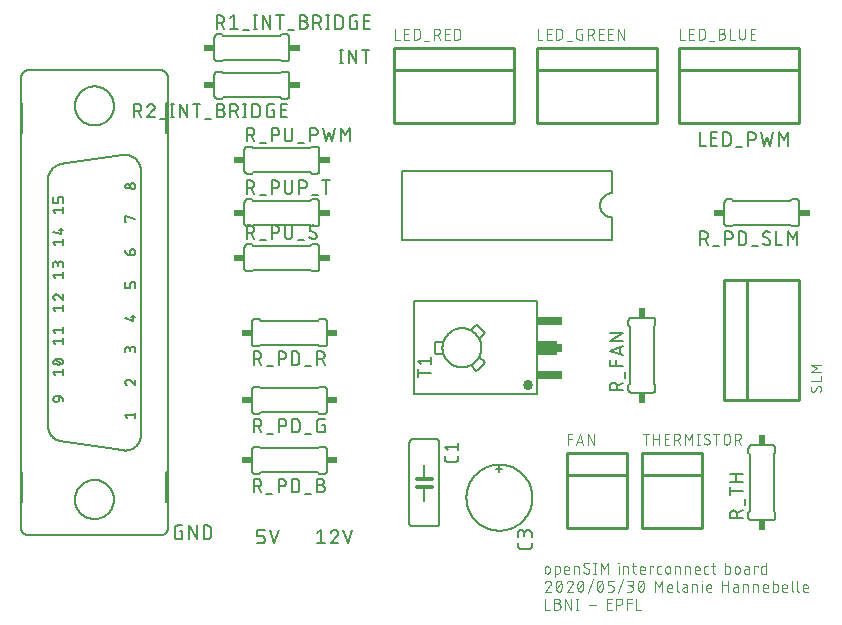
<source format=gbr>
G04 EAGLE Gerber RS-274X export*
G75*
%MOMM*%
%FSLAX34Y34*%
%LPD*%
%INSilkscreen Top*%
%IPPOS*%
%AMOC8*
5,1,8,0,0,1.08239X$1,22.5*%
G01*
%ADD10C,0.076200*%
%ADD11C,0.254000*%
%ADD12C,0.101600*%
%ADD13C,0.152400*%
%ADD14R,0.609600X0.863600*%
%ADD15C,0.127000*%
%ADD16C,0.863600*%
%ADD17R,1.778000X1.270000*%
%ADD18R,2.159000X0.762000*%
%ADD19R,0.863600X0.609600*%
%ADD20C,0.304800*%


D10*
X470281Y-481401D02*
X470281Y-479312D01*
X470283Y-479222D01*
X470289Y-479133D01*
X470298Y-479043D01*
X470312Y-478954D01*
X470329Y-478866D01*
X470350Y-478779D01*
X470375Y-478692D01*
X470404Y-478607D01*
X470436Y-478523D01*
X470471Y-478441D01*
X470511Y-478360D01*
X470553Y-478281D01*
X470599Y-478204D01*
X470649Y-478129D01*
X470701Y-478056D01*
X470757Y-477985D01*
X470815Y-477917D01*
X470877Y-477852D01*
X470941Y-477789D01*
X471008Y-477729D01*
X471077Y-477672D01*
X471149Y-477618D01*
X471223Y-477567D01*
X471299Y-477519D01*
X471377Y-477475D01*
X471457Y-477434D01*
X471539Y-477396D01*
X471622Y-477362D01*
X471707Y-477332D01*
X471793Y-477305D01*
X471879Y-477282D01*
X471967Y-477263D01*
X472056Y-477248D01*
X472145Y-477236D01*
X472234Y-477228D01*
X472324Y-477224D01*
X472414Y-477224D01*
X472504Y-477228D01*
X472593Y-477236D01*
X472682Y-477248D01*
X472771Y-477263D01*
X472859Y-477282D01*
X472945Y-477305D01*
X473031Y-477332D01*
X473116Y-477362D01*
X473199Y-477396D01*
X473281Y-477434D01*
X473361Y-477475D01*
X473439Y-477519D01*
X473515Y-477567D01*
X473589Y-477618D01*
X473661Y-477672D01*
X473730Y-477729D01*
X473797Y-477789D01*
X473861Y-477852D01*
X473923Y-477917D01*
X473981Y-477985D01*
X474037Y-478056D01*
X474089Y-478129D01*
X474139Y-478204D01*
X474185Y-478281D01*
X474227Y-478360D01*
X474267Y-478441D01*
X474302Y-478523D01*
X474334Y-478607D01*
X474363Y-478692D01*
X474388Y-478779D01*
X474409Y-478866D01*
X474426Y-478954D01*
X474440Y-479043D01*
X474449Y-479133D01*
X474455Y-479222D01*
X474457Y-479312D01*
X474458Y-479312D02*
X474458Y-481401D01*
X474457Y-481401D02*
X474455Y-481491D01*
X474449Y-481580D01*
X474440Y-481670D01*
X474426Y-481759D01*
X474409Y-481847D01*
X474388Y-481934D01*
X474363Y-482021D01*
X474334Y-482106D01*
X474302Y-482190D01*
X474267Y-482272D01*
X474227Y-482353D01*
X474185Y-482432D01*
X474139Y-482509D01*
X474089Y-482584D01*
X474037Y-482657D01*
X473981Y-482728D01*
X473923Y-482796D01*
X473861Y-482861D01*
X473797Y-482924D01*
X473730Y-482984D01*
X473661Y-483041D01*
X473589Y-483095D01*
X473515Y-483146D01*
X473439Y-483194D01*
X473361Y-483238D01*
X473281Y-483279D01*
X473199Y-483317D01*
X473116Y-483351D01*
X473031Y-483381D01*
X472945Y-483408D01*
X472859Y-483431D01*
X472771Y-483450D01*
X472682Y-483465D01*
X472593Y-483477D01*
X472504Y-483485D01*
X472414Y-483489D01*
X472324Y-483489D01*
X472234Y-483485D01*
X472145Y-483477D01*
X472056Y-483465D01*
X471967Y-483450D01*
X471879Y-483431D01*
X471793Y-483408D01*
X471707Y-483381D01*
X471622Y-483351D01*
X471539Y-483317D01*
X471457Y-483279D01*
X471377Y-483238D01*
X471299Y-483194D01*
X471223Y-483146D01*
X471149Y-483095D01*
X471077Y-483041D01*
X471008Y-482984D01*
X470941Y-482924D01*
X470877Y-482861D01*
X470815Y-482796D01*
X470757Y-482728D01*
X470701Y-482657D01*
X470649Y-482584D01*
X470599Y-482509D01*
X470553Y-482432D01*
X470511Y-482353D01*
X470471Y-482272D01*
X470436Y-482190D01*
X470404Y-482106D01*
X470375Y-482021D01*
X470350Y-481934D01*
X470329Y-481847D01*
X470312Y-481759D01*
X470298Y-481670D01*
X470289Y-481580D01*
X470283Y-481491D01*
X470281Y-481401D01*
X478556Y-477224D02*
X478556Y-486622D01*
X478556Y-477224D02*
X481167Y-477224D01*
X481244Y-477226D01*
X481320Y-477232D01*
X481397Y-477241D01*
X481473Y-477254D01*
X481548Y-477271D01*
X481622Y-477291D01*
X481695Y-477316D01*
X481766Y-477343D01*
X481837Y-477374D01*
X481905Y-477409D01*
X481972Y-477447D01*
X482037Y-477488D01*
X482100Y-477532D01*
X482160Y-477579D01*
X482219Y-477630D01*
X482274Y-477683D01*
X482327Y-477738D01*
X482378Y-477797D01*
X482425Y-477857D01*
X482469Y-477920D01*
X482510Y-477985D01*
X482548Y-478052D01*
X482583Y-478120D01*
X482614Y-478191D01*
X482641Y-478262D01*
X482666Y-478335D01*
X482686Y-478409D01*
X482703Y-478484D01*
X482716Y-478560D01*
X482725Y-478636D01*
X482731Y-478713D01*
X482733Y-478790D01*
X482733Y-481923D01*
X482731Y-482000D01*
X482725Y-482076D01*
X482716Y-482153D01*
X482703Y-482229D01*
X482686Y-482304D01*
X482666Y-482378D01*
X482641Y-482451D01*
X482614Y-482522D01*
X482583Y-482593D01*
X482548Y-482661D01*
X482510Y-482728D01*
X482469Y-482793D01*
X482425Y-482856D01*
X482378Y-482916D01*
X482327Y-482975D01*
X482274Y-483030D01*
X482219Y-483083D01*
X482160Y-483134D01*
X482100Y-483181D01*
X482037Y-483225D01*
X481972Y-483266D01*
X481905Y-483304D01*
X481837Y-483339D01*
X481766Y-483370D01*
X481695Y-483397D01*
X481622Y-483422D01*
X481548Y-483442D01*
X481473Y-483459D01*
X481397Y-483472D01*
X481320Y-483481D01*
X481244Y-483487D01*
X481167Y-483489D01*
X478556Y-483489D01*
X488002Y-483489D02*
X490612Y-483489D01*
X488002Y-483489D02*
X487925Y-483487D01*
X487849Y-483481D01*
X487772Y-483472D01*
X487696Y-483459D01*
X487621Y-483442D01*
X487547Y-483422D01*
X487474Y-483397D01*
X487403Y-483370D01*
X487332Y-483339D01*
X487264Y-483304D01*
X487197Y-483266D01*
X487132Y-483225D01*
X487069Y-483181D01*
X487009Y-483134D01*
X486950Y-483083D01*
X486895Y-483030D01*
X486842Y-482975D01*
X486791Y-482916D01*
X486744Y-482856D01*
X486700Y-482793D01*
X486659Y-482728D01*
X486621Y-482661D01*
X486586Y-482593D01*
X486555Y-482522D01*
X486528Y-482451D01*
X486503Y-482378D01*
X486483Y-482304D01*
X486466Y-482229D01*
X486453Y-482153D01*
X486444Y-482076D01*
X486438Y-482000D01*
X486436Y-481923D01*
X486435Y-481923D02*
X486435Y-479312D01*
X486436Y-479312D02*
X486438Y-479222D01*
X486444Y-479133D01*
X486453Y-479043D01*
X486467Y-478954D01*
X486484Y-478866D01*
X486505Y-478779D01*
X486530Y-478692D01*
X486559Y-478607D01*
X486591Y-478523D01*
X486626Y-478441D01*
X486666Y-478360D01*
X486708Y-478281D01*
X486754Y-478204D01*
X486804Y-478129D01*
X486856Y-478056D01*
X486912Y-477985D01*
X486970Y-477917D01*
X487032Y-477852D01*
X487096Y-477789D01*
X487163Y-477729D01*
X487232Y-477672D01*
X487304Y-477618D01*
X487378Y-477567D01*
X487454Y-477519D01*
X487532Y-477475D01*
X487612Y-477434D01*
X487694Y-477396D01*
X487777Y-477362D01*
X487862Y-477332D01*
X487948Y-477305D01*
X488034Y-477282D01*
X488122Y-477263D01*
X488211Y-477248D01*
X488300Y-477236D01*
X488389Y-477228D01*
X488479Y-477224D01*
X488569Y-477224D01*
X488659Y-477228D01*
X488748Y-477236D01*
X488837Y-477248D01*
X488926Y-477263D01*
X489014Y-477282D01*
X489100Y-477305D01*
X489186Y-477332D01*
X489271Y-477362D01*
X489354Y-477396D01*
X489436Y-477434D01*
X489516Y-477475D01*
X489594Y-477519D01*
X489670Y-477567D01*
X489744Y-477618D01*
X489816Y-477672D01*
X489885Y-477729D01*
X489952Y-477789D01*
X490016Y-477852D01*
X490078Y-477917D01*
X490136Y-477985D01*
X490192Y-478056D01*
X490244Y-478129D01*
X490294Y-478204D01*
X490340Y-478281D01*
X490382Y-478360D01*
X490422Y-478441D01*
X490457Y-478523D01*
X490489Y-478607D01*
X490518Y-478692D01*
X490543Y-478779D01*
X490564Y-478866D01*
X490581Y-478954D01*
X490595Y-479043D01*
X490604Y-479133D01*
X490610Y-479222D01*
X490612Y-479312D01*
X490612Y-480356D01*
X486435Y-480356D01*
X494665Y-477224D02*
X494665Y-483489D01*
X494665Y-477224D02*
X497275Y-477224D01*
X497352Y-477226D01*
X497428Y-477232D01*
X497505Y-477241D01*
X497581Y-477254D01*
X497656Y-477271D01*
X497730Y-477291D01*
X497803Y-477316D01*
X497874Y-477343D01*
X497945Y-477374D01*
X498013Y-477409D01*
X498080Y-477447D01*
X498145Y-477488D01*
X498208Y-477532D01*
X498268Y-477579D01*
X498327Y-477630D01*
X498382Y-477683D01*
X498435Y-477738D01*
X498486Y-477797D01*
X498533Y-477857D01*
X498577Y-477920D01*
X498618Y-477985D01*
X498656Y-478052D01*
X498691Y-478120D01*
X498722Y-478191D01*
X498749Y-478262D01*
X498774Y-478335D01*
X498794Y-478409D01*
X498811Y-478484D01*
X498824Y-478560D01*
X498833Y-478636D01*
X498839Y-478713D01*
X498841Y-478790D01*
X498842Y-478790D02*
X498842Y-483489D01*
X505810Y-483489D02*
X505899Y-483487D01*
X505987Y-483481D01*
X506075Y-483472D01*
X506163Y-483459D01*
X506250Y-483442D01*
X506336Y-483422D01*
X506421Y-483397D01*
X506506Y-483370D01*
X506589Y-483338D01*
X506670Y-483304D01*
X506750Y-483265D01*
X506828Y-483224D01*
X506905Y-483179D01*
X506979Y-483131D01*
X507052Y-483080D01*
X507122Y-483026D01*
X507189Y-482968D01*
X507255Y-482908D01*
X507317Y-482846D01*
X507377Y-482780D01*
X507435Y-482713D01*
X507489Y-482643D01*
X507540Y-482570D01*
X507588Y-482496D01*
X507633Y-482419D01*
X507674Y-482341D01*
X507713Y-482261D01*
X507747Y-482180D01*
X507779Y-482097D01*
X507806Y-482012D01*
X507831Y-481927D01*
X507851Y-481841D01*
X507868Y-481754D01*
X507881Y-481666D01*
X507890Y-481578D01*
X507896Y-481490D01*
X507898Y-481401D01*
X505810Y-483489D02*
X505681Y-483487D01*
X505552Y-483481D01*
X505423Y-483472D01*
X505295Y-483459D01*
X505167Y-483442D01*
X505040Y-483421D01*
X504913Y-483397D01*
X504787Y-483369D01*
X504662Y-483337D01*
X504538Y-483302D01*
X504415Y-483263D01*
X504293Y-483220D01*
X504173Y-483174D01*
X504054Y-483124D01*
X503936Y-483071D01*
X503820Y-483015D01*
X503706Y-482955D01*
X503593Y-482892D01*
X503483Y-482825D01*
X503374Y-482756D01*
X503268Y-482683D01*
X503163Y-482607D01*
X503061Y-482528D01*
X502962Y-482446D01*
X502864Y-482362D01*
X502769Y-482274D01*
X502677Y-482184D01*
X502939Y-476179D02*
X502941Y-476090D01*
X502947Y-476002D01*
X502956Y-475914D01*
X502969Y-475826D01*
X502986Y-475739D01*
X503006Y-475653D01*
X503031Y-475568D01*
X503058Y-475483D01*
X503090Y-475400D01*
X503124Y-475319D01*
X503163Y-475239D01*
X503204Y-475161D01*
X503249Y-475084D01*
X503297Y-475010D01*
X503348Y-474937D01*
X503402Y-474867D01*
X503460Y-474800D01*
X503520Y-474734D01*
X503582Y-474672D01*
X503648Y-474612D01*
X503715Y-474554D01*
X503785Y-474500D01*
X503858Y-474449D01*
X503932Y-474401D01*
X504009Y-474356D01*
X504087Y-474315D01*
X504167Y-474276D01*
X504248Y-474242D01*
X504331Y-474210D01*
X504416Y-474183D01*
X504501Y-474158D01*
X504587Y-474138D01*
X504674Y-474121D01*
X504762Y-474108D01*
X504850Y-474099D01*
X504938Y-474093D01*
X505027Y-474091D01*
X505147Y-474093D01*
X505267Y-474098D01*
X505386Y-474108D01*
X505506Y-474120D01*
X505625Y-474137D01*
X505743Y-474157D01*
X505861Y-474181D01*
X505977Y-474208D01*
X506093Y-474239D01*
X506208Y-474273D01*
X506322Y-474311D01*
X506435Y-474353D01*
X506546Y-474398D01*
X506656Y-474446D01*
X506764Y-474497D01*
X506871Y-474552D01*
X506976Y-474610D01*
X507079Y-474672D01*
X507180Y-474736D01*
X507280Y-474804D01*
X507377Y-474874D01*
X503982Y-478006D02*
X503904Y-477958D01*
X503828Y-477906D01*
X503755Y-477852D01*
X503684Y-477794D01*
X503615Y-477733D01*
X503549Y-477669D01*
X503486Y-477602D01*
X503426Y-477533D01*
X503369Y-477461D01*
X503315Y-477387D01*
X503265Y-477310D01*
X503217Y-477231D01*
X503174Y-477151D01*
X503133Y-477068D01*
X503097Y-476984D01*
X503064Y-476899D01*
X503035Y-476812D01*
X503009Y-476723D01*
X502987Y-476634D01*
X502970Y-476544D01*
X502956Y-476454D01*
X502946Y-476362D01*
X502940Y-476271D01*
X502938Y-476179D01*
X506854Y-479574D02*
X506932Y-479622D01*
X507008Y-479674D01*
X507081Y-479728D01*
X507152Y-479786D01*
X507221Y-479847D01*
X507287Y-479911D01*
X507350Y-479978D01*
X507410Y-480047D01*
X507467Y-480119D01*
X507521Y-480193D01*
X507571Y-480270D01*
X507619Y-480349D01*
X507662Y-480429D01*
X507703Y-480512D01*
X507739Y-480596D01*
X507772Y-480681D01*
X507801Y-480768D01*
X507827Y-480857D01*
X507849Y-480946D01*
X507866Y-481036D01*
X507880Y-481126D01*
X507890Y-481218D01*
X507896Y-481309D01*
X507898Y-481401D01*
X506854Y-479573D02*
X503982Y-478007D01*
X512298Y-474091D02*
X512298Y-483489D01*
X511254Y-483489D02*
X513342Y-483489D01*
X513342Y-474091D02*
X511254Y-474091D01*
X517395Y-474091D02*
X517395Y-483489D01*
X520528Y-479312D02*
X517395Y-474091D01*
X520528Y-479312D02*
X523660Y-474091D01*
X523660Y-483489D01*
X532719Y-483489D02*
X532719Y-477224D01*
X532458Y-474613D02*
X532458Y-474091D01*
X532981Y-474091D01*
X532981Y-474613D01*
X532458Y-474613D01*
X536727Y-477224D02*
X536727Y-483489D01*
X536727Y-477224D02*
X539338Y-477224D01*
X539415Y-477226D01*
X539491Y-477232D01*
X539568Y-477241D01*
X539644Y-477254D01*
X539719Y-477271D01*
X539793Y-477291D01*
X539866Y-477316D01*
X539937Y-477343D01*
X540008Y-477374D01*
X540076Y-477409D01*
X540143Y-477447D01*
X540208Y-477488D01*
X540271Y-477532D01*
X540331Y-477579D01*
X540390Y-477630D01*
X540445Y-477683D01*
X540498Y-477738D01*
X540549Y-477797D01*
X540596Y-477857D01*
X540640Y-477920D01*
X540681Y-477985D01*
X540719Y-478052D01*
X540754Y-478120D01*
X540785Y-478191D01*
X540812Y-478262D01*
X540837Y-478335D01*
X540857Y-478409D01*
X540874Y-478484D01*
X540887Y-478560D01*
X540896Y-478636D01*
X540902Y-478713D01*
X540904Y-478790D01*
X540904Y-483489D01*
X544188Y-477224D02*
X547321Y-477224D01*
X545232Y-474091D02*
X545232Y-481923D01*
X545234Y-482000D01*
X545240Y-482076D01*
X545249Y-482153D01*
X545262Y-482229D01*
X545279Y-482304D01*
X545299Y-482378D01*
X545324Y-482451D01*
X545351Y-482522D01*
X545382Y-482593D01*
X545417Y-482661D01*
X545455Y-482728D01*
X545496Y-482793D01*
X545540Y-482856D01*
X545587Y-482916D01*
X545638Y-482975D01*
X545691Y-483030D01*
X545746Y-483083D01*
X545805Y-483134D01*
X545865Y-483181D01*
X545928Y-483225D01*
X545993Y-483266D01*
X546060Y-483304D01*
X546128Y-483339D01*
X546199Y-483370D01*
X546270Y-483397D01*
X546343Y-483422D01*
X546417Y-483442D01*
X546492Y-483459D01*
X546568Y-483472D01*
X546645Y-483481D01*
X546721Y-483487D01*
X546798Y-483489D01*
X547321Y-483489D01*
X552314Y-483489D02*
X554925Y-483489D01*
X552314Y-483489D02*
X552237Y-483487D01*
X552161Y-483481D01*
X552084Y-483472D01*
X552008Y-483459D01*
X551933Y-483442D01*
X551859Y-483422D01*
X551786Y-483397D01*
X551715Y-483370D01*
X551644Y-483339D01*
X551576Y-483304D01*
X551509Y-483266D01*
X551444Y-483225D01*
X551381Y-483181D01*
X551321Y-483134D01*
X551262Y-483083D01*
X551207Y-483030D01*
X551154Y-482975D01*
X551103Y-482916D01*
X551056Y-482856D01*
X551012Y-482793D01*
X550971Y-482728D01*
X550933Y-482661D01*
X550898Y-482593D01*
X550867Y-482522D01*
X550840Y-482451D01*
X550815Y-482378D01*
X550795Y-482304D01*
X550778Y-482229D01*
X550765Y-482153D01*
X550756Y-482076D01*
X550750Y-482000D01*
X550748Y-481923D01*
X550748Y-479312D01*
X550750Y-479222D01*
X550756Y-479133D01*
X550765Y-479043D01*
X550779Y-478954D01*
X550796Y-478866D01*
X550817Y-478779D01*
X550842Y-478692D01*
X550871Y-478607D01*
X550903Y-478523D01*
X550938Y-478441D01*
X550978Y-478360D01*
X551020Y-478281D01*
X551066Y-478204D01*
X551116Y-478129D01*
X551168Y-478056D01*
X551224Y-477985D01*
X551282Y-477917D01*
X551344Y-477852D01*
X551408Y-477789D01*
X551475Y-477729D01*
X551544Y-477672D01*
X551616Y-477618D01*
X551690Y-477567D01*
X551766Y-477519D01*
X551844Y-477475D01*
X551924Y-477434D01*
X552006Y-477396D01*
X552089Y-477362D01*
X552174Y-477332D01*
X552260Y-477305D01*
X552346Y-477282D01*
X552434Y-477263D01*
X552523Y-477248D01*
X552612Y-477236D01*
X552701Y-477228D01*
X552791Y-477224D01*
X552881Y-477224D01*
X552971Y-477228D01*
X553060Y-477236D01*
X553149Y-477248D01*
X553238Y-477263D01*
X553326Y-477282D01*
X553412Y-477305D01*
X553498Y-477332D01*
X553583Y-477362D01*
X553666Y-477396D01*
X553748Y-477434D01*
X553828Y-477475D01*
X553906Y-477519D01*
X553982Y-477567D01*
X554056Y-477618D01*
X554128Y-477672D01*
X554197Y-477729D01*
X554264Y-477789D01*
X554328Y-477852D01*
X554390Y-477917D01*
X554448Y-477985D01*
X554504Y-478056D01*
X554556Y-478129D01*
X554606Y-478204D01*
X554652Y-478281D01*
X554694Y-478360D01*
X554734Y-478441D01*
X554769Y-478523D01*
X554801Y-478607D01*
X554830Y-478692D01*
X554855Y-478779D01*
X554876Y-478866D01*
X554893Y-478954D01*
X554907Y-479043D01*
X554916Y-479133D01*
X554922Y-479222D01*
X554924Y-479312D01*
X554925Y-479312D02*
X554925Y-480356D01*
X550748Y-480356D01*
X559029Y-483489D02*
X559029Y-477224D01*
X562161Y-477224D01*
X562161Y-478268D01*
X566650Y-483489D02*
X568738Y-483489D01*
X566650Y-483489D02*
X566573Y-483487D01*
X566497Y-483481D01*
X566420Y-483472D01*
X566344Y-483459D01*
X566269Y-483442D01*
X566195Y-483422D01*
X566122Y-483397D01*
X566051Y-483370D01*
X565980Y-483339D01*
X565912Y-483304D01*
X565845Y-483266D01*
X565780Y-483225D01*
X565717Y-483181D01*
X565657Y-483134D01*
X565598Y-483083D01*
X565543Y-483030D01*
X565490Y-482975D01*
X565439Y-482916D01*
X565392Y-482856D01*
X565348Y-482793D01*
X565307Y-482728D01*
X565269Y-482661D01*
X565234Y-482593D01*
X565203Y-482522D01*
X565176Y-482451D01*
X565151Y-482378D01*
X565131Y-482304D01*
X565114Y-482229D01*
X565101Y-482153D01*
X565092Y-482076D01*
X565086Y-482000D01*
X565084Y-481923D01*
X565084Y-478790D01*
X565086Y-478713D01*
X565092Y-478637D01*
X565101Y-478560D01*
X565114Y-478484D01*
X565131Y-478409D01*
X565151Y-478335D01*
X565176Y-478262D01*
X565203Y-478191D01*
X565234Y-478120D01*
X565269Y-478052D01*
X565307Y-477985D01*
X565348Y-477920D01*
X565392Y-477857D01*
X565439Y-477797D01*
X565490Y-477738D01*
X565543Y-477683D01*
X565598Y-477630D01*
X565657Y-477579D01*
X565717Y-477532D01*
X565780Y-477488D01*
X565845Y-477447D01*
X565912Y-477409D01*
X565980Y-477374D01*
X566051Y-477343D01*
X566122Y-477316D01*
X566195Y-477291D01*
X566269Y-477271D01*
X566344Y-477254D01*
X566420Y-477241D01*
X566497Y-477232D01*
X566573Y-477226D01*
X566650Y-477224D01*
X568738Y-477224D01*
X572084Y-479312D02*
X572084Y-481401D01*
X572084Y-479312D02*
X572086Y-479222D01*
X572092Y-479133D01*
X572101Y-479043D01*
X572115Y-478954D01*
X572132Y-478866D01*
X572153Y-478779D01*
X572178Y-478692D01*
X572207Y-478607D01*
X572239Y-478523D01*
X572274Y-478441D01*
X572314Y-478360D01*
X572356Y-478281D01*
X572402Y-478204D01*
X572452Y-478129D01*
X572504Y-478056D01*
X572560Y-477985D01*
X572618Y-477917D01*
X572680Y-477852D01*
X572744Y-477789D01*
X572811Y-477729D01*
X572880Y-477672D01*
X572952Y-477618D01*
X573026Y-477567D01*
X573102Y-477519D01*
X573180Y-477475D01*
X573260Y-477434D01*
X573342Y-477396D01*
X573425Y-477362D01*
X573510Y-477332D01*
X573596Y-477305D01*
X573682Y-477282D01*
X573770Y-477263D01*
X573859Y-477248D01*
X573948Y-477236D01*
X574037Y-477228D01*
X574127Y-477224D01*
X574217Y-477224D01*
X574307Y-477228D01*
X574396Y-477236D01*
X574485Y-477248D01*
X574574Y-477263D01*
X574662Y-477282D01*
X574748Y-477305D01*
X574834Y-477332D01*
X574919Y-477362D01*
X575002Y-477396D01*
X575084Y-477434D01*
X575164Y-477475D01*
X575242Y-477519D01*
X575318Y-477567D01*
X575392Y-477618D01*
X575464Y-477672D01*
X575533Y-477729D01*
X575600Y-477789D01*
X575664Y-477852D01*
X575726Y-477917D01*
X575784Y-477985D01*
X575840Y-478056D01*
X575892Y-478129D01*
X575942Y-478204D01*
X575988Y-478281D01*
X576030Y-478360D01*
X576070Y-478441D01*
X576105Y-478523D01*
X576137Y-478607D01*
X576166Y-478692D01*
X576191Y-478779D01*
X576212Y-478866D01*
X576229Y-478954D01*
X576243Y-479043D01*
X576252Y-479133D01*
X576258Y-479222D01*
X576260Y-479312D01*
X576261Y-479312D02*
X576261Y-481401D01*
X576260Y-481401D02*
X576258Y-481491D01*
X576252Y-481580D01*
X576243Y-481670D01*
X576229Y-481759D01*
X576212Y-481847D01*
X576191Y-481934D01*
X576166Y-482021D01*
X576137Y-482106D01*
X576105Y-482190D01*
X576070Y-482272D01*
X576030Y-482353D01*
X575988Y-482432D01*
X575942Y-482509D01*
X575892Y-482584D01*
X575840Y-482657D01*
X575784Y-482728D01*
X575726Y-482796D01*
X575664Y-482861D01*
X575600Y-482924D01*
X575533Y-482984D01*
X575464Y-483041D01*
X575392Y-483095D01*
X575318Y-483146D01*
X575242Y-483194D01*
X575164Y-483238D01*
X575084Y-483279D01*
X575002Y-483317D01*
X574919Y-483351D01*
X574834Y-483381D01*
X574748Y-483408D01*
X574662Y-483431D01*
X574574Y-483450D01*
X574485Y-483465D01*
X574396Y-483477D01*
X574307Y-483485D01*
X574217Y-483489D01*
X574127Y-483489D01*
X574037Y-483485D01*
X573948Y-483477D01*
X573859Y-483465D01*
X573770Y-483450D01*
X573682Y-483431D01*
X573596Y-483408D01*
X573510Y-483381D01*
X573425Y-483351D01*
X573342Y-483317D01*
X573260Y-483279D01*
X573180Y-483238D01*
X573102Y-483194D01*
X573026Y-483146D01*
X572952Y-483095D01*
X572880Y-483041D01*
X572811Y-482984D01*
X572744Y-482924D01*
X572680Y-482861D01*
X572618Y-482796D01*
X572560Y-482728D01*
X572504Y-482657D01*
X572452Y-482584D01*
X572402Y-482509D01*
X572356Y-482432D01*
X572314Y-482353D01*
X572274Y-482272D01*
X572239Y-482190D01*
X572207Y-482106D01*
X572178Y-482021D01*
X572153Y-481934D01*
X572132Y-481847D01*
X572115Y-481759D01*
X572101Y-481670D01*
X572092Y-481580D01*
X572086Y-481491D01*
X572084Y-481401D01*
X580313Y-483489D02*
X580313Y-477224D01*
X582924Y-477224D01*
X583001Y-477226D01*
X583077Y-477232D01*
X583154Y-477241D01*
X583230Y-477254D01*
X583305Y-477271D01*
X583379Y-477291D01*
X583452Y-477316D01*
X583523Y-477343D01*
X583594Y-477374D01*
X583662Y-477409D01*
X583729Y-477447D01*
X583794Y-477488D01*
X583857Y-477532D01*
X583917Y-477579D01*
X583976Y-477630D01*
X584031Y-477683D01*
X584084Y-477738D01*
X584135Y-477797D01*
X584182Y-477857D01*
X584226Y-477920D01*
X584267Y-477985D01*
X584305Y-478052D01*
X584340Y-478120D01*
X584371Y-478191D01*
X584398Y-478262D01*
X584423Y-478335D01*
X584443Y-478409D01*
X584460Y-478484D01*
X584473Y-478560D01*
X584482Y-478636D01*
X584488Y-478713D01*
X584490Y-478790D01*
X584490Y-483489D01*
X588848Y-483489D02*
X588848Y-477224D01*
X591458Y-477224D01*
X591535Y-477226D01*
X591611Y-477232D01*
X591688Y-477241D01*
X591764Y-477254D01*
X591839Y-477271D01*
X591913Y-477291D01*
X591986Y-477316D01*
X592057Y-477343D01*
X592128Y-477374D01*
X592196Y-477409D01*
X592263Y-477447D01*
X592328Y-477488D01*
X592391Y-477532D01*
X592451Y-477579D01*
X592510Y-477630D01*
X592565Y-477683D01*
X592618Y-477738D01*
X592669Y-477797D01*
X592716Y-477857D01*
X592760Y-477920D01*
X592801Y-477985D01*
X592839Y-478052D01*
X592874Y-478120D01*
X592905Y-478191D01*
X592932Y-478262D01*
X592957Y-478335D01*
X592977Y-478409D01*
X592994Y-478484D01*
X593007Y-478560D01*
X593016Y-478636D01*
X593022Y-478713D01*
X593024Y-478790D01*
X593024Y-483489D01*
X598643Y-483489D02*
X601254Y-483489D01*
X598643Y-483489D02*
X598566Y-483487D01*
X598490Y-483481D01*
X598413Y-483472D01*
X598337Y-483459D01*
X598262Y-483442D01*
X598188Y-483422D01*
X598115Y-483397D01*
X598044Y-483370D01*
X597973Y-483339D01*
X597905Y-483304D01*
X597838Y-483266D01*
X597773Y-483225D01*
X597710Y-483181D01*
X597650Y-483134D01*
X597591Y-483083D01*
X597536Y-483030D01*
X597483Y-482975D01*
X597432Y-482916D01*
X597385Y-482856D01*
X597341Y-482793D01*
X597300Y-482728D01*
X597262Y-482661D01*
X597227Y-482593D01*
X597196Y-482522D01*
X597169Y-482451D01*
X597144Y-482378D01*
X597124Y-482304D01*
X597107Y-482229D01*
X597094Y-482153D01*
X597085Y-482076D01*
X597079Y-482000D01*
X597077Y-481923D01*
X597077Y-479312D01*
X597078Y-479312D02*
X597080Y-479222D01*
X597086Y-479133D01*
X597095Y-479043D01*
X597109Y-478954D01*
X597126Y-478866D01*
X597147Y-478779D01*
X597172Y-478692D01*
X597201Y-478607D01*
X597233Y-478523D01*
X597268Y-478441D01*
X597308Y-478360D01*
X597350Y-478281D01*
X597396Y-478204D01*
X597446Y-478129D01*
X597498Y-478056D01*
X597554Y-477985D01*
X597612Y-477917D01*
X597674Y-477852D01*
X597738Y-477789D01*
X597805Y-477729D01*
X597874Y-477672D01*
X597946Y-477618D01*
X598020Y-477567D01*
X598096Y-477519D01*
X598174Y-477475D01*
X598254Y-477434D01*
X598336Y-477396D01*
X598419Y-477362D01*
X598504Y-477332D01*
X598590Y-477305D01*
X598676Y-477282D01*
X598764Y-477263D01*
X598853Y-477248D01*
X598942Y-477236D01*
X599031Y-477228D01*
X599121Y-477224D01*
X599211Y-477224D01*
X599301Y-477228D01*
X599390Y-477236D01*
X599479Y-477248D01*
X599568Y-477263D01*
X599656Y-477282D01*
X599742Y-477305D01*
X599828Y-477332D01*
X599913Y-477362D01*
X599996Y-477396D01*
X600078Y-477434D01*
X600158Y-477475D01*
X600236Y-477519D01*
X600312Y-477567D01*
X600386Y-477618D01*
X600458Y-477672D01*
X600527Y-477729D01*
X600594Y-477789D01*
X600658Y-477852D01*
X600720Y-477917D01*
X600778Y-477985D01*
X600834Y-478056D01*
X600886Y-478129D01*
X600936Y-478204D01*
X600982Y-478281D01*
X601024Y-478360D01*
X601064Y-478441D01*
X601099Y-478523D01*
X601131Y-478607D01*
X601160Y-478692D01*
X601185Y-478779D01*
X601206Y-478866D01*
X601223Y-478954D01*
X601237Y-479043D01*
X601246Y-479133D01*
X601252Y-479222D01*
X601254Y-479312D01*
X601254Y-480356D01*
X597077Y-480356D01*
X606579Y-483489D02*
X608667Y-483489D01*
X606579Y-483489D02*
X606502Y-483487D01*
X606426Y-483481D01*
X606349Y-483472D01*
X606273Y-483459D01*
X606198Y-483442D01*
X606124Y-483422D01*
X606051Y-483397D01*
X605980Y-483370D01*
X605909Y-483339D01*
X605841Y-483304D01*
X605774Y-483266D01*
X605709Y-483225D01*
X605646Y-483181D01*
X605586Y-483134D01*
X605527Y-483083D01*
X605472Y-483030D01*
X605419Y-482975D01*
X605368Y-482916D01*
X605321Y-482856D01*
X605277Y-482793D01*
X605236Y-482728D01*
X605198Y-482661D01*
X605163Y-482593D01*
X605132Y-482522D01*
X605105Y-482451D01*
X605080Y-482378D01*
X605060Y-482304D01*
X605043Y-482229D01*
X605030Y-482153D01*
X605021Y-482076D01*
X605015Y-482000D01*
X605013Y-481923D01*
X605012Y-481923D02*
X605012Y-478790D01*
X605013Y-478790D02*
X605015Y-478713D01*
X605021Y-478637D01*
X605030Y-478560D01*
X605043Y-478484D01*
X605060Y-478409D01*
X605080Y-478335D01*
X605105Y-478262D01*
X605132Y-478191D01*
X605163Y-478120D01*
X605198Y-478052D01*
X605236Y-477985D01*
X605277Y-477920D01*
X605321Y-477857D01*
X605368Y-477797D01*
X605419Y-477738D01*
X605472Y-477683D01*
X605527Y-477630D01*
X605586Y-477579D01*
X605646Y-477532D01*
X605709Y-477488D01*
X605774Y-477447D01*
X605841Y-477409D01*
X605909Y-477374D01*
X605980Y-477343D01*
X606051Y-477316D01*
X606124Y-477291D01*
X606198Y-477271D01*
X606273Y-477254D01*
X606349Y-477241D01*
X606426Y-477232D01*
X606502Y-477226D01*
X606579Y-477224D01*
X608667Y-477224D01*
X611244Y-477224D02*
X614376Y-477224D01*
X612288Y-474091D02*
X612288Y-481923D01*
X612290Y-482000D01*
X612296Y-482076D01*
X612305Y-482153D01*
X612318Y-482229D01*
X612335Y-482304D01*
X612355Y-482378D01*
X612380Y-482451D01*
X612407Y-482522D01*
X612438Y-482593D01*
X612473Y-482661D01*
X612511Y-482728D01*
X612552Y-482793D01*
X612596Y-482856D01*
X612643Y-482916D01*
X612694Y-482975D01*
X612747Y-483030D01*
X612802Y-483083D01*
X612861Y-483134D01*
X612921Y-483181D01*
X612984Y-483225D01*
X613049Y-483266D01*
X613116Y-483304D01*
X613184Y-483339D01*
X613255Y-483370D01*
X613326Y-483397D01*
X613399Y-483422D01*
X613473Y-483442D01*
X613548Y-483459D01*
X613624Y-483472D01*
X613701Y-483481D01*
X613777Y-483487D01*
X613854Y-483489D01*
X614376Y-483489D01*
X623031Y-483489D02*
X623031Y-474091D01*
X623031Y-483489D02*
X625641Y-483489D01*
X625718Y-483487D01*
X625794Y-483481D01*
X625871Y-483472D01*
X625947Y-483459D01*
X626022Y-483442D01*
X626096Y-483422D01*
X626169Y-483397D01*
X626240Y-483370D01*
X626311Y-483339D01*
X626379Y-483304D01*
X626446Y-483266D01*
X626511Y-483225D01*
X626574Y-483181D01*
X626634Y-483134D01*
X626693Y-483083D01*
X626748Y-483030D01*
X626801Y-482975D01*
X626852Y-482916D01*
X626899Y-482856D01*
X626943Y-482793D01*
X626984Y-482728D01*
X627022Y-482661D01*
X627057Y-482593D01*
X627088Y-482522D01*
X627115Y-482451D01*
X627140Y-482378D01*
X627160Y-482304D01*
X627177Y-482229D01*
X627190Y-482153D01*
X627199Y-482077D01*
X627205Y-482000D01*
X627207Y-481923D01*
X627208Y-481923D02*
X627208Y-478790D01*
X627207Y-478790D02*
X627205Y-478713D01*
X627199Y-478637D01*
X627190Y-478560D01*
X627177Y-478484D01*
X627160Y-478409D01*
X627140Y-478335D01*
X627115Y-478262D01*
X627088Y-478191D01*
X627057Y-478120D01*
X627022Y-478052D01*
X626984Y-477985D01*
X626943Y-477920D01*
X626899Y-477857D01*
X626852Y-477797D01*
X626801Y-477738D01*
X626748Y-477683D01*
X626693Y-477630D01*
X626634Y-477579D01*
X626574Y-477532D01*
X626511Y-477488D01*
X626446Y-477447D01*
X626379Y-477409D01*
X626311Y-477374D01*
X626240Y-477343D01*
X626169Y-477316D01*
X626096Y-477291D01*
X626022Y-477271D01*
X625947Y-477254D01*
X625871Y-477241D01*
X625794Y-477232D01*
X625718Y-477226D01*
X625641Y-477224D01*
X623031Y-477224D01*
X630910Y-479312D02*
X630910Y-481401D01*
X630910Y-479312D02*
X630912Y-479222D01*
X630918Y-479133D01*
X630927Y-479043D01*
X630941Y-478954D01*
X630958Y-478866D01*
X630979Y-478779D01*
X631004Y-478692D01*
X631033Y-478607D01*
X631065Y-478523D01*
X631100Y-478441D01*
X631140Y-478360D01*
X631182Y-478281D01*
X631228Y-478204D01*
X631278Y-478129D01*
X631330Y-478056D01*
X631386Y-477985D01*
X631444Y-477917D01*
X631506Y-477852D01*
X631570Y-477789D01*
X631637Y-477729D01*
X631706Y-477672D01*
X631778Y-477618D01*
X631852Y-477567D01*
X631928Y-477519D01*
X632006Y-477475D01*
X632086Y-477434D01*
X632168Y-477396D01*
X632251Y-477362D01*
X632336Y-477332D01*
X632422Y-477305D01*
X632508Y-477282D01*
X632596Y-477263D01*
X632685Y-477248D01*
X632774Y-477236D01*
X632863Y-477228D01*
X632953Y-477224D01*
X633043Y-477224D01*
X633133Y-477228D01*
X633222Y-477236D01*
X633311Y-477248D01*
X633400Y-477263D01*
X633488Y-477282D01*
X633574Y-477305D01*
X633660Y-477332D01*
X633745Y-477362D01*
X633828Y-477396D01*
X633910Y-477434D01*
X633990Y-477475D01*
X634068Y-477519D01*
X634144Y-477567D01*
X634218Y-477618D01*
X634290Y-477672D01*
X634359Y-477729D01*
X634426Y-477789D01*
X634490Y-477852D01*
X634552Y-477917D01*
X634610Y-477985D01*
X634666Y-478056D01*
X634718Y-478129D01*
X634768Y-478204D01*
X634814Y-478281D01*
X634856Y-478360D01*
X634896Y-478441D01*
X634931Y-478523D01*
X634963Y-478607D01*
X634992Y-478692D01*
X635017Y-478779D01*
X635038Y-478866D01*
X635055Y-478954D01*
X635069Y-479043D01*
X635078Y-479133D01*
X635084Y-479222D01*
X635086Y-479312D01*
X635087Y-479312D02*
X635087Y-481401D01*
X635086Y-481401D02*
X635084Y-481491D01*
X635078Y-481580D01*
X635069Y-481670D01*
X635055Y-481759D01*
X635038Y-481847D01*
X635017Y-481934D01*
X634992Y-482021D01*
X634963Y-482106D01*
X634931Y-482190D01*
X634896Y-482272D01*
X634856Y-482353D01*
X634814Y-482432D01*
X634768Y-482509D01*
X634718Y-482584D01*
X634666Y-482657D01*
X634610Y-482728D01*
X634552Y-482796D01*
X634490Y-482861D01*
X634426Y-482924D01*
X634359Y-482984D01*
X634290Y-483041D01*
X634218Y-483095D01*
X634144Y-483146D01*
X634068Y-483194D01*
X633990Y-483238D01*
X633910Y-483279D01*
X633828Y-483317D01*
X633745Y-483351D01*
X633660Y-483381D01*
X633574Y-483408D01*
X633488Y-483431D01*
X633400Y-483450D01*
X633311Y-483465D01*
X633222Y-483477D01*
X633133Y-483485D01*
X633043Y-483489D01*
X632953Y-483489D01*
X632863Y-483485D01*
X632774Y-483477D01*
X632685Y-483465D01*
X632596Y-483450D01*
X632508Y-483431D01*
X632422Y-483408D01*
X632336Y-483381D01*
X632251Y-483351D01*
X632168Y-483317D01*
X632086Y-483279D01*
X632006Y-483238D01*
X631928Y-483194D01*
X631852Y-483146D01*
X631778Y-483095D01*
X631706Y-483041D01*
X631637Y-482984D01*
X631570Y-482924D01*
X631506Y-482861D01*
X631444Y-482796D01*
X631386Y-482728D01*
X631330Y-482657D01*
X631278Y-482584D01*
X631228Y-482509D01*
X631182Y-482432D01*
X631140Y-482353D01*
X631100Y-482272D01*
X631065Y-482190D01*
X631033Y-482106D01*
X631004Y-482021D01*
X630979Y-481934D01*
X630958Y-481847D01*
X630941Y-481759D01*
X630927Y-481670D01*
X630918Y-481580D01*
X630912Y-481491D01*
X630910Y-481401D01*
X640616Y-479834D02*
X642966Y-479834D01*
X640616Y-479835D02*
X640532Y-479837D01*
X640447Y-479843D01*
X640364Y-479853D01*
X640280Y-479866D01*
X640198Y-479884D01*
X640116Y-479905D01*
X640035Y-479930D01*
X639956Y-479958D01*
X639878Y-479991D01*
X639802Y-480027D01*
X639727Y-480066D01*
X639654Y-480109D01*
X639583Y-480155D01*
X639515Y-480204D01*
X639449Y-480256D01*
X639385Y-480312D01*
X639324Y-480370D01*
X639266Y-480431D01*
X639210Y-480495D01*
X639158Y-480561D01*
X639109Y-480629D01*
X639063Y-480700D01*
X639020Y-480773D01*
X638981Y-480848D01*
X638945Y-480924D01*
X638912Y-481002D01*
X638884Y-481081D01*
X638859Y-481162D01*
X638838Y-481244D01*
X638820Y-481326D01*
X638807Y-481410D01*
X638797Y-481493D01*
X638791Y-481578D01*
X638789Y-481662D01*
X638791Y-481746D01*
X638797Y-481831D01*
X638807Y-481914D01*
X638820Y-481998D01*
X638838Y-482080D01*
X638859Y-482162D01*
X638884Y-482243D01*
X638912Y-482322D01*
X638945Y-482400D01*
X638981Y-482476D01*
X639020Y-482551D01*
X639063Y-482624D01*
X639109Y-482695D01*
X639158Y-482763D01*
X639210Y-482829D01*
X639266Y-482893D01*
X639324Y-482954D01*
X639385Y-483012D01*
X639449Y-483068D01*
X639515Y-483120D01*
X639583Y-483169D01*
X639654Y-483215D01*
X639727Y-483258D01*
X639802Y-483297D01*
X639878Y-483333D01*
X639956Y-483366D01*
X640035Y-483394D01*
X640116Y-483419D01*
X640198Y-483440D01*
X640280Y-483458D01*
X640364Y-483471D01*
X640447Y-483481D01*
X640532Y-483487D01*
X640616Y-483489D01*
X642966Y-483489D01*
X642966Y-478790D01*
X642965Y-478790D02*
X642963Y-478713D01*
X642957Y-478637D01*
X642948Y-478560D01*
X642935Y-478484D01*
X642918Y-478409D01*
X642898Y-478335D01*
X642873Y-478262D01*
X642846Y-478191D01*
X642815Y-478120D01*
X642780Y-478052D01*
X642742Y-477985D01*
X642701Y-477920D01*
X642657Y-477857D01*
X642610Y-477797D01*
X642559Y-477738D01*
X642506Y-477683D01*
X642451Y-477630D01*
X642392Y-477579D01*
X642332Y-477532D01*
X642269Y-477488D01*
X642204Y-477447D01*
X642137Y-477409D01*
X642069Y-477374D01*
X641998Y-477343D01*
X641927Y-477316D01*
X641854Y-477291D01*
X641780Y-477271D01*
X641705Y-477254D01*
X641629Y-477241D01*
X641552Y-477232D01*
X641476Y-477226D01*
X641399Y-477224D01*
X639311Y-477224D01*
X647420Y-477224D02*
X647420Y-483489D01*
X647420Y-477224D02*
X650553Y-477224D01*
X650553Y-478268D01*
X657596Y-474091D02*
X657596Y-483489D01*
X654985Y-483489D01*
X654908Y-483487D01*
X654832Y-483481D01*
X654755Y-483472D01*
X654679Y-483459D01*
X654604Y-483442D01*
X654530Y-483422D01*
X654457Y-483397D01*
X654386Y-483370D01*
X654315Y-483339D01*
X654247Y-483304D01*
X654180Y-483266D01*
X654115Y-483225D01*
X654052Y-483181D01*
X653992Y-483134D01*
X653933Y-483083D01*
X653878Y-483030D01*
X653825Y-482975D01*
X653774Y-482916D01*
X653727Y-482856D01*
X653683Y-482793D01*
X653642Y-482728D01*
X653604Y-482661D01*
X653569Y-482593D01*
X653538Y-482522D01*
X653511Y-482451D01*
X653486Y-482378D01*
X653466Y-482304D01*
X653449Y-482229D01*
X653436Y-482153D01*
X653427Y-482076D01*
X653421Y-482000D01*
X653419Y-481923D01*
X653419Y-478790D01*
X653421Y-478713D01*
X653427Y-478637D01*
X653436Y-478560D01*
X653449Y-478484D01*
X653466Y-478409D01*
X653486Y-478335D01*
X653511Y-478262D01*
X653538Y-478191D01*
X653569Y-478120D01*
X653604Y-478052D01*
X653642Y-477985D01*
X653683Y-477920D01*
X653727Y-477857D01*
X653774Y-477797D01*
X653825Y-477738D01*
X653878Y-477683D01*
X653933Y-477630D01*
X653992Y-477579D01*
X654052Y-477532D01*
X654115Y-477488D01*
X654180Y-477447D01*
X654247Y-477409D01*
X654315Y-477374D01*
X654386Y-477343D01*
X654457Y-477316D01*
X654530Y-477291D01*
X654604Y-477271D01*
X654679Y-477254D01*
X654755Y-477241D01*
X654832Y-477232D01*
X654908Y-477226D01*
X654985Y-477224D01*
X657596Y-477224D01*
X475503Y-491681D02*
X475501Y-491586D01*
X475495Y-491492D01*
X475486Y-491398D01*
X475473Y-491304D01*
X475456Y-491211D01*
X475435Y-491119D01*
X475410Y-491027D01*
X475382Y-490937D01*
X475350Y-490848D01*
X475315Y-490760D01*
X475276Y-490674D01*
X475234Y-490589D01*
X475188Y-490506D01*
X475139Y-490425D01*
X475087Y-490346D01*
X475032Y-490269D01*
X474973Y-490195D01*
X474912Y-490123D01*
X474848Y-490053D01*
X474781Y-489986D01*
X474711Y-489922D01*
X474639Y-489861D01*
X474565Y-489802D01*
X474488Y-489747D01*
X474409Y-489695D01*
X474328Y-489646D01*
X474245Y-489600D01*
X474160Y-489558D01*
X474074Y-489519D01*
X473986Y-489484D01*
X473897Y-489452D01*
X473807Y-489424D01*
X473715Y-489399D01*
X473623Y-489378D01*
X473530Y-489361D01*
X473436Y-489348D01*
X473342Y-489339D01*
X473248Y-489333D01*
X473153Y-489331D01*
X473045Y-489333D01*
X472936Y-489339D01*
X472828Y-489349D01*
X472721Y-489362D01*
X472614Y-489380D01*
X472507Y-489401D01*
X472402Y-489426D01*
X472297Y-489455D01*
X472194Y-489487D01*
X472092Y-489524D01*
X471991Y-489564D01*
X471892Y-489607D01*
X471794Y-489654D01*
X471698Y-489705D01*
X471604Y-489759D01*
X471512Y-489816D01*
X471422Y-489877D01*
X471334Y-489941D01*
X471249Y-490007D01*
X471166Y-490077D01*
X471086Y-490150D01*
X471008Y-490226D01*
X470933Y-490304D01*
X470861Y-490385D01*
X470792Y-490469D01*
X470726Y-490555D01*
X470663Y-490643D01*
X470604Y-490734D01*
X470547Y-490826D01*
X470494Y-490921D01*
X470445Y-491018D01*
X470399Y-491116D01*
X470356Y-491215D01*
X470317Y-491317D01*
X470282Y-491419D01*
X474720Y-493509D02*
X474789Y-493440D01*
X474855Y-493369D01*
X474919Y-493296D01*
X474980Y-493220D01*
X475038Y-493141D01*
X475092Y-493061D01*
X475144Y-492978D01*
X475192Y-492894D01*
X475238Y-492808D01*
X475279Y-492720D01*
X475318Y-492630D01*
X475353Y-492539D01*
X475384Y-492447D01*
X475412Y-492354D01*
X475436Y-492260D01*
X475456Y-492165D01*
X475473Y-492069D01*
X475486Y-491972D01*
X475495Y-491875D01*
X475501Y-491778D01*
X475503Y-491681D01*
X474719Y-493508D02*
X470281Y-498729D01*
X475502Y-498729D01*
X479425Y-494030D02*
X479427Y-493845D01*
X479434Y-493660D01*
X479445Y-493476D01*
X479460Y-493292D01*
X479480Y-493108D01*
X479504Y-492924D01*
X479533Y-492742D01*
X479566Y-492560D01*
X479603Y-492379D01*
X479645Y-492199D01*
X479691Y-492019D01*
X479741Y-491841D01*
X479795Y-491665D01*
X479854Y-491489D01*
X479916Y-491315D01*
X479983Y-491143D01*
X480054Y-490972D01*
X480129Y-490803D01*
X480208Y-490636D01*
X480238Y-490556D01*
X480271Y-490477D01*
X480308Y-490400D01*
X480348Y-490324D01*
X480391Y-490250D01*
X480437Y-490178D01*
X480487Y-490109D01*
X480539Y-490041D01*
X480595Y-489976D01*
X480653Y-489913D01*
X480715Y-489854D01*
X480778Y-489796D01*
X480845Y-489742D01*
X480913Y-489691D01*
X480984Y-489643D01*
X481057Y-489598D01*
X481131Y-489556D01*
X481208Y-489518D01*
X481286Y-489483D01*
X481365Y-489451D01*
X481446Y-489423D01*
X481528Y-489399D01*
X481612Y-489378D01*
X481695Y-489361D01*
X481780Y-489348D01*
X481865Y-489339D01*
X481950Y-489333D01*
X482036Y-489331D01*
X482122Y-489333D01*
X482207Y-489339D01*
X482292Y-489348D01*
X482377Y-489361D01*
X482460Y-489378D01*
X482544Y-489399D01*
X482626Y-489423D01*
X482707Y-489451D01*
X482786Y-489483D01*
X482864Y-489518D01*
X482941Y-489556D01*
X483015Y-489598D01*
X483088Y-489643D01*
X483159Y-489691D01*
X483227Y-489742D01*
X483294Y-489796D01*
X483357Y-489854D01*
X483419Y-489913D01*
X483477Y-489976D01*
X483533Y-490041D01*
X483585Y-490109D01*
X483635Y-490178D01*
X483681Y-490250D01*
X483724Y-490324D01*
X483764Y-490400D01*
X483801Y-490477D01*
X483834Y-490556D01*
X483864Y-490636D01*
X483863Y-490636D02*
X483942Y-490803D01*
X484017Y-490972D01*
X484088Y-491143D01*
X484155Y-491315D01*
X484217Y-491489D01*
X484276Y-491665D01*
X484330Y-491841D01*
X484380Y-492019D01*
X484426Y-492199D01*
X484468Y-492379D01*
X484505Y-492560D01*
X484538Y-492742D01*
X484567Y-492924D01*
X484591Y-493108D01*
X484611Y-493292D01*
X484626Y-493476D01*
X484637Y-493660D01*
X484644Y-493845D01*
X484646Y-494030D01*
X479425Y-494030D02*
X479427Y-494215D01*
X479434Y-494400D01*
X479445Y-494584D01*
X479460Y-494768D01*
X479480Y-494952D01*
X479504Y-495136D01*
X479533Y-495318D01*
X479566Y-495500D01*
X479603Y-495681D01*
X479645Y-495861D01*
X479691Y-496041D01*
X479741Y-496219D01*
X479795Y-496395D01*
X479854Y-496571D01*
X479916Y-496745D01*
X479983Y-496917D01*
X480054Y-497088D01*
X480129Y-497257D01*
X480208Y-497424D01*
X480238Y-497504D01*
X480271Y-497583D01*
X480308Y-497660D01*
X480348Y-497736D01*
X480391Y-497810D01*
X480437Y-497882D01*
X480487Y-497951D01*
X480540Y-498019D01*
X480595Y-498084D01*
X480654Y-498147D01*
X480715Y-498206D01*
X480778Y-498264D01*
X480845Y-498318D01*
X480913Y-498369D01*
X480984Y-498417D01*
X481057Y-498462D01*
X481131Y-498504D01*
X481208Y-498542D01*
X481286Y-498577D01*
X481365Y-498609D01*
X481446Y-498637D01*
X481528Y-498661D01*
X481612Y-498682D01*
X481695Y-498699D01*
X481780Y-498712D01*
X481865Y-498721D01*
X481950Y-498727D01*
X482036Y-498729D01*
X483863Y-497424D02*
X483942Y-497257D01*
X484017Y-497088D01*
X484088Y-496917D01*
X484155Y-496745D01*
X484217Y-496571D01*
X484276Y-496395D01*
X484330Y-496219D01*
X484380Y-496041D01*
X484426Y-495861D01*
X484468Y-495681D01*
X484505Y-495500D01*
X484538Y-495318D01*
X484567Y-495136D01*
X484591Y-494952D01*
X484611Y-494768D01*
X484626Y-494584D01*
X484637Y-494400D01*
X484644Y-494215D01*
X484646Y-494030D01*
X483864Y-497424D02*
X483834Y-497504D01*
X483801Y-497583D01*
X483764Y-497660D01*
X483724Y-497736D01*
X483681Y-497810D01*
X483635Y-497882D01*
X483585Y-497951D01*
X483533Y-498019D01*
X483477Y-498084D01*
X483419Y-498147D01*
X483357Y-498206D01*
X483294Y-498264D01*
X483227Y-498318D01*
X483159Y-498369D01*
X483088Y-498417D01*
X483015Y-498462D01*
X482941Y-498504D01*
X482864Y-498542D01*
X482786Y-498577D01*
X482707Y-498609D01*
X482626Y-498637D01*
X482544Y-498661D01*
X482460Y-498682D01*
X482377Y-498699D01*
X482292Y-498712D01*
X482207Y-498721D01*
X482122Y-498727D01*
X482036Y-498729D01*
X479947Y-496641D02*
X484124Y-491419D01*
X491441Y-489331D02*
X491536Y-489333D01*
X491630Y-489339D01*
X491724Y-489348D01*
X491818Y-489361D01*
X491911Y-489378D01*
X492003Y-489399D01*
X492095Y-489424D01*
X492185Y-489452D01*
X492274Y-489484D01*
X492362Y-489519D01*
X492448Y-489558D01*
X492533Y-489600D01*
X492616Y-489646D01*
X492697Y-489695D01*
X492776Y-489747D01*
X492853Y-489802D01*
X492927Y-489861D01*
X492999Y-489922D01*
X493069Y-489986D01*
X493136Y-490053D01*
X493200Y-490123D01*
X493261Y-490195D01*
X493320Y-490269D01*
X493375Y-490346D01*
X493427Y-490425D01*
X493476Y-490506D01*
X493522Y-490589D01*
X493564Y-490674D01*
X493603Y-490760D01*
X493638Y-490848D01*
X493670Y-490937D01*
X493698Y-491027D01*
X493723Y-491119D01*
X493744Y-491211D01*
X493761Y-491304D01*
X493774Y-491398D01*
X493783Y-491492D01*
X493789Y-491586D01*
X493791Y-491681D01*
X491441Y-489331D02*
X491333Y-489333D01*
X491224Y-489339D01*
X491116Y-489349D01*
X491009Y-489362D01*
X490902Y-489380D01*
X490795Y-489401D01*
X490690Y-489426D01*
X490585Y-489455D01*
X490482Y-489487D01*
X490380Y-489524D01*
X490279Y-489564D01*
X490180Y-489607D01*
X490082Y-489654D01*
X489986Y-489705D01*
X489892Y-489759D01*
X489800Y-489816D01*
X489710Y-489877D01*
X489622Y-489941D01*
X489537Y-490007D01*
X489454Y-490077D01*
X489374Y-490150D01*
X489296Y-490226D01*
X489221Y-490304D01*
X489149Y-490385D01*
X489080Y-490469D01*
X489014Y-490555D01*
X488951Y-490643D01*
X488892Y-490734D01*
X488835Y-490826D01*
X488782Y-490921D01*
X488733Y-491018D01*
X488687Y-491116D01*
X488644Y-491215D01*
X488605Y-491317D01*
X488570Y-491419D01*
X493007Y-493509D02*
X493076Y-493440D01*
X493142Y-493369D01*
X493206Y-493296D01*
X493267Y-493220D01*
X493325Y-493141D01*
X493379Y-493061D01*
X493431Y-492978D01*
X493479Y-492894D01*
X493525Y-492808D01*
X493566Y-492720D01*
X493605Y-492630D01*
X493640Y-492539D01*
X493671Y-492447D01*
X493699Y-492354D01*
X493723Y-492260D01*
X493743Y-492165D01*
X493760Y-492069D01*
X493773Y-491972D01*
X493782Y-491875D01*
X493788Y-491778D01*
X493790Y-491681D01*
X493007Y-493508D02*
X488569Y-498729D01*
X493790Y-498729D01*
X497713Y-494030D02*
X497715Y-493845D01*
X497722Y-493660D01*
X497733Y-493476D01*
X497748Y-493292D01*
X497768Y-493108D01*
X497792Y-492924D01*
X497821Y-492742D01*
X497854Y-492560D01*
X497891Y-492379D01*
X497933Y-492199D01*
X497979Y-492019D01*
X498029Y-491841D01*
X498083Y-491665D01*
X498142Y-491489D01*
X498204Y-491315D01*
X498271Y-491143D01*
X498342Y-490972D01*
X498417Y-490803D01*
X498496Y-490636D01*
X498495Y-490636D02*
X498525Y-490556D01*
X498558Y-490477D01*
X498595Y-490400D01*
X498635Y-490324D01*
X498678Y-490250D01*
X498724Y-490178D01*
X498774Y-490109D01*
X498826Y-490041D01*
X498882Y-489976D01*
X498940Y-489913D01*
X499002Y-489854D01*
X499065Y-489796D01*
X499132Y-489742D01*
X499200Y-489691D01*
X499271Y-489643D01*
X499344Y-489598D01*
X499418Y-489556D01*
X499495Y-489518D01*
X499573Y-489483D01*
X499652Y-489451D01*
X499733Y-489423D01*
X499815Y-489399D01*
X499899Y-489378D01*
X499982Y-489361D01*
X500067Y-489348D01*
X500152Y-489339D01*
X500237Y-489333D01*
X500323Y-489331D01*
X500409Y-489333D01*
X500494Y-489339D01*
X500579Y-489348D01*
X500664Y-489361D01*
X500747Y-489378D01*
X500831Y-489399D01*
X500913Y-489423D01*
X500994Y-489451D01*
X501073Y-489483D01*
X501151Y-489518D01*
X501228Y-489556D01*
X501302Y-489598D01*
X501375Y-489643D01*
X501446Y-489691D01*
X501514Y-489742D01*
X501581Y-489796D01*
X501644Y-489854D01*
X501706Y-489913D01*
X501764Y-489976D01*
X501820Y-490041D01*
X501872Y-490109D01*
X501922Y-490178D01*
X501968Y-490250D01*
X502011Y-490324D01*
X502051Y-490400D01*
X502088Y-490477D01*
X502121Y-490556D01*
X502151Y-490636D01*
X502230Y-490803D01*
X502305Y-490972D01*
X502376Y-491143D01*
X502443Y-491315D01*
X502505Y-491489D01*
X502564Y-491665D01*
X502618Y-491841D01*
X502668Y-492019D01*
X502714Y-492199D01*
X502756Y-492379D01*
X502793Y-492560D01*
X502826Y-492742D01*
X502855Y-492924D01*
X502879Y-493108D01*
X502899Y-493292D01*
X502914Y-493476D01*
X502925Y-493660D01*
X502932Y-493845D01*
X502934Y-494030D01*
X497713Y-494030D02*
X497715Y-494215D01*
X497722Y-494400D01*
X497733Y-494584D01*
X497748Y-494768D01*
X497768Y-494952D01*
X497792Y-495136D01*
X497821Y-495318D01*
X497854Y-495500D01*
X497891Y-495681D01*
X497933Y-495861D01*
X497979Y-496041D01*
X498029Y-496219D01*
X498083Y-496395D01*
X498142Y-496571D01*
X498204Y-496745D01*
X498271Y-496917D01*
X498342Y-497088D01*
X498417Y-497257D01*
X498496Y-497424D01*
X498495Y-497424D02*
X498525Y-497504D01*
X498558Y-497583D01*
X498595Y-497660D01*
X498635Y-497736D01*
X498678Y-497810D01*
X498724Y-497882D01*
X498774Y-497951D01*
X498827Y-498019D01*
X498882Y-498084D01*
X498941Y-498147D01*
X499002Y-498206D01*
X499065Y-498264D01*
X499132Y-498318D01*
X499200Y-498369D01*
X499271Y-498417D01*
X499344Y-498462D01*
X499418Y-498504D01*
X499495Y-498542D01*
X499573Y-498577D01*
X499652Y-498609D01*
X499733Y-498637D01*
X499815Y-498661D01*
X499899Y-498682D01*
X499982Y-498699D01*
X500067Y-498712D01*
X500152Y-498721D01*
X500237Y-498727D01*
X500323Y-498729D01*
X502151Y-497424D02*
X502230Y-497257D01*
X502305Y-497088D01*
X502376Y-496917D01*
X502443Y-496745D01*
X502505Y-496571D01*
X502564Y-496395D01*
X502618Y-496219D01*
X502668Y-496041D01*
X502714Y-495861D01*
X502756Y-495681D01*
X502793Y-495500D01*
X502826Y-495318D01*
X502855Y-495136D01*
X502879Y-494952D01*
X502899Y-494768D01*
X502914Y-494584D01*
X502925Y-494400D01*
X502932Y-494215D01*
X502934Y-494030D01*
X502151Y-497424D02*
X502121Y-497504D01*
X502088Y-497583D01*
X502051Y-497660D01*
X502011Y-497736D01*
X501968Y-497810D01*
X501922Y-497882D01*
X501872Y-497951D01*
X501820Y-498019D01*
X501764Y-498084D01*
X501706Y-498147D01*
X501644Y-498206D01*
X501581Y-498264D01*
X501514Y-498318D01*
X501446Y-498369D01*
X501375Y-498417D01*
X501302Y-498462D01*
X501228Y-498504D01*
X501151Y-498542D01*
X501073Y-498577D01*
X500994Y-498609D01*
X500913Y-498637D01*
X500831Y-498661D01*
X500747Y-498682D01*
X500664Y-498699D01*
X500579Y-498712D01*
X500494Y-498721D01*
X500409Y-498727D01*
X500323Y-498729D01*
X498235Y-496641D02*
X502412Y-491419D01*
X510641Y-488287D02*
X506465Y-499773D01*
X514172Y-494030D02*
X514174Y-493845D01*
X514181Y-493660D01*
X514192Y-493476D01*
X514207Y-493292D01*
X514227Y-493108D01*
X514251Y-492924D01*
X514280Y-492742D01*
X514313Y-492560D01*
X514350Y-492379D01*
X514392Y-492199D01*
X514438Y-492019D01*
X514488Y-491841D01*
X514542Y-491665D01*
X514601Y-491489D01*
X514663Y-491315D01*
X514730Y-491143D01*
X514801Y-490972D01*
X514876Y-490803D01*
X514955Y-490636D01*
X514985Y-490556D01*
X515018Y-490477D01*
X515055Y-490400D01*
X515095Y-490324D01*
X515138Y-490250D01*
X515184Y-490178D01*
X515234Y-490109D01*
X515286Y-490041D01*
X515342Y-489976D01*
X515400Y-489913D01*
X515462Y-489854D01*
X515525Y-489796D01*
X515592Y-489742D01*
X515660Y-489691D01*
X515731Y-489643D01*
X515804Y-489598D01*
X515878Y-489556D01*
X515955Y-489518D01*
X516033Y-489483D01*
X516112Y-489451D01*
X516193Y-489423D01*
X516275Y-489399D01*
X516359Y-489378D01*
X516442Y-489361D01*
X516527Y-489348D01*
X516612Y-489339D01*
X516697Y-489333D01*
X516783Y-489331D01*
X516869Y-489333D01*
X516954Y-489339D01*
X517039Y-489348D01*
X517124Y-489361D01*
X517207Y-489378D01*
X517291Y-489399D01*
X517373Y-489423D01*
X517454Y-489451D01*
X517533Y-489483D01*
X517611Y-489518D01*
X517688Y-489556D01*
X517762Y-489598D01*
X517835Y-489643D01*
X517906Y-489691D01*
X517974Y-489742D01*
X518041Y-489796D01*
X518104Y-489854D01*
X518166Y-489913D01*
X518224Y-489976D01*
X518280Y-490041D01*
X518332Y-490109D01*
X518382Y-490178D01*
X518428Y-490250D01*
X518471Y-490324D01*
X518511Y-490400D01*
X518548Y-490477D01*
X518581Y-490556D01*
X518611Y-490636D01*
X518610Y-490636D02*
X518689Y-490803D01*
X518764Y-490972D01*
X518835Y-491143D01*
X518902Y-491315D01*
X518964Y-491489D01*
X519023Y-491665D01*
X519077Y-491841D01*
X519127Y-492019D01*
X519173Y-492199D01*
X519215Y-492379D01*
X519252Y-492560D01*
X519285Y-492742D01*
X519314Y-492924D01*
X519338Y-493108D01*
X519358Y-493292D01*
X519373Y-493476D01*
X519384Y-493660D01*
X519391Y-493845D01*
X519393Y-494030D01*
X514172Y-494030D02*
X514174Y-494215D01*
X514181Y-494400D01*
X514192Y-494584D01*
X514207Y-494768D01*
X514227Y-494952D01*
X514251Y-495136D01*
X514280Y-495318D01*
X514313Y-495500D01*
X514350Y-495681D01*
X514392Y-495861D01*
X514438Y-496041D01*
X514488Y-496219D01*
X514542Y-496395D01*
X514601Y-496571D01*
X514663Y-496745D01*
X514730Y-496917D01*
X514801Y-497088D01*
X514876Y-497257D01*
X514955Y-497424D01*
X514985Y-497504D01*
X515018Y-497583D01*
X515055Y-497660D01*
X515095Y-497736D01*
X515138Y-497810D01*
X515184Y-497882D01*
X515234Y-497951D01*
X515287Y-498019D01*
X515342Y-498084D01*
X515401Y-498147D01*
X515462Y-498206D01*
X515525Y-498264D01*
X515592Y-498318D01*
X515660Y-498369D01*
X515731Y-498417D01*
X515804Y-498462D01*
X515878Y-498504D01*
X515955Y-498542D01*
X516033Y-498577D01*
X516112Y-498609D01*
X516193Y-498637D01*
X516275Y-498661D01*
X516359Y-498682D01*
X516442Y-498699D01*
X516527Y-498712D01*
X516612Y-498721D01*
X516697Y-498727D01*
X516783Y-498729D01*
X518610Y-497424D02*
X518689Y-497257D01*
X518764Y-497088D01*
X518835Y-496917D01*
X518902Y-496745D01*
X518964Y-496571D01*
X519023Y-496395D01*
X519077Y-496219D01*
X519127Y-496041D01*
X519173Y-495861D01*
X519215Y-495681D01*
X519252Y-495500D01*
X519285Y-495318D01*
X519314Y-495136D01*
X519338Y-494952D01*
X519358Y-494768D01*
X519373Y-494584D01*
X519384Y-494400D01*
X519391Y-494215D01*
X519393Y-494030D01*
X518611Y-497424D02*
X518581Y-497504D01*
X518548Y-497583D01*
X518511Y-497660D01*
X518471Y-497736D01*
X518428Y-497810D01*
X518382Y-497882D01*
X518332Y-497951D01*
X518280Y-498019D01*
X518224Y-498084D01*
X518166Y-498147D01*
X518104Y-498206D01*
X518041Y-498264D01*
X517974Y-498318D01*
X517906Y-498369D01*
X517835Y-498417D01*
X517762Y-498462D01*
X517688Y-498504D01*
X517611Y-498542D01*
X517533Y-498577D01*
X517454Y-498609D01*
X517373Y-498637D01*
X517291Y-498661D01*
X517207Y-498682D01*
X517124Y-498699D01*
X517039Y-498712D01*
X516954Y-498721D01*
X516869Y-498727D01*
X516783Y-498729D01*
X514694Y-496641D02*
X518871Y-491419D01*
X523316Y-498729D02*
X526449Y-498729D01*
X526538Y-498727D01*
X526626Y-498721D01*
X526714Y-498712D01*
X526802Y-498699D01*
X526889Y-498682D01*
X526975Y-498662D01*
X527060Y-498637D01*
X527145Y-498610D01*
X527228Y-498578D01*
X527309Y-498544D01*
X527389Y-498505D01*
X527467Y-498464D01*
X527544Y-498419D01*
X527618Y-498371D01*
X527691Y-498320D01*
X527761Y-498266D01*
X527828Y-498208D01*
X527894Y-498148D01*
X527956Y-498086D01*
X528016Y-498020D01*
X528074Y-497953D01*
X528128Y-497883D01*
X528179Y-497810D01*
X528227Y-497736D01*
X528272Y-497659D01*
X528313Y-497581D01*
X528352Y-497501D01*
X528386Y-497420D01*
X528418Y-497337D01*
X528445Y-497252D01*
X528470Y-497167D01*
X528490Y-497081D01*
X528507Y-496994D01*
X528520Y-496906D01*
X528529Y-496818D01*
X528535Y-496730D01*
X528537Y-496641D01*
X528537Y-495596D01*
X528535Y-495507D01*
X528529Y-495419D01*
X528520Y-495331D01*
X528507Y-495243D01*
X528490Y-495156D01*
X528470Y-495070D01*
X528445Y-494985D01*
X528418Y-494900D01*
X528386Y-494817D01*
X528352Y-494736D01*
X528313Y-494656D01*
X528272Y-494578D01*
X528227Y-494501D01*
X528179Y-494427D01*
X528128Y-494354D01*
X528074Y-494284D01*
X528016Y-494217D01*
X527956Y-494151D01*
X527894Y-494089D01*
X527828Y-494029D01*
X527761Y-493971D01*
X527691Y-493917D01*
X527618Y-493866D01*
X527544Y-493818D01*
X527467Y-493773D01*
X527389Y-493732D01*
X527309Y-493693D01*
X527228Y-493659D01*
X527145Y-493627D01*
X527060Y-493600D01*
X526975Y-493575D01*
X526889Y-493555D01*
X526802Y-493538D01*
X526714Y-493525D01*
X526626Y-493516D01*
X526538Y-493510D01*
X526449Y-493508D01*
X523316Y-493508D01*
X523316Y-489331D01*
X528537Y-489331D01*
X536245Y-488287D02*
X532068Y-499773D01*
X539775Y-498729D02*
X542386Y-498729D01*
X542487Y-498727D01*
X542588Y-498721D01*
X542689Y-498711D01*
X542789Y-498698D01*
X542889Y-498680D01*
X542988Y-498659D01*
X543086Y-498633D01*
X543183Y-498604D01*
X543279Y-498572D01*
X543373Y-498535D01*
X543466Y-498495D01*
X543558Y-498451D01*
X543647Y-498404D01*
X543735Y-498353D01*
X543821Y-498299D01*
X543904Y-498242D01*
X543986Y-498182D01*
X544064Y-498118D01*
X544141Y-498052D01*
X544214Y-497982D01*
X544285Y-497910D01*
X544353Y-497835D01*
X544418Y-497757D01*
X544480Y-497677D01*
X544539Y-497595D01*
X544595Y-497510D01*
X544647Y-497424D01*
X544696Y-497335D01*
X544742Y-497244D01*
X544783Y-497152D01*
X544822Y-497058D01*
X544856Y-496963D01*
X544887Y-496867D01*
X544914Y-496769D01*
X544938Y-496671D01*
X544957Y-496571D01*
X544973Y-496471D01*
X544985Y-496371D01*
X544993Y-496270D01*
X544997Y-496169D01*
X544997Y-496067D01*
X544993Y-495966D01*
X544985Y-495865D01*
X544973Y-495765D01*
X544957Y-495665D01*
X544938Y-495565D01*
X544914Y-495467D01*
X544887Y-495369D01*
X544856Y-495273D01*
X544822Y-495178D01*
X544783Y-495084D01*
X544742Y-494992D01*
X544696Y-494901D01*
X544647Y-494813D01*
X544595Y-494726D01*
X544539Y-494641D01*
X544480Y-494559D01*
X544418Y-494479D01*
X544353Y-494401D01*
X544285Y-494326D01*
X544214Y-494254D01*
X544141Y-494184D01*
X544064Y-494118D01*
X543986Y-494054D01*
X543904Y-493994D01*
X543821Y-493937D01*
X543735Y-493883D01*
X543647Y-493832D01*
X543558Y-493785D01*
X543466Y-493741D01*
X543373Y-493701D01*
X543279Y-493664D01*
X543183Y-493632D01*
X543086Y-493603D01*
X542988Y-493577D01*
X542889Y-493556D01*
X542789Y-493538D01*
X542689Y-493525D01*
X542588Y-493515D01*
X542487Y-493509D01*
X542386Y-493507D01*
X542908Y-489331D02*
X539775Y-489331D01*
X542908Y-489331D02*
X542998Y-489333D01*
X543087Y-489339D01*
X543177Y-489348D01*
X543266Y-489362D01*
X543354Y-489379D01*
X543441Y-489400D01*
X543528Y-489425D01*
X543613Y-489454D01*
X543697Y-489486D01*
X543779Y-489521D01*
X543860Y-489561D01*
X543939Y-489603D01*
X544016Y-489649D01*
X544091Y-489699D01*
X544164Y-489751D01*
X544235Y-489807D01*
X544303Y-489865D01*
X544368Y-489927D01*
X544431Y-489991D01*
X544491Y-490058D01*
X544548Y-490127D01*
X544602Y-490199D01*
X544653Y-490273D01*
X544701Y-490349D01*
X544745Y-490427D01*
X544786Y-490507D01*
X544824Y-490589D01*
X544858Y-490672D01*
X544888Y-490757D01*
X544915Y-490843D01*
X544938Y-490929D01*
X544957Y-491017D01*
X544972Y-491106D01*
X544984Y-491195D01*
X544992Y-491284D01*
X544996Y-491374D01*
X544996Y-491464D01*
X544992Y-491554D01*
X544984Y-491643D01*
X544972Y-491732D01*
X544957Y-491821D01*
X544938Y-491909D01*
X544915Y-491995D01*
X544888Y-492081D01*
X544858Y-492166D01*
X544824Y-492249D01*
X544786Y-492331D01*
X544745Y-492411D01*
X544701Y-492489D01*
X544653Y-492565D01*
X544602Y-492639D01*
X544548Y-492711D01*
X544491Y-492780D01*
X544431Y-492847D01*
X544368Y-492911D01*
X544303Y-492973D01*
X544235Y-493031D01*
X544164Y-493087D01*
X544091Y-493139D01*
X544016Y-493189D01*
X543939Y-493235D01*
X543860Y-493277D01*
X543779Y-493317D01*
X543697Y-493352D01*
X543613Y-493384D01*
X543528Y-493413D01*
X543441Y-493438D01*
X543354Y-493459D01*
X543266Y-493476D01*
X543177Y-493490D01*
X543087Y-493499D01*
X542998Y-493505D01*
X542908Y-493507D01*
X542908Y-493508D02*
X540819Y-493508D01*
X548919Y-494030D02*
X548921Y-493845D01*
X548928Y-493660D01*
X548939Y-493476D01*
X548954Y-493292D01*
X548974Y-493108D01*
X548998Y-492924D01*
X549027Y-492742D01*
X549060Y-492560D01*
X549097Y-492379D01*
X549139Y-492199D01*
X549185Y-492019D01*
X549235Y-491841D01*
X549289Y-491665D01*
X549348Y-491489D01*
X549410Y-491315D01*
X549477Y-491143D01*
X549548Y-490972D01*
X549623Y-490803D01*
X549702Y-490636D01*
X549732Y-490556D01*
X549765Y-490477D01*
X549802Y-490400D01*
X549842Y-490324D01*
X549885Y-490250D01*
X549931Y-490178D01*
X549981Y-490109D01*
X550033Y-490041D01*
X550089Y-489976D01*
X550147Y-489913D01*
X550209Y-489854D01*
X550272Y-489796D01*
X550339Y-489742D01*
X550407Y-489691D01*
X550478Y-489643D01*
X550551Y-489598D01*
X550625Y-489556D01*
X550702Y-489518D01*
X550780Y-489483D01*
X550859Y-489451D01*
X550940Y-489423D01*
X551022Y-489399D01*
X551106Y-489378D01*
X551189Y-489361D01*
X551274Y-489348D01*
X551359Y-489339D01*
X551444Y-489333D01*
X551530Y-489331D01*
X551616Y-489333D01*
X551701Y-489339D01*
X551786Y-489348D01*
X551871Y-489361D01*
X551954Y-489378D01*
X552038Y-489399D01*
X552120Y-489423D01*
X552201Y-489451D01*
X552280Y-489483D01*
X552358Y-489518D01*
X552435Y-489556D01*
X552509Y-489598D01*
X552582Y-489643D01*
X552653Y-489691D01*
X552721Y-489742D01*
X552788Y-489796D01*
X552851Y-489854D01*
X552913Y-489913D01*
X552971Y-489976D01*
X553027Y-490041D01*
X553079Y-490109D01*
X553129Y-490178D01*
X553175Y-490250D01*
X553218Y-490324D01*
X553258Y-490400D01*
X553295Y-490477D01*
X553328Y-490556D01*
X553358Y-490636D01*
X553357Y-490636D02*
X553436Y-490803D01*
X553511Y-490972D01*
X553582Y-491143D01*
X553649Y-491315D01*
X553711Y-491489D01*
X553770Y-491665D01*
X553824Y-491841D01*
X553874Y-492019D01*
X553920Y-492199D01*
X553962Y-492379D01*
X553999Y-492560D01*
X554032Y-492742D01*
X554061Y-492924D01*
X554085Y-493108D01*
X554105Y-493292D01*
X554120Y-493476D01*
X554131Y-493660D01*
X554138Y-493845D01*
X554140Y-494030D01*
X548919Y-494030D02*
X548921Y-494215D01*
X548928Y-494400D01*
X548939Y-494584D01*
X548954Y-494768D01*
X548974Y-494952D01*
X548998Y-495136D01*
X549027Y-495318D01*
X549060Y-495500D01*
X549097Y-495681D01*
X549139Y-495861D01*
X549185Y-496041D01*
X549235Y-496219D01*
X549289Y-496395D01*
X549348Y-496571D01*
X549410Y-496745D01*
X549477Y-496917D01*
X549548Y-497088D01*
X549623Y-497257D01*
X549702Y-497424D01*
X549732Y-497504D01*
X549765Y-497583D01*
X549802Y-497660D01*
X549842Y-497736D01*
X549885Y-497810D01*
X549931Y-497882D01*
X549981Y-497951D01*
X550034Y-498019D01*
X550089Y-498084D01*
X550148Y-498147D01*
X550209Y-498206D01*
X550272Y-498264D01*
X550339Y-498318D01*
X550407Y-498369D01*
X550478Y-498417D01*
X550551Y-498462D01*
X550625Y-498504D01*
X550702Y-498542D01*
X550780Y-498577D01*
X550859Y-498609D01*
X550940Y-498637D01*
X551022Y-498661D01*
X551106Y-498682D01*
X551189Y-498699D01*
X551274Y-498712D01*
X551359Y-498721D01*
X551444Y-498727D01*
X551530Y-498729D01*
X553357Y-497424D02*
X553436Y-497257D01*
X553511Y-497088D01*
X553582Y-496917D01*
X553649Y-496745D01*
X553711Y-496571D01*
X553770Y-496395D01*
X553824Y-496219D01*
X553874Y-496041D01*
X553920Y-495861D01*
X553962Y-495681D01*
X553999Y-495500D01*
X554032Y-495318D01*
X554061Y-495136D01*
X554085Y-494952D01*
X554105Y-494768D01*
X554120Y-494584D01*
X554131Y-494400D01*
X554138Y-494215D01*
X554140Y-494030D01*
X553358Y-497424D02*
X553328Y-497504D01*
X553295Y-497583D01*
X553258Y-497660D01*
X553218Y-497736D01*
X553175Y-497810D01*
X553129Y-497882D01*
X553079Y-497951D01*
X553027Y-498019D01*
X552971Y-498084D01*
X552913Y-498147D01*
X552851Y-498206D01*
X552788Y-498264D01*
X552721Y-498318D01*
X552653Y-498369D01*
X552582Y-498417D01*
X552509Y-498462D01*
X552435Y-498504D01*
X552358Y-498542D01*
X552280Y-498577D01*
X552201Y-498609D01*
X552120Y-498637D01*
X552038Y-498661D01*
X551954Y-498682D01*
X551871Y-498699D01*
X551786Y-498712D01*
X551701Y-498721D01*
X551616Y-498727D01*
X551530Y-498729D01*
X549441Y-496641D02*
X553618Y-491419D01*
X563332Y-489331D02*
X563332Y-498729D01*
X566465Y-494552D02*
X563332Y-489331D01*
X566465Y-494552D02*
X569597Y-489331D01*
X569597Y-498729D01*
X575391Y-498729D02*
X578002Y-498729D01*
X575391Y-498729D02*
X575314Y-498727D01*
X575238Y-498721D01*
X575161Y-498712D01*
X575085Y-498699D01*
X575010Y-498682D01*
X574936Y-498662D01*
X574863Y-498637D01*
X574792Y-498610D01*
X574721Y-498579D01*
X574653Y-498544D01*
X574586Y-498506D01*
X574521Y-498465D01*
X574458Y-498421D01*
X574398Y-498374D01*
X574339Y-498323D01*
X574284Y-498270D01*
X574231Y-498215D01*
X574180Y-498156D01*
X574133Y-498096D01*
X574089Y-498033D01*
X574048Y-497968D01*
X574010Y-497901D01*
X573975Y-497833D01*
X573944Y-497762D01*
X573917Y-497691D01*
X573892Y-497618D01*
X573872Y-497544D01*
X573855Y-497469D01*
X573842Y-497393D01*
X573833Y-497316D01*
X573827Y-497240D01*
X573825Y-497163D01*
X573825Y-494552D01*
X573827Y-494462D01*
X573833Y-494373D01*
X573842Y-494283D01*
X573856Y-494194D01*
X573873Y-494106D01*
X573894Y-494019D01*
X573919Y-493932D01*
X573948Y-493847D01*
X573980Y-493763D01*
X574015Y-493681D01*
X574055Y-493600D01*
X574097Y-493521D01*
X574143Y-493444D01*
X574193Y-493369D01*
X574245Y-493296D01*
X574301Y-493225D01*
X574359Y-493157D01*
X574421Y-493092D01*
X574485Y-493029D01*
X574552Y-492969D01*
X574621Y-492912D01*
X574693Y-492858D01*
X574767Y-492807D01*
X574843Y-492759D01*
X574921Y-492715D01*
X575001Y-492674D01*
X575083Y-492636D01*
X575166Y-492602D01*
X575251Y-492572D01*
X575337Y-492545D01*
X575423Y-492522D01*
X575511Y-492503D01*
X575600Y-492488D01*
X575689Y-492476D01*
X575778Y-492468D01*
X575868Y-492464D01*
X575958Y-492464D01*
X576048Y-492468D01*
X576137Y-492476D01*
X576226Y-492488D01*
X576315Y-492503D01*
X576403Y-492522D01*
X576489Y-492545D01*
X576575Y-492572D01*
X576660Y-492602D01*
X576743Y-492636D01*
X576825Y-492674D01*
X576905Y-492715D01*
X576983Y-492759D01*
X577059Y-492807D01*
X577133Y-492858D01*
X577205Y-492912D01*
X577274Y-492969D01*
X577341Y-493029D01*
X577405Y-493092D01*
X577467Y-493157D01*
X577525Y-493225D01*
X577581Y-493296D01*
X577633Y-493369D01*
X577683Y-493444D01*
X577729Y-493521D01*
X577771Y-493600D01*
X577811Y-493681D01*
X577846Y-493763D01*
X577878Y-493847D01*
X577907Y-493932D01*
X577932Y-494019D01*
X577953Y-494106D01*
X577970Y-494194D01*
X577984Y-494283D01*
X577993Y-494373D01*
X577999Y-494462D01*
X578001Y-494552D01*
X578002Y-494552D02*
X578002Y-495596D01*
X573825Y-495596D01*
X581875Y-497163D02*
X581875Y-489331D01*
X581876Y-497163D02*
X581878Y-497240D01*
X581884Y-497316D01*
X581893Y-497393D01*
X581906Y-497469D01*
X581923Y-497544D01*
X581943Y-497618D01*
X581968Y-497691D01*
X581995Y-497762D01*
X582026Y-497833D01*
X582061Y-497901D01*
X582099Y-497968D01*
X582140Y-498033D01*
X582184Y-498096D01*
X582231Y-498156D01*
X582282Y-498215D01*
X582335Y-498270D01*
X582390Y-498323D01*
X582449Y-498374D01*
X582509Y-498421D01*
X582572Y-498465D01*
X582637Y-498506D01*
X582704Y-498544D01*
X582772Y-498579D01*
X582843Y-498610D01*
X582914Y-498637D01*
X582987Y-498662D01*
X583061Y-498682D01*
X583136Y-498699D01*
X583212Y-498712D01*
X583289Y-498721D01*
X583365Y-498727D01*
X583442Y-498729D01*
X588408Y-495074D02*
X590758Y-495074D01*
X588408Y-495075D02*
X588324Y-495077D01*
X588239Y-495083D01*
X588156Y-495093D01*
X588072Y-495106D01*
X587990Y-495124D01*
X587908Y-495145D01*
X587827Y-495170D01*
X587748Y-495198D01*
X587670Y-495231D01*
X587594Y-495267D01*
X587519Y-495306D01*
X587446Y-495349D01*
X587375Y-495395D01*
X587307Y-495444D01*
X587241Y-495496D01*
X587177Y-495552D01*
X587116Y-495610D01*
X587058Y-495671D01*
X587002Y-495735D01*
X586950Y-495801D01*
X586901Y-495869D01*
X586855Y-495940D01*
X586812Y-496013D01*
X586773Y-496088D01*
X586737Y-496164D01*
X586704Y-496242D01*
X586676Y-496321D01*
X586651Y-496402D01*
X586630Y-496484D01*
X586612Y-496566D01*
X586599Y-496650D01*
X586589Y-496733D01*
X586583Y-496818D01*
X586581Y-496902D01*
X586583Y-496986D01*
X586589Y-497071D01*
X586599Y-497154D01*
X586612Y-497238D01*
X586630Y-497320D01*
X586651Y-497402D01*
X586676Y-497483D01*
X586704Y-497562D01*
X586737Y-497640D01*
X586773Y-497716D01*
X586812Y-497791D01*
X586855Y-497864D01*
X586901Y-497935D01*
X586950Y-498003D01*
X587002Y-498069D01*
X587058Y-498133D01*
X587116Y-498194D01*
X587177Y-498252D01*
X587241Y-498308D01*
X587307Y-498360D01*
X587375Y-498409D01*
X587446Y-498455D01*
X587519Y-498498D01*
X587594Y-498537D01*
X587670Y-498573D01*
X587748Y-498606D01*
X587827Y-498634D01*
X587908Y-498659D01*
X587990Y-498680D01*
X588072Y-498698D01*
X588156Y-498711D01*
X588239Y-498721D01*
X588324Y-498727D01*
X588408Y-498729D01*
X590758Y-498729D01*
X590758Y-494030D01*
X590757Y-494030D02*
X590755Y-493953D01*
X590749Y-493877D01*
X590740Y-493800D01*
X590727Y-493724D01*
X590710Y-493649D01*
X590690Y-493575D01*
X590665Y-493502D01*
X590638Y-493431D01*
X590607Y-493360D01*
X590572Y-493292D01*
X590534Y-493225D01*
X590493Y-493160D01*
X590449Y-493097D01*
X590402Y-493037D01*
X590351Y-492978D01*
X590298Y-492923D01*
X590243Y-492870D01*
X590184Y-492819D01*
X590124Y-492772D01*
X590061Y-492728D01*
X589996Y-492687D01*
X589929Y-492649D01*
X589861Y-492614D01*
X589790Y-492583D01*
X589719Y-492556D01*
X589646Y-492531D01*
X589572Y-492511D01*
X589497Y-492494D01*
X589421Y-492481D01*
X589344Y-492472D01*
X589268Y-492466D01*
X589191Y-492464D01*
X587103Y-492464D01*
X595161Y-492464D02*
X595161Y-498729D01*
X595161Y-492464D02*
X597771Y-492464D01*
X597848Y-492466D01*
X597924Y-492472D01*
X598001Y-492481D01*
X598077Y-492494D01*
X598152Y-492511D01*
X598226Y-492531D01*
X598299Y-492556D01*
X598370Y-492583D01*
X598441Y-492614D01*
X598509Y-492649D01*
X598576Y-492687D01*
X598641Y-492728D01*
X598704Y-492772D01*
X598764Y-492819D01*
X598823Y-492870D01*
X598878Y-492923D01*
X598931Y-492978D01*
X598982Y-493037D01*
X599029Y-493097D01*
X599073Y-493160D01*
X599114Y-493225D01*
X599152Y-493292D01*
X599187Y-493360D01*
X599218Y-493431D01*
X599245Y-493502D01*
X599270Y-493575D01*
X599290Y-493649D01*
X599307Y-493724D01*
X599320Y-493800D01*
X599329Y-493876D01*
X599335Y-493953D01*
X599337Y-494030D01*
X599338Y-494030D02*
X599338Y-498729D01*
X603345Y-498729D02*
X603345Y-492464D01*
X603084Y-489853D02*
X603084Y-489331D01*
X603606Y-489331D01*
X603606Y-489853D01*
X603084Y-489853D01*
X608614Y-498729D02*
X611225Y-498729D01*
X608614Y-498729D02*
X608537Y-498727D01*
X608461Y-498721D01*
X608384Y-498712D01*
X608308Y-498699D01*
X608233Y-498682D01*
X608159Y-498662D01*
X608086Y-498637D01*
X608015Y-498610D01*
X607944Y-498579D01*
X607876Y-498544D01*
X607809Y-498506D01*
X607744Y-498465D01*
X607681Y-498421D01*
X607621Y-498374D01*
X607562Y-498323D01*
X607507Y-498270D01*
X607454Y-498215D01*
X607403Y-498156D01*
X607356Y-498096D01*
X607312Y-498033D01*
X607271Y-497968D01*
X607233Y-497901D01*
X607198Y-497833D01*
X607167Y-497762D01*
X607140Y-497691D01*
X607115Y-497618D01*
X607095Y-497544D01*
X607078Y-497469D01*
X607065Y-497393D01*
X607056Y-497316D01*
X607050Y-497240D01*
X607048Y-497163D01*
X607048Y-494552D01*
X607050Y-494462D01*
X607056Y-494373D01*
X607065Y-494283D01*
X607079Y-494194D01*
X607096Y-494106D01*
X607117Y-494019D01*
X607142Y-493932D01*
X607171Y-493847D01*
X607203Y-493763D01*
X607238Y-493681D01*
X607278Y-493600D01*
X607320Y-493521D01*
X607366Y-493444D01*
X607416Y-493369D01*
X607468Y-493296D01*
X607524Y-493225D01*
X607582Y-493157D01*
X607644Y-493092D01*
X607708Y-493029D01*
X607775Y-492969D01*
X607844Y-492912D01*
X607916Y-492858D01*
X607990Y-492807D01*
X608066Y-492759D01*
X608144Y-492715D01*
X608224Y-492674D01*
X608306Y-492636D01*
X608389Y-492602D01*
X608474Y-492572D01*
X608560Y-492545D01*
X608646Y-492522D01*
X608734Y-492503D01*
X608823Y-492488D01*
X608912Y-492476D01*
X609001Y-492468D01*
X609091Y-492464D01*
X609181Y-492464D01*
X609271Y-492468D01*
X609360Y-492476D01*
X609449Y-492488D01*
X609538Y-492503D01*
X609626Y-492522D01*
X609712Y-492545D01*
X609798Y-492572D01*
X609883Y-492602D01*
X609966Y-492636D01*
X610048Y-492674D01*
X610128Y-492715D01*
X610206Y-492759D01*
X610282Y-492807D01*
X610356Y-492858D01*
X610428Y-492912D01*
X610497Y-492969D01*
X610564Y-493029D01*
X610628Y-493092D01*
X610690Y-493157D01*
X610748Y-493225D01*
X610804Y-493296D01*
X610856Y-493369D01*
X610906Y-493444D01*
X610952Y-493521D01*
X610994Y-493600D01*
X611034Y-493681D01*
X611069Y-493763D01*
X611101Y-493847D01*
X611130Y-493932D01*
X611155Y-494019D01*
X611176Y-494106D01*
X611193Y-494194D01*
X611207Y-494283D01*
X611216Y-494373D01*
X611222Y-494462D01*
X611224Y-494552D01*
X611225Y-494552D02*
X611225Y-495596D01*
X607048Y-495596D01*
X620242Y-498729D02*
X620242Y-489331D01*
X620242Y-493508D02*
X625463Y-493508D01*
X625463Y-489331D02*
X625463Y-498729D01*
X631385Y-495074D02*
X633734Y-495074D01*
X631385Y-495075D02*
X631301Y-495077D01*
X631216Y-495083D01*
X631133Y-495093D01*
X631049Y-495106D01*
X630967Y-495124D01*
X630885Y-495145D01*
X630804Y-495170D01*
X630725Y-495198D01*
X630647Y-495231D01*
X630571Y-495267D01*
X630496Y-495306D01*
X630423Y-495349D01*
X630352Y-495395D01*
X630284Y-495444D01*
X630218Y-495496D01*
X630154Y-495552D01*
X630093Y-495610D01*
X630035Y-495671D01*
X629979Y-495735D01*
X629927Y-495801D01*
X629878Y-495869D01*
X629832Y-495940D01*
X629789Y-496013D01*
X629750Y-496088D01*
X629714Y-496164D01*
X629681Y-496242D01*
X629653Y-496321D01*
X629628Y-496402D01*
X629607Y-496484D01*
X629589Y-496566D01*
X629576Y-496650D01*
X629566Y-496733D01*
X629560Y-496818D01*
X629558Y-496902D01*
X629560Y-496986D01*
X629566Y-497071D01*
X629576Y-497154D01*
X629589Y-497238D01*
X629607Y-497320D01*
X629628Y-497402D01*
X629653Y-497483D01*
X629681Y-497562D01*
X629714Y-497640D01*
X629750Y-497716D01*
X629789Y-497791D01*
X629832Y-497864D01*
X629878Y-497935D01*
X629927Y-498003D01*
X629979Y-498069D01*
X630035Y-498133D01*
X630093Y-498194D01*
X630154Y-498252D01*
X630218Y-498308D01*
X630284Y-498360D01*
X630352Y-498409D01*
X630423Y-498455D01*
X630496Y-498498D01*
X630571Y-498537D01*
X630647Y-498573D01*
X630725Y-498606D01*
X630804Y-498634D01*
X630885Y-498659D01*
X630967Y-498680D01*
X631049Y-498698D01*
X631133Y-498711D01*
X631216Y-498721D01*
X631301Y-498727D01*
X631385Y-498729D01*
X633734Y-498729D01*
X633734Y-494030D01*
X633732Y-493953D01*
X633726Y-493877D01*
X633717Y-493800D01*
X633704Y-493724D01*
X633687Y-493649D01*
X633667Y-493575D01*
X633642Y-493502D01*
X633615Y-493431D01*
X633584Y-493360D01*
X633549Y-493292D01*
X633511Y-493225D01*
X633470Y-493160D01*
X633426Y-493097D01*
X633379Y-493037D01*
X633328Y-492978D01*
X633275Y-492923D01*
X633220Y-492870D01*
X633161Y-492819D01*
X633101Y-492772D01*
X633038Y-492728D01*
X632973Y-492687D01*
X632906Y-492649D01*
X632838Y-492614D01*
X632767Y-492583D01*
X632696Y-492556D01*
X632623Y-492531D01*
X632549Y-492511D01*
X632474Y-492494D01*
X632398Y-492481D01*
X632321Y-492472D01*
X632245Y-492466D01*
X632168Y-492464D01*
X630080Y-492464D01*
X638137Y-492464D02*
X638137Y-498729D01*
X638137Y-492464D02*
X640748Y-492464D01*
X640825Y-492466D01*
X640901Y-492472D01*
X640978Y-492481D01*
X641054Y-492494D01*
X641129Y-492511D01*
X641203Y-492531D01*
X641276Y-492556D01*
X641347Y-492583D01*
X641418Y-492614D01*
X641486Y-492649D01*
X641553Y-492687D01*
X641618Y-492728D01*
X641681Y-492772D01*
X641741Y-492819D01*
X641800Y-492870D01*
X641855Y-492923D01*
X641908Y-492978D01*
X641959Y-493037D01*
X642006Y-493097D01*
X642050Y-493160D01*
X642091Y-493225D01*
X642129Y-493292D01*
X642164Y-493360D01*
X642195Y-493431D01*
X642222Y-493502D01*
X642247Y-493575D01*
X642267Y-493649D01*
X642284Y-493724D01*
X642297Y-493800D01*
X642306Y-493876D01*
X642312Y-493953D01*
X642314Y-494030D01*
X642314Y-498729D01*
X646672Y-498729D02*
X646672Y-492464D01*
X649282Y-492464D01*
X649359Y-492466D01*
X649435Y-492472D01*
X649512Y-492481D01*
X649588Y-492494D01*
X649663Y-492511D01*
X649737Y-492531D01*
X649810Y-492556D01*
X649881Y-492583D01*
X649952Y-492614D01*
X650020Y-492649D01*
X650087Y-492687D01*
X650152Y-492728D01*
X650215Y-492772D01*
X650275Y-492819D01*
X650334Y-492870D01*
X650389Y-492923D01*
X650442Y-492978D01*
X650493Y-493037D01*
X650540Y-493097D01*
X650584Y-493160D01*
X650625Y-493225D01*
X650663Y-493292D01*
X650698Y-493360D01*
X650729Y-493431D01*
X650756Y-493502D01*
X650781Y-493575D01*
X650801Y-493649D01*
X650818Y-493724D01*
X650831Y-493800D01*
X650840Y-493876D01*
X650846Y-493953D01*
X650848Y-494030D01*
X650849Y-494030D02*
X650849Y-498729D01*
X656468Y-498729D02*
X659078Y-498729D01*
X656468Y-498729D02*
X656391Y-498727D01*
X656315Y-498721D01*
X656238Y-498712D01*
X656162Y-498699D01*
X656087Y-498682D01*
X656013Y-498662D01*
X655940Y-498637D01*
X655869Y-498610D01*
X655798Y-498579D01*
X655730Y-498544D01*
X655663Y-498506D01*
X655598Y-498465D01*
X655535Y-498421D01*
X655475Y-498374D01*
X655416Y-498323D01*
X655361Y-498270D01*
X655308Y-498215D01*
X655257Y-498156D01*
X655210Y-498096D01*
X655166Y-498033D01*
X655125Y-497968D01*
X655087Y-497901D01*
X655052Y-497833D01*
X655021Y-497762D01*
X654994Y-497691D01*
X654969Y-497618D01*
X654949Y-497544D01*
X654932Y-497469D01*
X654919Y-497393D01*
X654910Y-497316D01*
X654904Y-497240D01*
X654902Y-497163D01*
X654901Y-497163D02*
X654901Y-494552D01*
X654902Y-494552D02*
X654904Y-494462D01*
X654910Y-494373D01*
X654919Y-494283D01*
X654933Y-494194D01*
X654950Y-494106D01*
X654971Y-494019D01*
X654996Y-493932D01*
X655025Y-493847D01*
X655057Y-493763D01*
X655092Y-493681D01*
X655132Y-493600D01*
X655174Y-493521D01*
X655220Y-493444D01*
X655270Y-493369D01*
X655322Y-493296D01*
X655378Y-493225D01*
X655436Y-493157D01*
X655498Y-493092D01*
X655562Y-493029D01*
X655629Y-492969D01*
X655698Y-492912D01*
X655770Y-492858D01*
X655844Y-492807D01*
X655920Y-492759D01*
X655998Y-492715D01*
X656078Y-492674D01*
X656160Y-492636D01*
X656243Y-492602D01*
X656328Y-492572D01*
X656414Y-492545D01*
X656500Y-492522D01*
X656588Y-492503D01*
X656677Y-492488D01*
X656766Y-492476D01*
X656855Y-492468D01*
X656945Y-492464D01*
X657035Y-492464D01*
X657125Y-492468D01*
X657214Y-492476D01*
X657303Y-492488D01*
X657392Y-492503D01*
X657480Y-492522D01*
X657566Y-492545D01*
X657652Y-492572D01*
X657737Y-492602D01*
X657820Y-492636D01*
X657902Y-492674D01*
X657982Y-492715D01*
X658060Y-492759D01*
X658136Y-492807D01*
X658210Y-492858D01*
X658282Y-492912D01*
X658351Y-492969D01*
X658418Y-493029D01*
X658482Y-493092D01*
X658544Y-493157D01*
X658602Y-493225D01*
X658658Y-493296D01*
X658710Y-493369D01*
X658760Y-493444D01*
X658806Y-493521D01*
X658848Y-493600D01*
X658888Y-493681D01*
X658923Y-493763D01*
X658955Y-493847D01*
X658984Y-493932D01*
X659009Y-494019D01*
X659030Y-494106D01*
X659047Y-494194D01*
X659061Y-494283D01*
X659070Y-494373D01*
X659076Y-494462D01*
X659078Y-494552D01*
X659078Y-495596D01*
X654901Y-495596D01*
X663177Y-498729D02*
X663177Y-489331D01*
X663177Y-498729D02*
X665787Y-498729D01*
X665864Y-498727D01*
X665940Y-498721D01*
X666017Y-498712D01*
X666093Y-498699D01*
X666168Y-498682D01*
X666242Y-498662D01*
X666315Y-498637D01*
X666386Y-498610D01*
X666457Y-498579D01*
X666525Y-498544D01*
X666592Y-498506D01*
X666657Y-498465D01*
X666720Y-498421D01*
X666780Y-498374D01*
X666839Y-498323D01*
X666894Y-498270D01*
X666947Y-498215D01*
X666998Y-498156D01*
X667045Y-498096D01*
X667089Y-498033D01*
X667130Y-497968D01*
X667168Y-497901D01*
X667203Y-497833D01*
X667234Y-497762D01*
X667261Y-497691D01*
X667286Y-497618D01*
X667306Y-497544D01*
X667323Y-497469D01*
X667336Y-497393D01*
X667345Y-497317D01*
X667351Y-497240D01*
X667353Y-497163D01*
X667353Y-494030D01*
X667351Y-493953D01*
X667345Y-493877D01*
X667336Y-493800D01*
X667323Y-493724D01*
X667306Y-493649D01*
X667286Y-493575D01*
X667261Y-493502D01*
X667234Y-493431D01*
X667203Y-493360D01*
X667168Y-493292D01*
X667130Y-493225D01*
X667089Y-493160D01*
X667045Y-493097D01*
X666998Y-493037D01*
X666947Y-492978D01*
X666894Y-492923D01*
X666839Y-492870D01*
X666780Y-492819D01*
X666720Y-492772D01*
X666657Y-492728D01*
X666592Y-492687D01*
X666525Y-492649D01*
X666457Y-492614D01*
X666386Y-492583D01*
X666315Y-492556D01*
X666242Y-492531D01*
X666168Y-492511D01*
X666093Y-492494D01*
X666017Y-492481D01*
X665940Y-492472D01*
X665864Y-492466D01*
X665787Y-492464D01*
X663177Y-492464D01*
X672622Y-498729D02*
X675233Y-498729D01*
X672622Y-498729D02*
X672545Y-498727D01*
X672469Y-498721D01*
X672392Y-498712D01*
X672316Y-498699D01*
X672241Y-498682D01*
X672167Y-498662D01*
X672094Y-498637D01*
X672023Y-498610D01*
X671952Y-498579D01*
X671884Y-498544D01*
X671817Y-498506D01*
X671752Y-498465D01*
X671689Y-498421D01*
X671629Y-498374D01*
X671570Y-498323D01*
X671515Y-498270D01*
X671462Y-498215D01*
X671411Y-498156D01*
X671364Y-498096D01*
X671320Y-498033D01*
X671279Y-497968D01*
X671241Y-497901D01*
X671206Y-497833D01*
X671175Y-497762D01*
X671148Y-497691D01*
X671123Y-497618D01*
X671103Y-497544D01*
X671086Y-497469D01*
X671073Y-497393D01*
X671064Y-497316D01*
X671058Y-497240D01*
X671056Y-497163D01*
X671056Y-494552D01*
X671058Y-494462D01*
X671064Y-494373D01*
X671073Y-494283D01*
X671087Y-494194D01*
X671104Y-494106D01*
X671125Y-494019D01*
X671150Y-493932D01*
X671179Y-493847D01*
X671211Y-493763D01*
X671246Y-493681D01*
X671286Y-493600D01*
X671328Y-493521D01*
X671374Y-493444D01*
X671424Y-493369D01*
X671476Y-493296D01*
X671532Y-493225D01*
X671590Y-493157D01*
X671652Y-493092D01*
X671716Y-493029D01*
X671783Y-492969D01*
X671852Y-492912D01*
X671924Y-492858D01*
X671998Y-492807D01*
X672074Y-492759D01*
X672152Y-492715D01*
X672232Y-492674D01*
X672314Y-492636D01*
X672397Y-492602D01*
X672482Y-492572D01*
X672568Y-492545D01*
X672654Y-492522D01*
X672742Y-492503D01*
X672831Y-492488D01*
X672920Y-492476D01*
X673009Y-492468D01*
X673099Y-492464D01*
X673189Y-492464D01*
X673279Y-492468D01*
X673368Y-492476D01*
X673457Y-492488D01*
X673546Y-492503D01*
X673634Y-492522D01*
X673720Y-492545D01*
X673806Y-492572D01*
X673891Y-492602D01*
X673974Y-492636D01*
X674056Y-492674D01*
X674136Y-492715D01*
X674214Y-492759D01*
X674290Y-492807D01*
X674364Y-492858D01*
X674436Y-492912D01*
X674505Y-492969D01*
X674572Y-493029D01*
X674636Y-493092D01*
X674698Y-493157D01*
X674756Y-493225D01*
X674812Y-493296D01*
X674864Y-493369D01*
X674914Y-493444D01*
X674960Y-493521D01*
X675002Y-493600D01*
X675042Y-493681D01*
X675077Y-493763D01*
X675109Y-493847D01*
X675138Y-493932D01*
X675163Y-494019D01*
X675184Y-494106D01*
X675201Y-494194D01*
X675215Y-494283D01*
X675224Y-494373D01*
X675230Y-494462D01*
X675232Y-494552D01*
X675233Y-494552D02*
X675233Y-495596D01*
X671056Y-495596D01*
X679106Y-497163D02*
X679106Y-489331D01*
X679106Y-497163D02*
X679108Y-497240D01*
X679114Y-497316D01*
X679123Y-497393D01*
X679136Y-497469D01*
X679153Y-497544D01*
X679173Y-497618D01*
X679198Y-497691D01*
X679225Y-497762D01*
X679256Y-497833D01*
X679291Y-497901D01*
X679329Y-497968D01*
X679370Y-498033D01*
X679414Y-498096D01*
X679461Y-498156D01*
X679512Y-498215D01*
X679565Y-498270D01*
X679620Y-498323D01*
X679679Y-498374D01*
X679739Y-498421D01*
X679802Y-498465D01*
X679867Y-498506D01*
X679934Y-498544D01*
X680002Y-498579D01*
X680073Y-498610D01*
X680144Y-498637D01*
X680217Y-498662D01*
X680291Y-498682D01*
X680366Y-498699D01*
X680442Y-498712D01*
X680519Y-498721D01*
X680595Y-498727D01*
X680672Y-498729D01*
X683983Y-497163D02*
X683983Y-489331D01*
X683983Y-497163D02*
X683985Y-497240D01*
X683991Y-497316D01*
X684000Y-497393D01*
X684013Y-497469D01*
X684030Y-497544D01*
X684050Y-497618D01*
X684075Y-497691D01*
X684102Y-497762D01*
X684133Y-497833D01*
X684168Y-497901D01*
X684206Y-497968D01*
X684247Y-498033D01*
X684291Y-498096D01*
X684338Y-498156D01*
X684389Y-498215D01*
X684442Y-498270D01*
X684497Y-498323D01*
X684556Y-498374D01*
X684616Y-498421D01*
X684679Y-498465D01*
X684744Y-498506D01*
X684811Y-498544D01*
X684879Y-498579D01*
X684950Y-498610D01*
X685021Y-498637D01*
X685094Y-498662D01*
X685168Y-498682D01*
X685243Y-498699D01*
X685319Y-498712D01*
X685396Y-498721D01*
X685472Y-498727D01*
X685549Y-498729D01*
X690300Y-498729D02*
X692911Y-498729D01*
X690300Y-498729D02*
X690223Y-498727D01*
X690147Y-498721D01*
X690070Y-498712D01*
X689994Y-498699D01*
X689919Y-498682D01*
X689845Y-498662D01*
X689772Y-498637D01*
X689701Y-498610D01*
X689630Y-498579D01*
X689562Y-498544D01*
X689495Y-498506D01*
X689430Y-498465D01*
X689367Y-498421D01*
X689307Y-498374D01*
X689248Y-498323D01*
X689193Y-498270D01*
X689140Y-498215D01*
X689089Y-498156D01*
X689042Y-498096D01*
X688998Y-498033D01*
X688957Y-497968D01*
X688919Y-497901D01*
X688884Y-497833D01*
X688853Y-497762D01*
X688826Y-497691D01*
X688801Y-497618D01*
X688781Y-497544D01*
X688764Y-497469D01*
X688751Y-497393D01*
X688742Y-497316D01*
X688736Y-497240D01*
X688734Y-497163D01*
X688734Y-494552D01*
X688736Y-494462D01*
X688742Y-494373D01*
X688751Y-494283D01*
X688765Y-494194D01*
X688782Y-494106D01*
X688803Y-494019D01*
X688828Y-493932D01*
X688857Y-493847D01*
X688889Y-493763D01*
X688924Y-493681D01*
X688964Y-493600D01*
X689006Y-493521D01*
X689052Y-493444D01*
X689102Y-493369D01*
X689154Y-493296D01*
X689210Y-493225D01*
X689268Y-493157D01*
X689330Y-493092D01*
X689394Y-493029D01*
X689461Y-492969D01*
X689530Y-492912D01*
X689602Y-492858D01*
X689676Y-492807D01*
X689752Y-492759D01*
X689830Y-492715D01*
X689910Y-492674D01*
X689992Y-492636D01*
X690075Y-492602D01*
X690160Y-492572D01*
X690246Y-492545D01*
X690332Y-492522D01*
X690420Y-492503D01*
X690509Y-492488D01*
X690598Y-492476D01*
X690687Y-492468D01*
X690777Y-492464D01*
X690867Y-492464D01*
X690957Y-492468D01*
X691046Y-492476D01*
X691135Y-492488D01*
X691224Y-492503D01*
X691312Y-492522D01*
X691398Y-492545D01*
X691484Y-492572D01*
X691569Y-492602D01*
X691652Y-492636D01*
X691734Y-492674D01*
X691814Y-492715D01*
X691892Y-492759D01*
X691968Y-492807D01*
X692042Y-492858D01*
X692114Y-492912D01*
X692183Y-492969D01*
X692250Y-493029D01*
X692314Y-493092D01*
X692376Y-493157D01*
X692434Y-493225D01*
X692490Y-493296D01*
X692542Y-493369D01*
X692592Y-493444D01*
X692638Y-493521D01*
X692680Y-493600D01*
X692720Y-493681D01*
X692755Y-493763D01*
X692787Y-493847D01*
X692816Y-493932D01*
X692841Y-494019D01*
X692862Y-494106D01*
X692879Y-494194D01*
X692893Y-494283D01*
X692902Y-494373D01*
X692908Y-494462D01*
X692910Y-494552D01*
X692911Y-494552D02*
X692911Y-495596D01*
X688734Y-495596D01*
X470281Y-504571D02*
X470281Y-513969D01*
X474458Y-513969D01*
X478320Y-508748D02*
X480930Y-508748D01*
X480930Y-508747D02*
X481031Y-508749D01*
X481132Y-508755D01*
X481233Y-508765D01*
X481333Y-508778D01*
X481433Y-508796D01*
X481532Y-508817D01*
X481630Y-508843D01*
X481727Y-508872D01*
X481823Y-508904D01*
X481917Y-508941D01*
X482010Y-508981D01*
X482102Y-509025D01*
X482191Y-509072D01*
X482279Y-509123D01*
X482365Y-509177D01*
X482448Y-509234D01*
X482530Y-509294D01*
X482608Y-509358D01*
X482685Y-509424D01*
X482758Y-509494D01*
X482829Y-509566D01*
X482897Y-509641D01*
X482962Y-509719D01*
X483024Y-509799D01*
X483083Y-509881D01*
X483139Y-509966D01*
X483191Y-510053D01*
X483240Y-510141D01*
X483286Y-510232D01*
X483327Y-510324D01*
X483366Y-510418D01*
X483400Y-510513D01*
X483431Y-510609D01*
X483458Y-510707D01*
X483482Y-510805D01*
X483501Y-510905D01*
X483517Y-511005D01*
X483529Y-511105D01*
X483537Y-511206D01*
X483541Y-511307D01*
X483541Y-511409D01*
X483537Y-511510D01*
X483529Y-511611D01*
X483517Y-511711D01*
X483501Y-511811D01*
X483482Y-511911D01*
X483458Y-512009D01*
X483431Y-512107D01*
X483400Y-512203D01*
X483366Y-512298D01*
X483327Y-512392D01*
X483286Y-512484D01*
X483240Y-512575D01*
X483191Y-512664D01*
X483139Y-512750D01*
X483083Y-512835D01*
X483024Y-512917D01*
X482962Y-512997D01*
X482897Y-513075D01*
X482829Y-513150D01*
X482758Y-513222D01*
X482685Y-513292D01*
X482608Y-513358D01*
X482530Y-513422D01*
X482448Y-513482D01*
X482365Y-513539D01*
X482279Y-513593D01*
X482191Y-513644D01*
X482102Y-513691D01*
X482010Y-513735D01*
X481917Y-513775D01*
X481823Y-513812D01*
X481727Y-513844D01*
X481630Y-513873D01*
X481532Y-513899D01*
X481433Y-513920D01*
X481333Y-513938D01*
X481233Y-513951D01*
X481132Y-513961D01*
X481031Y-513967D01*
X480930Y-513969D01*
X478320Y-513969D01*
X478320Y-504571D01*
X480930Y-504571D01*
X481020Y-504573D01*
X481109Y-504579D01*
X481199Y-504588D01*
X481288Y-504602D01*
X481376Y-504619D01*
X481463Y-504640D01*
X481550Y-504665D01*
X481635Y-504694D01*
X481719Y-504726D01*
X481801Y-504761D01*
X481882Y-504801D01*
X481961Y-504843D01*
X482038Y-504889D01*
X482113Y-504939D01*
X482186Y-504991D01*
X482257Y-505047D01*
X482325Y-505105D01*
X482390Y-505167D01*
X482453Y-505231D01*
X482513Y-505298D01*
X482570Y-505367D01*
X482624Y-505439D01*
X482675Y-505513D01*
X482723Y-505589D01*
X482767Y-505667D01*
X482808Y-505747D01*
X482846Y-505829D01*
X482880Y-505912D01*
X482910Y-505997D01*
X482937Y-506083D01*
X482960Y-506169D01*
X482979Y-506257D01*
X482994Y-506346D01*
X483006Y-506435D01*
X483014Y-506524D01*
X483018Y-506614D01*
X483018Y-506704D01*
X483014Y-506794D01*
X483006Y-506883D01*
X482994Y-506972D01*
X482979Y-507061D01*
X482960Y-507149D01*
X482937Y-507235D01*
X482910Y-507321D01*
X482880Y-507406D01*
X482846Y-507489D01*
X482808Y-507571D01*
X482767Y-507651D01*
X482723Y-507729D01*
X482675Y-507805D01*
X482624Y-507879D01*
X482570Y-507951D01*
X482513Y-508020D01*
X482453Y-508087D01*
X482390Y-508151D01*
X482325Y-508213D01*
X482257Y-508271D01*
X482186Y-508327D01*
X482113Y-508379D01*
X482038Y-508429D01*
X481961Y-508475D01*
X481882Y-508517D01*
X481801Y-508557D01*
X481719Y-508592D01*
X481635Y-508624D01*
X481550Y-508653D01*
X481463Y-508678D01*
X481376Y-508699D01*
X481288Y-508716D01*
X481199Y-508730D01*
X481109Y-508739D01*
X481020Y-508745D01*
X480930Y-508747D01*
X487332Y-504571D02*
X487332Y-513969D01*
X492553Y-513969D02*
X487332Y-504571D01*
X492553Y-504571D02*
X492553Y-513969D01*
X497563Y-513969D02*
X497563Y-504571D01*
X496519Y-513969D02*
X498607Y-513969D01*
X498607Y-504571D02*
X496519Y-504571D01*
X507232Y-510314D02*
X513497Y-510314D01*
X522706Y-513969D02*
X526883Y-513969D01*
X522706Y-513969D02*
X522706Y-504571D01*
X526883Y-504571D01*
X525839Y-508748D02*
X522706Y-508748D01*
X530745Y-504571D02*
X530745Y-513969D01*
X530745Y-504571D02*
X533355Y-504571D01*
X533456Y-504573D01*
X533557Y-504579D01*
X533658Y-504589D01*
X533758Y-504602D01*
X533858Y-504620D01*
X533957Y-504641D01*
X534055Y-504667D01*
X534152Y-504696D01*
X534248Y-504728D01*
X534342Y-504765D01*
X534435Y-504805D01*
X534527Y-504849D01*
X534616Y-504896D01*
X534704Y-504947D01*
X534790Y-505001D01*
X534873Y-505058D01*
X534955Y-505118D01*
X535033Y-505182D01*
X535110Y-505248D01*
X535183Y-505318D01*
X535254Y-505390D01*
X535322Y-505465D01*
X535387Y-505543D01*
X535449Y-505623D01*
X535508Y-505705D01*
X535564Y-505790D01*
X535616Y-505877D01*
X535665Y-505965D01*
X535711Y-506056D01*
X535752Y-506148D01*
X535791Y-506242D01*
X535825Y-506337D01*
X535856Y-506433D01*
X535883Y-506531D01*
X535907Y-506629D01*
X535926Y-506729D01*
X535942Y-506829D01*
X535954Y-506929D01*
X535962Y-507030D01*
X535966Y-507131D01*
X535966Y-507233D01*
X535962Y-507334D01*
X535954Y-507435D01*
X535942Y-507535D01*
X535926Y-507635D01*
X535907Y-507735D01*
X535883Y-507833D01*
X535856Y-507931D01*
X535825Y-508027D01*
X535791Y-508122D01*
X535752Y-508216D01*
X535711Y-508308D01*
X535665Y-508399D01*
X535616Y-508488D01*
X535564Y-508574D01*
X535508Y-508659D01*
X535449Y-508741D01*
X535387Y-508821D01*
X535322Y-508899D01*
X535254Y-508974D01*
X535183Y-509046D01*
X535110Y-509116D01*
X535033Y-509182D01*
X534955Y-509246D01*
X534873Y-509306D01*
X534790Y-509363D01*
X534704Y-509417D01*
X534616Y-509468D01*
X534527Y-509515D01*
X534435Y-509559D01*
X534342Y-509599D01*
X534248Y-509636D01*
X534152Y-509668D01*
X534055Y-509697D01*
X533957Y-509723D01*
X533858Y-509744D01*
X533758Y-509762D01*
X533658Y-509775D01*
X533557Y-509785D01*
X533456Y-509791D01*
X533355Y-509793D01*
X533355Y-509792D02*
X530745Y-509792D01*
X539775Y-513969D02*
X539775Y-504571D01*
X543952Y-504571D01*
X543952Y-508748D02*
X539775Y-508748D01*
X547700Y-504571D02*
X547700Y-513969D01*
X551877Y-513969D01*
D11*
X539750Y-381000D02*
X488950Y-381000D01*
X539750Y-381000D02*
X539750Y-400050D01*
X539750Y-444500D01*
X488950Y-444500D01*
X488950Y-400050D01*
X488950Y-381000D01*
X488950Y-400050D02*
X539750Y-400050D01*
D12*
X489458Y-374142D02*
X489458Y-364998D01*
X493522Y-364998D01*
X493522Y-369062D02*
X489458Y-369062D01*
X496550Y-374142D02*
X499598Y-364998D01*
X502646Y-374142D01*
X501884Y-371856D02*
X497312Y-371856D01*
X506506Y-374142D02*
X506506Y-364998D01*
X511586Y-374142D01*
X511586Y-364998D01*
D13*
X527050Y-200660D02*
X349250Y-200660D01*
X349250Y-142240D02*
X527050Y-142240D01*
X349250Y-142240D02*
X349250Y-200660D01*
X527050Y-200660D02*
X527050Y-181610D01*
X527050Y-161290D02*
X527050Y-142240D01*
X527050Y-161290D02*
X526803Y-161293D01*
X526555Y-161302D01*
X526308Y-161317D01*
X526062Y-161338D01*
X525816Y-161365D01*
X525571Y-161398D01*
X525326Y-161437D01*
X525083Y-161482D01*
X524841Y-161533D01*
X524600Y-161590D01*
X524361Y-161652D01*
X524123Y-161721D01*
X523887Y-161795D01*
X523653Y-161875D01*
X523421Y-161960D01*
X523191Y-162052D01*
X522963Y-162148D01*
X522738Y-162251D01*
X522515Y-162358D01*
X522295Y-162472D01*
X522078Y-162590D01*
X521863Y-162714D01*
X521652Y-162843D01*
X521444Y-162977D01*
X521239Y-163116D01*
X521038Y-163260D01*
X520840Y-163408D01*
X520646Y-163562D01*
X520456Y-163720D01*
X520270Y-163883D01*
X520088Y-164050D01*
X519910Y-164222D01*
X519736Y-164398D01*
X519566Y-164578D01*
X519401Y-164763D01*
X519241Y-164951D01*
X519085Y-165143D01*
X518933Y-165339D01*
X518787Y-165538D01*
X518645Y-165741D01*
X518509Y-165948D01*
X518377Y-166157D01*
X518251Y-166370D01*
X518130Y-166586D01*
X518014Y-166804D01*
X517904Y-167026D01*
X517799Y-167250D01*
X517699Y-167476D01*
X517605Y-167705D01*
X517517Y-167936D01*
X517434Y-168170D01*
X517357Y-168405D01*
X517286Y-168642D01*
X517220Y-168880D01*
X517161Y-169120D01*
X517107Y-169362D01*
X517059Y-169605D01*
X517017Y-169848D01*
X516981Y-170093D01*
X516951Y-170339D01*
X516927Y-170585D01*
X516909Y-170832D01*
X516897Y-171079D01*
X516891Y-171326D01*
X516891Y-171574D01*
X516897Y-171821D01*
X516909Y-172068D01*
X516927Y-172315D01*
X516951Y-172561D01*
X516981Y-172807D01*
X517017Y-173052D01*
X517059Y-173295D01*
X517107Y-173538D01*
X517161Y-173780D01*
X517220Y-174020D01*
X517286Y-174258D01*
X517357Y-174495D01*
X517434Y-174730D01*
X517517Y-174964D01*
X517605Y-175195D01*
X517699Y-175424D01*
X517799Y-175650D01*
X517904Y-175874D01*
X518014Y-176096D01*
X518130Y-176314D01*
X518251Y-176530D01*
X518377Y-176743D01*
X518509Y-176952D01*
X518645Y-177159D01*
X518787Y-177362D01*
X518933Y-177561D01*
X519085Y-177757D01*
X519241Y-177949D01*
X519401Y-178137D01*
X519566Y-178322D01*
X519736Y-178502D01*
X519910Y-178678D01*
X520088Y-178850D01*
X520270Y-179017D01*
X520456Y-179180D01*
X520646Y-179338D01*
X520840Y-179492D01*
X521038Y-179640D01*
X521239Y-179784D01*
X521444Y-179923D01*
X521652Y-180057D01*
X521863Y-180186D01*
X522078Y-180310D01*
X522295Y-180428D01*
X522515Y-180542D01*
X522738Y-180649D01*
X522963Y-180752D01*
X523191Y-180848D01*
X523421Y-180940D01*
X523653Y-181025D01*
X523887Y-181105D01*
X524123Y-181179D01*
X524361Y-181248D01*
X524600Y-181310D01*
X524841Y-181367D01*
X525083Y-181418D01*
X525326Y-181463D01*
X525571Y-181502D01*
X525816Y-181535D01*
X526062Y-181562D01*
X526308Y-181583D01*
X526555Y-181598D01*
X526803Y-181607D01*
X527050Y-181610D01*
D11*
X584200Y-38100D02*
X685800Y-38100D01*
X685800Y-57150D01*
X685800Y-101600D01*
X584200Y-101600D01*
X584200Y-57150D01*
X584200Y-38100D01*
X584200Y-57150D02*
X685800Y-57150D01*
D12*
X584708Y-31242D02*
X584708Y-22098D01*
X584708Y-31242D02*
X588772Y-31242D01*
X592633Y-31242D02*
X596697Y-31242D01*
X592633Y-31242D02*
X592633Y-22098D01*
X596697Y-22098D01*
X595681Y-26162D02*
X592633Y-26162D01*
X600537Y-22098D02*
X600537Y-31242D01*
X600537Y-22098D02*
X603077Y-22098D01*
X603177Y-22100D01*
X603276Y-22106D01*
X603376Y-22116D01*
X603474Y-22129D01*
X603573Y-22147D01*
X603670Y-22168D01*
X603766Y-22193D01*
X603862Y-22222D01*
X603956Y-22255D01*
X604049Y-22291D01*
X604140Y-22331D01*
X604230Y-22375D01*
X604318Y-22422D01*
X604404Y-22472D01*
X604488Y-22526D01*
X604570Y-22583D01*
X604649Y-22643D01*
X604727Y-22707D01*
X604801Y-22773D01*
X604873Y-22842D01*
X604942Y-22914D01*
X605008Y-22988D01*
X605072Y-23066D01*
X605132Y-23145D01*
X605189Y-23227D01*
X605243Y-23311D01*
X605293Y-23397D01*
X605340Y-23485D01*
X605384Y-23575D01*
X605424Y-23666D01*
X605460Y-23759D01*
X605493Y-23853D01*
X605522Y-23949D01*
X605547Y-24045D01*
X605568Y-24142D01*
X605586Y-24241D01*
X605599Y-24339D01*
X605609Y-24439D01*
X605615Y-24538D01*
X605617Y-24638D01*
X605617Y-28702D01*
X605615Y-28802D01*
X605609Y-28901D01*
X605599Y-29001D01*
X605586Y-29099D01*
X605568Y-29198D01*
X605547Y-29295D01*
X605522Y-29391D01*
X605493Y-29487D01*
X605460Y-29581D01*
X605424Y-29674D01*
X605384Y-29765D01*
X605340Y-29855D01*
X605293Y-29943D01*
X605243Y-30029D01*
X605189Y-30113D01*
X605132Y-30195D01*
X605072Y-30274D01*
X605008Y-30352D01*
X604942Y-30426D01*
X604873Y-30498D01*
X604801Y-30567D01*
X604727Y-30633D01*
X604649Y-30697D01*
X604570Y-30757D01*
X604488Y-30814D01*
X604404Y-30868D01*
X604318Y-30918D01*
X604230Y-30965D01*
X604140Y-31009D01*
X604049Y-31049D01*
X603956Y-31085D01*
X603862Y-31118D01*
X603766Y-31147D01*
X603670Y-31172D01*
X603573Y-31193D01*
X603474Y-31211D01*
X603376Y-31224D01*
X603276Y-31234D01*
X603177Y-31240D01*
X603077Y-31242D01*
X600537Y-31242D01*
X609580Y-32258D02*
X613644Y-32258D01*
X617758Y-26162D02*
X620298Y-26162D01*
X620398Y-26164D01*
X620497Y-26170D01*
X620597Y-26180D01*
X620695Y-26193D01*
X620794Y-26211D01*
X620891Y-26232D01*
X620987Y-26257D01*
X621083Y-26286D01*
X621177Y-26319D01*
X621270Y-26355D01*
X621361Y-26395D01*
X621451Y-26439D01*
X621539Y-26486D01*
X621625Y-26536D01*
X621709Y-26590D01*
X621791Y-26647D01*
X621870Y-26707D01*
X621948Y-26771D01*
X622022Y-26837D01*
X622094Y-26906D01*
X622163Y-26978D01*
X622229Y-27052D01*
X622293Y-27130D01*
X622353Y-27209D01*
X622410Y-27291D01*
X622464Y-27375D01*
X622514Y-27461D01*
X622561Y-27549D01*
X622605Y-27639D01*
X622645Y-27730D01*
X622681Y-27823D01*
X622714Y-27917D01*
X622743Y-28013D01*
X622768Y-28109D01*
X622789Y-28206D01*
X622807Y-28305D01*
X622820Y-28403D01*
X622830Y-28503D01*
X622836Y-28602D01*
X622838Y-28702D01*
X622836Y-28802D01*
X622830Y-28901D01*
X622820Y-29001D01*
X622807Y-29099D01*
X622789Y-29198D01*
X622768Y-29295D01*
X622743Y-29391D01*
X622714Y-29487D01*
X622681Y-29581D01*
X622645Y-29674D01*
X622605Y-29765D01*
X622561Y-29855D01*
X622514Y-29943D01*
X622464Y-30029D01*
X622410Y-30113D01*
X622353Y-30195D01*
X622293Y-30274D01*
X622229Y-30352D01*
X622163Y-30426D01*
X622094Y-30498D01*
X622022Y-30567D01*
X621948Y-30633D01*
X621870Y-30697D01*
X621791Y-30757D01*
X621709Y-30814D01*
X621625Y-30868D01*
X621539Y-30918D01*
X621451Y-30965D01*
X621361Y-31009D01*
X621270Y-31049D01*
X621177Y-31085D01*
X621083Y-31118D01*
X620987Y-31147D01*
X620891Y-31172D01*
X620794Y-31193D01*
X620695Y-31211D01*
X620597Y-31224D01*
X620497Y-31234D01*
X620398Y-31240D01*
X620298Y-31242D01*
X617758Y-31242D01*
X617758Y-22098D01*
X620298Y-22098D01*
X620387Y-22100D01*
X620475Y-22106D01*
X620563Y-22115D01*
X620651Y-22129D01*
X620738Y-22146D01*
X620824Y-22167D01*
X620909Y-22192D01*
X620993Y-22221D01*
X621076Y-22253D01*
X621157Y-22288D01*
X621236Y-22328D01*
X621314Y-22370D01*
X621390Y-22416D01*
X621464Y-22465D01*
X621535Y-22518D01*
X621604Y-22573D01*
X621671Y-22632D01*
X621735Y-22693D01*
X621796Y-22757D01*
X621855Y-22824D01*
X621910Y-22893D01*
X621963Y-22964D01*
X622012Y-23038D01*
X622058Y-23114D01*
X622100Y-23192D01*
X622140Y-23271D01*
X622175Y-23352D01*
X622207Y-23435D01*
X622236Y-23519D01*
X622261Y-23604D01*
X622282Y-23690D01*
X622299Y-23777D01*
X622313Y-23865D01*
X622322Y-23953D01*
X622328Y-24041D01*
X622330Y-24130D01*
X622328Y-24219D01*
X622322Y-24307D01*
X622313Y-24395D01*
X622299Y-24483D01*
X622282Y-24570D01*
X622261Y-24656D01*
X622236Y-24741D01*
X622207Y-24825D01*
X622175Y-24908D01*
X622140Y-24989D01*
X622100Y-25068D01*
X622058Y-25146D01*
X622012Y-25222D01*
X621963Y-25296D01*
X621910Y-25367D01*
X621855Y-25436D01*
X621796Y-25503D01*
X621735Y-25567D01*
X621671Y-25628D01*
X621604Y-25687D01*
X621535Y-25742D01*
X621464Y-25795D01*
X621390Y-25844D01*
X621314Y-25890D01*
X621236Y-25932D01*
X621157Y-25972D01*
X621076Y-26007D01*
X620993Y-26039D01*
X620909Y-26068D01*
X620824Y-26093D01*
X620738Y-26114D01*
X620651Y-26131D01*
X620563Y-26145D01*
X620475Y-26154D01*
X620387Y-26160D01*
X620298Y-26162D01*
X626770Y-22098D02*
X626770Y-31242D01*
X630834Y-31242D01*
X634675Y-28702D02*
X634675Y-22098D01*
X634675Y-28702D02*
X634677Y-28802D01*
X634683Y-28901D01*
X634693Y-29001D01*
X634706Y-29099D01*
X634724Y-29198D01*
X634745Y-29295D01*
X634770Y-29391D01*
X634799Y-29487D01*
X634832Y-29581D01*
X634868Y-29674D01*
X634908Y-29765D01*
X634952Y-29855D01*
X634999Y-29943D01*
X635049Y-30029D01*
X635103Y-30113D01*
X635160Y-30195D01*
X635220Y-30274D01*
X635284Y-30352D01*
X635350Y-30426D01*
X635419Y-30498D01*
X635491Y-30567D01*
X635565Y-30633D01*
X635643Y-30697D01*
X635722Y-30757D01*
X635804Y-30814D01*
X635888Y-30868D01*
X635974Y-30918D01*
X636062Y-30965D01*
X636152Y-31009D01*
X636243Y-31049D01*
X636336Y-31085D01*
X636430Y-31118D01*
X636526Y-31147D01*
X636622Y-31172D01*
X636719Y-31193D01*
X636818Y-31211D01*
X636916Y-31224D01*
X637016Y-31234D01*
X637115Y-31240D01*
X637215Y-31242D01*
X637315Y-31240D01*
X637414Y-31234D01*
X637514Y-31224D01*
X637612Y-31211D01*
X637711Y-31193D01*
X637808Y-31172D01*
X637904Y-31147D01*
X638000Y-31118D01*
X638094Y-31085D01*
X638187Y-31049D01*
X638278Y-31009D01*
X638368Y-30965D01*
X638456Y-30918D01*
X638542Y-30868D01*
X638626Y-30814D01*
X638708Y-30757D01*
X638787Y-30697D01*
X638865Y-30633D01*
X638939Y-30567D01*
X639011Y-30498D01*
X639080Y-30426D01*
X639146Y-30352D01*
X639210Y-30274D01*
X639270Y-30195D01*
X639327Y-30113D01*
X639381Y-30029D01*
X639431Y-29943D01*
X639478Y-29855D01*
X639522Y-29765D01*
X639562Y-29674D01*
X639598Y-29581D01*
X639631Y-29487D01*
X639660Y-29391D01*
X639685Y-29295D01*
X639706Y-29198D01*
X639724Y-29099D01*
X639737Y-29001D01*
X639747Y-28901D01*
X639753Y-28802D01*
X639755Y-28702D01*
X639755Y-22098D01*
X644448Y-31242D02*
X648512Y-31242D01*
X644448Y-31242D02*
X644448Y-22098D01*
X648512Y-22098D01*
X647496Y-26162D02*
X644448Y-26162D01*
D11*
X565150Y-38100D02*
X463550Y-38100D01*
X565150Y-38100D02*
X565150Y-57150D01*
X565150Y-101600D01*
X463550Y-101600D01*
X463550Y-57150D01*
X463550Y-38100D01*
X463550Y-57150D02*
X565150Y-57150D01*
D12*
X464058Y-31242D02*
X464058Y-22098D01*
X464058Y-31242D02*
X468122Y-31242D01*
X471983Y-31242D02*
X476047Y-31242D01*
X471983Y-31242D02*
X471983Y-22098D01*
X476047Y-22098D01*
X475031Y-26162D02*
X471983Y-26162D01*
X479887Y-22098D02*
X479887Y-31242D01*
X479887Y-22098D02*
X482427Y-22098D01*
X482527Y-22100D01*
X482626Y-22106D01*
X482726Y-22116D01*
X482824Y-22129D01*
X482923Y-22147D01*
X483020Y-22168D01*
X483116Y-22193D01*
X483212Y-22222D01*
X483306Y-22255D01*
X483399Y-22291D01*
X483490Y-22331D01*
X483580Y-22375D01*
X483668Y-22422D01*
X483754Y-22472D01*
X483838Y-22526D01*
X483920Y-22583D01*
X483999Y-22643D01*
X484077Y-22707D01*
X484151Y-22773D01*
X484223Y-22842D01*
X484292Y-22914D01*
X484358Y-22988D01*
X484422Y-23066D01*
X484482Y-23145D01*
X484539Y-23227D01*
X484593Y-23311D01*
X484643Y-23397D01*
X484690Y-23485D01*
X484734Y-23575D01*
X484774Y-23666D01*
X484810Y-23759D01*
X484843Y-23853D01*
X484872Y-23949D01*
X484897Y-24045D01*
X484918Y-24142D01*
X484936Y-24241D01*
X484949Y-24339D01*
X484959Y-24439D01*
X484965Y-24538D01*
X484967Y-24638D01*
X484967Y-28702D01*
X484965Y-28802D01*
X484959Y-28901D01*
X484949Y-29001D01*
X484936Y-29099D01*
X484918Y-29198D01*
X484897Y-29295D01*
X484872Y-29391D01*
X484843Y-29487D01*
X484810Y-29581D01*
X484774Y-29674D01*
X484734Y-29765D01*
X484690Y-29855D01*
X484643Y-29943D01*
X484593Y-30029D01*
X484539Y-30113D01*
X484482Y-30195D01*
X484422Y-30274D01*
X484358Y-30352D01*
X484292Y-30426D01*
X484223Y-30498D01*
X484151Y-30567D01*
X484077Y-30633D01*
X483999Y-30697D01*
X483920Y-30757D01*
X483838Y-30814D01*
X483754Y-30868D01*
X483668Y-30918D01*
X483580Y-30965D01*
X483490Y-31009D01*
X483399Y-31049D01*
X483306Y-31085D01*
X483212Y-31118D01*
X483116Y-31147D01*
X483020Y-31172D01*
X482923Y-31193D01*
X482824Y-31211D01*
X482726Y-31224D01*
X482626Y-31234D01*
X482527Y-31240D01*
X482427Y-31242D01*
X479887Y-31242D01*
X488930Y-32258D02*
X492994Y-32258D01*
X500512Y-26162D02*
X502036Y-26162D01*
X502036Y-31242D01*
X498988Y-31242D01*
X498899Y-31240D01*
X498811Y-31234D01*
X498723Y-31225D01*
X498635Y-31211D01*
X498548Y-31194D01*
X498462Y-31173D01*
X498377Y-31148D01*
X498293Y-31119D01*
X498210Y-31087D01*
X498129Y-31052D01*
X498050Y-31012D01*
X497972Y-30970D01*
X497896Y-30924D01*
X497822Y-30875D01*
X497751Y-30822D01*
X497682Y-30767D01*
X497615Y-30708D01*
X497551Y-30647D01*
X497490Y-30583D01*
X497431Y-30516D01*
X497376Y-30447D01*
X497323Y-30376D01*
X497274Y-30302D01*
X497228Y-30226D01*
X497186Y-30148D01*
X497146Y-30069D01*
X497111Y-29988D01*
X497079Y-29905D01*
X497050Y-29821D01*
X497025Y-29736D01*
X497004Y-29650D01*
X496987Y-29563D01*
X496973Y-29475D01*
X496964Y-29387D01*
X496958Y-29299D01*
X496956Y-29210D01*
X496956Y-24130D01*
X496958Y-24041D01*
X496964Y-23953D01*
X496973Y-23865D01*
X496987Y-23777D01*
X497004Y-23690D01*
X497025Y-23604D01*
X497050Y-23519D01*
X497079Y-23435D01*
X497111Y-23352D01*
X497146Y-23271D01*
X497186Y-23192D01*
X497228Y-23114D01*
X497274Y-23038D01*
X497323Y-22964D01*
X497376Y-22893D01*
X497431Y-22824D01*
X497490Y-22757D01*
X497551Y-22693D01*
X497615Y-22632D01*
X497682Y-22573D01*
X497751Y-22518D01*
X497822Y-22465D01*
X497896Y-22416D01*
X497972Y-22370D01*
X498050Y-22328D01*
X498129Y-22288D01*
X498210Y-22253D01*
X498293Y-22221D01*
X498377Y-22192D01*
X498462Y-22167D01*
X498548Y-22146D01*
X498635Y-22129D01*
X498723Y-22115D01*
X498811Y-22106D01*
X498899Y-22100D01*
X498988Y-22098D01*
X502036Y-22098D01*
X506776Y-22098D02*
X506776Y-31242D01*
X506776Y-22098D02*
X509316Y-22098D01*
X509416Y-22100D01*
X509515Y-22106D01*
X509615Y-22116D01*
X509713Y-22129D01*
X509812Y-22147D01*
X509909Y-22168D01*
X510005Y-22193D01*
X510101Y-22222D01*
X510195Y-22255D01*
X510288Y-22291D01*
X510379Y-22331D01*
X510469Y-22375D01*
X510557Y-22422D01*
X510643Y-22472D01*
X510727Y-22526D01*
X510809Y-22583D01*
X510888Y-22643D01*
X510966Y-22707D01*
X511040Y-22773D01*
X511112Y-22842D01*
X511181Y-22914D01*
X511247Y-22988D01*
X511311Y-23066D01*
X511371Y-23145D01*
X511428Y-23227D01*
X511482Y-23311D01*
X511532Y-23397D01*
X511579Y-23485D01*
X511623Y-23575D01*
X511663Y-23666D01*
X511699Y-23759D01*
X511732Y-23853D01*
X511761Y-23949D01*
X511786Y-24045D01*
X511807Y-24142D01*
X511825Y-24241D01*
X511838Y-24339D01*
X511848Y-24439D01*
X511854Y-24538D01*
X511856Y-24638D01*
X511854Y-24738D01*
X511848Y-24837D01*
X511838Y-24937D01*
X511825Y-25035D01*
X511807Y-25134D01*
X511786Y-25231D01*
X511761Y-25327D01*
X511732Y-25423D01*
X511699Y-25517D01*
X511663Y-25610D01*
X511623Y-25701D01*
X511579Y-25791D01*
X511532Y-25879D01*
X511482Y-25965D01*
X511428Y-26049D01*
X511371Y-26131D01*
X511311Y-26210D01*
X511247Y-26288D01*
X511181Y-26362D01*
X511112Y-26434D01*
X511040Y-26503D01*
X510966Y-26569D01*
X510888Y-26633D01*
X510809Y-26693D01*
X510727Y-26750D01*
X510643Y-26804D01*
X510557Y-26854D01*
X510469Y-26901D01*
X510379Y-26945D01*
X510288Y-26985D01*
X510195Y-27021D01*
X510101Y-27054D01*
X510005Y-27083D01*
X509909Y-27108D01*
X509812Y-27129D01*
X509713Y-27147D01*
X509615Y-27160D01*
X509515Y-27170D01*
X509416Y-27176D01*
X509316Y-27178D01*
X506776Y-27178D01*
X509824Y-27178D02*
X511856Y-31242D01*
X516179Y-31242D02*
X520243Y-31242D01*
X516179Y-31242D02*
X516179Y-22098D01*
X520243Y-22098D01*
X519227Y-26162D02*
X516179Y-26162D01*
X524103Y-31242D02*
X528167Y-31242D01*
X524103Y-31242D02*
X524103Y-22098D01*
X528167Y-22098D01*
X527151Y-26162D02*
X524103Y-26162D01*
X532008Y-22098D02*
X532008Y-31242D01*
X537088Y-31242D02*
X532008Y-22098D01*
X537088Y-22098D02*
X537088Y-31242D01*
D11*
X444500Y-38100D02*
X342900Y-38100D01*
X444500Y-38100D02*
X444500Y-57150D01*
X444500Y-101600D01*
X342900Y-101600D01*
X342900Y-57150D01*
X342900Y-38100D01*
X342900Y-57150D02*
X444500Y-57150D01*
D12*
X343408Y-31242D02*
X343408Y-22098D01*
X343408Y-31242D02*
X347472Y-31242D01*
X351333Y-31242D02*
X355397Y-31242D01*
X351333Y-31242D02*
X351333Y-22098D01*
X355397Y-22098D01*
X354381Y-26162D02*
X351333Y-26162D01*
X359237Y-22098D02*
X359237Y-31242D01*
X359237Y-22098D02*
X361777Y-22098D01*
X361877Y-22100D01*
X361976Y-22106D01*
X362076Y-22116D01*
X362174Y-22129D01*
X362273Y-22147D01*
X362370Y-22168D01*
X362466Y-22193D01*
X362562Y-22222D01*
X362656Y-22255D01*
X362749Y-22291D01*
X362840Y-22331D01*
X362930Y-22375D01*
X363018Y-22422D01*
X363104Y-22472D01*
X363188Y-22526D01*
X363270Y-22583D01*
X363349Y-22643D01*
X363427Y-22707D01*
X363501Y-22773D01*
X363573Y-22842D01*
X363642Y-22914D01*
X363708Y-22988D01*
X363772Y-23066D01*
X363832Y-23145D01*
X363889Y-23227D01*
X363943Y-23311D01*
X363993Y-23397D01*
X364040Y-23485D01*
X364084Y-23575D01*
X364124Y-23666D01*
X364160Y-23759D01*
X364193Y-23853D01*
X364222Y-23949D01*
X364247Y-24045D01*
X364268Y-24142D01*
X364286Y-24241D01*
X364299Y-24339D01*
X364309Y-24439D01*
X364315Y-24538D01*
X364317Y-24638D01*
X364317Y-28702D01*
X364315Y-28802D01*
X364309Y-28901D01*
X364299Y-29001D01*
X364286Y-29099D01*
X364268Y-29198D01*
X364247Y-29295D01*
X364222Y-29391D01*
X364193Y-29487D01*
X364160Y-29581D01*
X364124Y-29674D01*
X364084Y-29765D01*
X364040Y-29855D01*
X363993Y-29943D01*
X363943Y-30029D01*
X363889Y-30113D01*
X363832Y-30195D01*
X363772Y-30274D01*
X363708Y-30352D01*
X363642Y-30426D01*
X363573Y-30498D01*
X363501Y-30567D01*
X363427Y-30633D01*
X363349Y-30697D01*
X363270Y-30757D01*
X363188Y-30814D01*
X363104Y-30868D01*
X363018Y-30918D01*
X362930Y-30965D01*
X362840Y-31009D01*
X362749Y-31049D01*
X362656Y-31085D01*
X362562Y-31118D01*
X362466Y-31147D01*
X362370Y-31172D01*
X362273Y-31193D01*
X362174Y-31211D01*
X362076Y-31224D01*
X361976Y-31234D01*
X361877Y-31240D01*
X361777Y-31242D01*
X359237Y-31242D01*
X368280Y-32258D02*
X372344Y-32258D01*
X376372Y-31242D02*
X376372Y-22098D01*
X378912Y-22098D01*
X379012Y-22100D01*
X379111Y-22106D01*
X379211Y-22116D01*
X379309Y-22129D01*
X379408Y-22147D01*
X379505Y-22168D01*
X379601Y-22193D01*
X379697Y-22222D01*
X379791Y-22255D01*
X379884Y-22291D01*
X379975Y-22331D01*
X380065Y-22375D01*
X380153Y-22422D01*
X380239Y-22472D01*
X380323Y-22526D01*
X380405Y-22583D01*
X380484Y-22643D01*
X380562Y-22707D01*
X380636Y-22773D01*
X380708Y-22842D01*
X380777Y-22914D01*
X380843Y-22988D01*
X380907Y-23066D01*
X380967Y-23145D01*
X381024Y-23227D01*
X381078Y-23311D01*
X381128Y-23397D01*
X381175Y-23485D01*
X381219Y-23575D01*
X381259Y-23666D01*
X381295Y-23759D01*
X381328Y-23853D01*
X381357Y-23949D01*
X381382Y-24045D01*
X381403Y-24142D01*
X381421Y-24241D01*
X381434Y-24339D01*
X381444Y-24439D01*
X381450Y-24538D01*
X381452Y-24638D01*
X381450Y-24738D01*
X381444Y-24837D01*
X381434Y-24937D01*
X381421Y-25035D01*
X381403Y-25134D01*
X381382Y-25231D01*
X381357Y-25327D01*
X381328Y-25423D01*
X381295Y-25517D01*
X381259Y-25610D01*
X381219Y-25701D01*
X381175Y-25791D01*
X381128Y-25879D01*
X381078Y-25965D01*
X381024Y-26049D01*
X380967Y-26131D01*
X380907Y-26210D01*
X380843Y-26288D01*
X380777Y-26362D01*
X380708Y-26434D01*
X380636Y-26503D01*
X380562Y-26569D01*
X380484Y-26633D01*
X380405Y-26693D01*
X380323Y-26750D01*
X380239Y-26804D01*
X380153Y-26854D01*
X380065Y-26901D01*
X379975Y-26945D01*
X379884Y-26985D01*
X379791Y-27021D01*
X379697Y-27054D01*
X379601Y-27083D01*
X379505Y-27108D01*
X379408Y-27129D01*
X379309Y-27147D01*
X379211Y-27160D01*
X379111Y-27170D01*
X379012Y-27176D01*
X378912Y-27178D01*
X376372Y-27178D01*
X379420Y-27178D02*
X381452Y-31242D01*
X385775Y-31242D02*
X389839Y-31242D01*
X385775Y-31242D02*
X385775Y-22098D01*
X389839Y-22098D01*
X388823Y-26162D02*
X385775Y-26162D01*
X393679Y-22098D02*
X393679Y-31242D01*
X393679Y-22098D02*
X396219Y-22098D01*
X396319Y-22100D01*
X396418Y-22106D01*
X396518Y-22116D01*
X396616Y-22129D01*
X396715Y-22147D01*
X396812Y-22168D01*
X396908Y-22193D01*
X397004Y-22222D01*
X397098Y-22255D01*
X397191Y-22291D01*
X397282Y-22331D01*
X397372Y-22375D01*
X397460Y-22422D01*
X397546Y-22472D01*
X397630Y-22526D01*
X397712Y-22583D01*
X397791Y-22643D01*
X397869Y-22707D01*
X397943Y-22773D01*
X398015Y-22842D01*
X398084Y-22914D01*
X398150Y-22988D01*
X398214Y-23066D01*
X398274Y-23145D01*
X398331Y-23227D01*
X398385Y-23311D01*
X398435Y-23397D01*
X398482Y-23485D01*
X398526Y-23575D01*
X398566Y-23666D01*
X398602Y-23759D01*
X398635Y-23853D01*
X398664Y-23949D01*
X398689Y-24045D01*
X398710Y-24142D01*
X398728Y-24241D01*
X398741Y-24339D01*
X398751Y-24439D01*
X398757Y-24538D01*
X398759Y-24638D01*
X398759Y-28702D01*
X398757Y-28802D01*
X398751Y-28901D01*
X398741Y-29001D01*
X398728Y-29099D01*
X398710Y-29198D01*
X398689Y-29295D01*
X398664Y-29391D01*
X398635Y-29487D01*
X398602Y-29581D01*
X398566Y-29674D01*
X398526Y-29765D01*
X398482Y-29855D01*
X398435Y-29943D01*
X398385Y-30029D01*
X398331Y-30113D01*
X398274Y-30195D01*
X398214Y-30274D01*
X398150Y-30352D01*
X398084Y-30426D01*
X398015Y-30498D01*
X397943Y-30567D01*
X397869Y-30633D01*
X397791Y-30697D01*
X397712Y-30757D01*
X397630Y-30814D01*
X397546Y-30868D01*
X397460Y-30918D01*
X397372Y-30965D01*
X397282Y-31009D01*
X397191Y-31049D01*
X397098Y-31085D01*
X397004Y-31118D01*
X396908Y-31147D01*
X396812Y-31172D01*
X396715Y-31193D01*
X396616Y-31211D01*
X396518Y-31224D01*
X396418Y-31234D01*
X396319Y-31240D01*
X396219Y-31242D01*
X393679Y-31242D01*
D13*
X541020Y-327660D02*
X541022Y-327760D01*
X541028Y-327859D01*
X541038Y-327959D01*
X541051Y-328057D01*
X541069Y-328156D01*
X541090Y-328253D01*
X541115Y-328349D01*
X541144Y-328445D01*
X541177Y-328539D01*
X541213Y-328632D01*
X541253Y-328723D01*
X541297Y-328813D01*
X541344Y-328901D01*
X541394Y-328987D01*
X541448Y-329071D01*
X541505Y-329153D01*
X541565Y-329232D01*
X541629Y-329310D01*
X541695Y-329384D01*
X541764Y-329456D01*
X541836Y-329525D01*
X541910Y-329591D01*
X541988Y-329655D01*
X542067Y-329715D01*
X542149Y-329772D01*
X542233Y-329826D01*
X542319Y-329876D01*
X542407Y-329923D01*
X542497Y-329967D01*
X542588Y-330007D01*
X542681Y-330043D01*
X542775Y-330076D01*
X542871Y-330105D01*
X542967Y-330130D01*
X543064Y-330151D01*
X543163Y-330169D01*
X543261Y-330182D01*
X543361Y-330192D01*
X543460Y-330198D01*
X543560Y-330200D01*
X561340Y-330200D02*
X561440Y-330198D01*
X561539Y-330192D01*
X561639Y-330182D01*
X561737Y-330169D01*
X561836Y-330151D01*
X561933Y-330130D01*
X562029Y-330105D01*
X562125Y-330076D01*
X562219Y-330043D01*
X562312Y-330007D01*
X562403Y-329967D01*
X562493Y-329923D01*
X562581Y-329876D01*
X562667Y-329826D01*
X562751Y-329772D01*
X562833Y-329715D01*
X562912Y-329655D01*
X562990Y-329591D01*
X563064Y-329525D01*
X563136Y-329456D01*
X563205Y-329384D01*
X563271Y-329310D01*
X563335Y-329232D01*
X563395Y-329153D01*
X563452Y-329071D01*
X563506Y-328987D01*
X563556Y-328901D01*
X563603Y-328813D01*
X563647Y-328723D01*
X563687Y-328632D01*
X563723Y-328539D01*
X563756Y-328445D01*
X563785Y-328349D01*
X563810Y-328253D01*
X563831Y-328156D01*
X563849Y-328057D01*
X563862Y-327959D01*
X563872Y-327859D01*
X563878Y-327760D01*
X563880Y-327660D01*
X563880Y-269240D02*
X563878Y-269140D01*
X563872Y-269041D01*
X563862Y-268941D01*
X563849Y-268843D01*
X563831Y-268744D01*
X563810Y-268647D01*
X563785Y-268551D01*
X563756Y-268455D01*
X563723Y-268361D01*
X563687Y-268268D01*
X563647Y-268177D01*
X563603Y-268087D01*
X563556Y-267999D01*
X563506Y-267913D01*
X563452Y-267829D01*
X563395Y-267747D01*
X563335Y-267668D01*
X563271Y-267590D01*
X563205Y-267516D01*
X563136Y-267444D01*
X563064Y-267375D01*
X562990Y-267309D01*
X562912Y-267245D01*
X562833Y-267185D01*
X562751Y-267128D01*
X562667Y-267074D01*
X562581Y-267024D01*
X562493Y-266977D01*
X562403Y-266933D01*
X562312Y-266893D01*
X562219Y-266857D01*
X562125Y-266824D01*
X562029Y-266795D01*
X561933Y-266770D01*
X561836Y-266749D01*
X561737Y-266731D01*
X561639Y-266718D01*
X561539Y-266708D01*
X561440Y-266702D01*
X561340Y-266700D01*
X543560Y-266700D02*
X543460Y-266702D01*
X543361Y-266708D01*
X543261Y-266718D01*
X543163Y-266731D01*
X543064Y-266749D01*
X542967Y-266770D01*
X542871Y-266795D01*
X542775Y-266824D01*
X542681Y-266857D01*
X542588Y-266893D01*
X542497Y-266933D01*
X542407Y-266977D01*
X542319Y-267024D01*
X542233Y-267074D01*
X542149Y-267128D01*
X542067Y-267185D01*
X541988Y-267245D01*
X541910Y-267309D01*
X541836Y-267375D01*
X541764Y-267444D01*
X541695Y-267516D01*
X541629Y-267590D01*
X541565Y-267668D01*
X541505Y-267747D01*
X541448Y-267829D01*
X541394Y-267913D01*
X541344Y-267999D01*
X541297Y-268087D01*
X541253Y-268177D01*
X541213Y-268268D01*
X541177Y-268361D01*
X541144Y-268455D01*
X541115Y-268551D01*
X541090Y-268647D01*
X541069Y-268744D01*
X541051Y-268843D01*
X541038Y-268941D01*
X541028Y-269041D01*
X541022Y-269140D01*
X541020Y-269240D01*
X543560Y-330200D02*
X561340Y-330200D01*
X541020Y-327660D02*
X541020Y-323850D01*
X542290Y-322580D01*
X563880Y-323850D02*
X563880Y-327660D01*
X563880Y-323850D02*
X562610Y-322580D01*
X542290Y-274320D02*
X541020Y-273050D01*
X542290Y-274320D02*
X542290Y-322580D01*
X562610Y-274320D02*
X563880Y-273050D01*
X562610Y-274320D02*
X562610Y-322580D01*
X541020Y-273050D02*
X541020Y-269240D01*
X563880Y-269240D02*
X563880Y-273050D01*
X561340Y-266700D02*
X543560Y-266700D01*
D14*
X552450Y-262382D03*
X552450Y-334518D03*
D15*
X536575Y-328295D02*
X525145Y-328295D01*
X525145Y-325120D01*
X525147Y-325009D01*
X525153Y-324899D01*
X525162Y-324788D01*
X525176Y-324678D01*
X525193Y-324569D01*
X525214Y-324460D01*
X525239Y-324352D01*
X525268Y-324245D01*
X525300Y-324139D01*
X525336Y-324034D01*
X525376Y-323931D01*
X525419Y-323829D01*
X525466Y-323728D01*
X525517Y-323629D01*
X525570Y-323533D01*
X525627Y-323438D01*
X525688Y-323345D01*
X525751Y-323254D01*
X525818Y-323165D01*
X525888Y-323079D01*
X525961Y-322996D01*
X526036Y-322914D01*
X526114Y-322836D01*
X526196Y-322761D01*
X526279Y-322688D01*
X526365Y-322618D01*
X526454Y-322551D01*
X526545Y-322488D01*
X526638Y-322427D01*
X526733Y-322370D01*
X526829Y-322317D01*
X526928Y-322266D01*
X527029Y-322219D01*
X527131Y-322176D01*
X527234Y-322136D01*
X527339Y-322100D01*
X527445Y-322068D01*
X527552Y-322039D01*
X527660Y-322014D01*
X527769Y-321993D01*
X527878Y-321976D01*
X527988Y-321962D01*
X528099Y-321953D01*
X528209Y-321947D01*
X528320Y-321945D01*
X528431Y-321947D01*
X528541Y-321953D01*
X528652Y-321962D01*
X528762Y-321976D01*
X528871Y-321993D01*
X528980Y-322014D01*
X529088Y-322039D01*
X529195Y-322068D01*
X529301Y-322100D01*
X529406Y-322136D01*
X529509Y-322176D01*
X529611Y-322219D01*
X529712Y-322266D01*
X529811Y-322317D01*
X529908Y-322370D01*
X530002Y-322427D01*
X530095Y-322488D01*
X530186Y-322551D01*
X530275Y-322618D01*
X530361Y-322688D01*
X530444Y-322761D01*
X530526Y-322836D01*
X530604Y-322914D01*
X530679Y-322996D01*
X530752Y-323079D01*
X530822Y-323165D01*
X530889Y-323254D01*
X530952Y-323345D01*
X531013Y-323438D01*
X531070Y-323533D01*
X531123Y-323629D01*
X531174Y-323728D01*
X531221Y-323829D01*
X531264Y-323931D01*
X531304Y-324034D01*
X531340Y-324139D01*
X531372Y-324245D01*
X531401Y-324352D01*
X531426Y-324460D01*
X531447Y-324569D01*
X531464Y-324678D01*
X531478Y-324788D01*
X531487Y-324899D01*
X531493Y-325009D01*
X531495Y-325120D01*
X531495Y-328295D01*
X531495Y-324485D02*
X536575Y-321945D01*
X537845Y-317456D02*
X537845Y-312376D01*
X536575Y-307397D02*
X525145Y-307397D01*
X525145Y-302317D01*
X530225Y-302317D02*
X530225Y-307397D01*
X536575Y-298533D02*
X525145Y-294723D01*
X536575Y-290913D01*
X533718Y-291865D02*
X533718Y-297580D01*
X536575Y-286087D02*
X525145Y-286087D01*
X536575Y-279737D01*
X525145Y-279737D01*
D11*
X622300Y-234950D02*
X622300Y-336550D01*
X622300Y-234950D02*
X641350Y-234950D01*
X685800Y-234950D01*
X685800Y-336550D01*
X641350Y-336550D01*
X622300Y-336550D01*
X641350Y-336550D02*
X641350Y-234950D01*
D12*
X702310Y-324612D02*
X702399Y-324614D01*
X702487Y-324620D01*
X702575Y-324629D01*
X702663Y-324643D01*
X702750Y-324660D01*
X702836Y-324681D01*
X702921Y-324706D01*
X703005Y-324735D01*
X703088Y-324767D01*
X703169Y-324802D01*
X703248Y-324842D01*
X703326Y-324884D01*
X703402Y-324930D01*
X703476Y-324979D01*
X703547Y-325032D01*
X703616Y-325087D01*
X703683Y-325146D01*
X703747Y-325207D01*
X703808Y-325271D01*
X703867Y-325338D01*
X703922Y-325407D01*
X703975Y-325478D01*
X704024Y-325552D01*
X704070Y-325628D01*
X704112Y-325706D01*
X704152Y-325785D01*
X704187Y-325866D01*
X704219Y-325949D01*
X704248Y-326033D01*
X704273Y-326118D01*
X704294Y-326204D01*
X704311Y-326291D01*
X704325Y-326379D01*
X704334Y-326467D01*
X704340Y-326555D01*
X704342Y-326644D01*
X704340Y-326774D01*
X704334Y-326905D01*
X704324Y-327035D01*
X704310Y-327164D01*
X704293Y-327293D01*
X704271Y-327422D01*
X704245Y-327550D01*
X704216Y-327677D01*
X704183Y-327803D01*
X704146Y-327928D01*
X704105Y-328052D01*
X704060Y-328174D01*
X704012Y-328295D01*
X703960Y-328415D01*
X703904Y-328533D01*
X703845Y-328649D01*
X703782Y-328763D01*
X703716Y-328876D01*
X703647Y-328986D01*
X703574Y-329094D01*
X703498Y-329200D01*
X703419Y-329304D01*
X703337Y-329405D01*
X703251Y-329503D01*
X703163Y-329599D01*
X703072Y-329692D01*
X697230Y-329438D02*
X697141Y-329436D01*
X697053Y-329430D01*
X696965Y-329421D01*
X696877Y-329407D01*
X696790Y-329390D01*
X696704Y-329369D01*
X696619Y-329344D01*
X696535Y-329315D01*
X696452Y-329283D01*
X696371Y-329248D01*
X696292Y-329208D01*
X696214Y-329166D01*
X696138Y-329120D01*
X696064Y-329071D01*
X695993Y-329018D01*
X695924Y-328963D01*
X695857Y-328904D01*
X695793Y-328843D01*
X695732Y-328779D01*
X695673Y-328712D01*
X695618Y-328643D01*
X695565Y-328572D01*
X695516Y-328498D01*
X695470Y-328422D01*
X695428Y-328344D01*
X695388Y-328265D01*
X695353Y-328184D01*
X695321Y-328101D01*
X695292Y-328017D01*
X695267Y-327932D01*
X695246Y-327846D01*
X695229Y-327759D01*
X695215Y-327671D01*
X695206Y-327583D01*
X695200Y-327495D01*
X695198Y-327406D01*
X695200Y-327283D01*
X695206Y-327161D01*
X695216Y-327039D01*
X695230Y-326917D01*
X695247Y-326796D01*
X695269Y-326675D01*
X695294Y-326555D01*
X695324Y-326436D01*
X695357Y-326318D01*
X695394Y-326201D01*
X695434Y-326086D01*
X695478Y-325971D01*
X695526Y-325858D01*
X695578Y-325747D01*
X695633Y-325638D01*
X695692Y-325530D01*
X695754Y-325424D01*
X695819Y-325321D01*
X695888Y-325219D01*
X695960Y-325120D01*
X699008Y-328422D02*
X698961Y-328498D01*
X698911Y-328572D01*
X698858Y-328643D01*
X698801Y-328712D01*
X698742Y-328779D01*
X698680Y-328843D01*
X698615Y-328905D01*
X698547Y-328963D01*
X698477Y-329018D01*
X698405Y-329071D01*
X698331Y-329120D01*
X698254Y-329166D01*
X698176Y-329209D01*
X698095Y-329248D01*
X698013Y-329284D01*
X697930Y-329316D01*
X697846Y-329344D01*
X697760Y-329369D01*
X697673Y-329390D01*
X697585Y-329407D01*
X697497Y-329421D01*
X697408Y-329430D01*
X697319Y-329436D01*
X697230Y-329438D01*
X700532Y-325628D02*
X700579Y-325552D01*
X700629Y-325478D01*
X700682Y-325407D01*
X700739Y-325338D01*
X700798Y-325271D01*
X700860Y-325207D01*
X700925Y-325145D01*
X700993Y-325087D01*
X701063Y-325032D01*
X701135Y-324979D01*
X701209Y-324930D01*
X701286Y-324884D01*
X701364Y-324841D01*
X701445Y-324802D01*
X701527Y-324766D01*
X701610Y-324734D01*
X701694Y-324706D01*
X701780Y-324681D01*
X701867Y-324660D01*
X701955Y-324643D01*
X702043Y-324629D01*
X702132Y-324620D01*
X702221Y-324614D01*
X702310Y-324612D01*
X700532Y-325628D02*
X699008Y-328422D01*
X695198Y-320528D02*
X704342Y-320528D01*
X704342Y-316464D01*
X704342Y-312522D02*
X695198Y-312522D01*
X700278Y-309474D01*
X695198Y-306426D01*
X704342Y-306426D01*
D15*
X463550Y-331470D02*
X359410Y-331470D01*
X359410Y-252730D01*
X463550Y-252730D01*
X463550Y-331470D01*
X419259Y-279707D02*
X418962Y-279257D01*
X418654Y-278815D01*
X418335Y-278380D01*
X418006Y-277952D01*
X417668Y-277533D01*
X417319Y-277121D01*
X416961Y-276718D01*
X416594Y-276323D01*
X416217Y-275938D01*
X415831Y-275561D01*
X415437Y-275193D01*
X415034Y-274835D01*
X414622Y-274486D01*
X414203Y-274147D01*
X413776Y-273819D01*
X413341Y-273500D01*
X412898Y-273192D01*
X412449Y-272894D01*
X411992Y-272607D01*
X419259Y-279707D02*
X414662Y-284413D01*
X414662Y-299787D02*
X419259Y-304493D01*
X411992Y-311593D02*
X407394Y-306887D01*
X411992Y-311593D02*
X412449Y-311306D01*
X412898Y-311008D01*
X413341Y-310700D01*
X413776Y-310381D01*
X414203Y-310053D01*
X414622Y-309714D01*
X415034Y-309365D01*
X415437Y-309007D01*
X415831Y-308639D01*
X416217Y-308262D01*
X416594Y-307877D01*
X416961Y-307482D01*
X417319Y-307079D01*
X417668Y-306667D01*
X418006Y-306248D01*
X418335Y-305820D01*
X418654Y-305385D01*
X418962Y-304943D01*
X419259Y-304493D01*
X384341Y-287020D02*
X377762Y-287020D01*
X377762Y-297180D02*
X384341Y-297180D01*
X377762Y-297180D02*
X377648Y-296653D01*
X377547Y-296123D01*
X377458Y-295591D01*
X377382Y-295058D01*
X377319Y-294522D01*
X377268Y-293985D01*
X377230Y-293447D01*
X377204Y-292909D01*
X377192Y-292370D01*
X377192Y-291830D01*
X377204Y-291291D01*
X377230Y-290753D01*
X377268Y-290215D01*
X377319Y-289678D01*
X377382Y-289142D01*
X377458Y-288609D01*
X377547Y-288077D01*
X377648Y-287547D01*
X377762Y-287020D01*
X407394Y-277313D02*
X411992Y-272607D01*
D16*
X455676Y-323342D03*
D15*
X383540Y-292100D02*
X383545Y-291695D01*
X383560Y-291290D01*
X383585Y-290885D01*
X383620Y-290482D01*
X383664Y-290079D01*
X383719Y-289677D01*
X383783Y-289277D01*
X383857Y-288879D01*
X383941Y-288483D01*
X384035Y-288088D01*
X384138Y-287697D01*
X384251Y-287307D01*
X384373Y-286921D01*
X384505Y-286538D01*
X384646Y-286158D01*
X384797Y-285782D01*
X384956Y-285409D01*
X385125Y-285041D01*
X385303Y-284677D01*
X385489Y-284317D01*
X385685Y-283962D01*
X385889Y-283612D01*
X386101Y-283267D01*
X386322Y-282928D01*
X386552Y-282593D01*
X386789Y-282265D01*
X387034Y-281943D01*
X387288Y-281626D01*
X387548Y-281316D01*
X387817Y-281013D01*
X388093Y-280716D01*
X388376Y-280426D01*
X388666Y-280143D01*
X388963Y-279867D01*
X389266Y-279598D01*
X389576Y-279338D01*
X389893Y-279084D01*
X390215Y-278839D01*
X390543Y-278602D01*
X390878Y-278372D01*
X391217Y-278151D01*
X391562Y-277939D01*
X391912Y-277735D01*
X392267Y-277539D01*
X392627Y-277353D01*
X392991Y-277175D01*
X393359Y-277006D01*
X393732Y-276847D01*
X394108Y-276696D01*
X394488Y-276555D01*
X394871Y-276423D01*
X395257Y-276301D01*
X395647Y-276188D01*
X396038Y-276085D01*
X396433Y-275991D01*
X396829Y-275907D01*
X397227Y-275833D01*
X397627Y-275769D01*
X398029Y-275714D01*
X398432Y-275670D01*
X398835Y-275635D01*
X399240Y-275610D01*
X399645Y-275595D01*
X400050Y-275590D01*
X400455Y-275595D01*
X400860Y-275610D01*
X401265Y-275635D01*
X401668Y-275670D01*
X402071Y-275714D01*
X402473Y-275769D01*
X402873Y-275833D01*
X403271Y-275907D01*
X403667Y-275991D01*
X404062Y-276085D01*
X404453Y-276188D01*
X404843Y-276301D01*
X405229Y-276423D01*
X405612Y-276555D01*
X405992Y-276696D01*
X406368Y-276847D01*
X406741Y-277006D01*
X407109Y-277175D01*
X407473Y-277353D01*
X407833Y-277539D01*
X408188Y-277735D01*
X408538Y-277939D01*
X408883Y-278151D01*
X409222Y-278372D01*
X409557Y-278602D01*
X409885Y-278839D01*
X410207Y-279084D01*
X410524Y-279338D01*
X410834Y-279598D01*
X411137Y-279867D01*
X411434Y-280143D01*
X411724Y-280426D01*
X412007Y-280716D01*
X412283Y-281013D01*
X412552Y-281316D01*
X412812Y-281626D01*
X413066Y-281943D01*
X413311Y-282265D01*
X413548Y-282593D01*
X413778Y-282928D01*
X413999Y-283267D01*
X414211Y-283612D01*
X414415Y-283962D01*
X414611Y-284317D01*
X414797Y-284677D01*
X414975Y-285041D01*
X415144Y-285409D01*
X415303Y-285782D01*
X415454Y-286158D01*
X415595Y-286538D01*
X415727Y-286921D01*
X415849Y-287307D01*
X415962Y-287697D01*
X416065Y-288088D01*
X416159Y-288483D01*
X416243Y-288879D01*
X416317Y-289277D01*
X416381Y-289677D01*
X416436Y-290079D01*
X416480Y-290482D01*
X416515Y-290885D01*
X416540Y-291290D01*
X416555Y-291695D01*
X416560Y-292100D01*
X416555Y-292505D01*
X416540Y-292910D01*
X416515Y-293315D01*
X416480Y-293718D01*
X416436Y-294121D01*
X416381Y-294523D01*
X416317Y-294923D01*
X416243Y-295321D01*
X416159Y-295717D01*
X416065Y-296112D01*
X415962Y-296503D01*
X415849Y-296893D01*
X415727Y-297279D01*
X415595Y-297662D01*
X415454Y-298042D01*
X415303Y-298418D01*
X415144Y-298791D01*
X414975Y-299159D01*
X414797Y-299523D01*
X414611Y-299883D01*
X414415Y-300238D01*
X414211Y-300588D01*
X413999Y-300933D01*
X413778Y-301272D01*
X413548Y-301607D01*
X413311Y-301935D01*
X413066Y-302257D01*
X412812Y-302574D01*
X412552Y-302884D01*
X412283Y-303187D01*
X412007Y-303484D01*
X411724Y-303774D01*
X411434Y-304057D01*
X411137Y-304333D01*
X410834Y-304602D01*
X410524Y-304862D01*
X410207Y-305116D01*
X409885Y-305361D01*
X409557Y-305598D01*
X409222Y-305828D01*
X408883Y-306049D01*
X408538Y-306261D01*
X408188Y-306465D01*
X407833Y-306661D01*
X407473Y-306847D01*
X407109Y-307025D01*
X406741Y-307194D01*
X406368Y-307353D01*
X405992Y-307504D01*
X405612Y-307645D01*
X405229Y-307777D01*
X404843Y-307899D01*
X404453Y-308012D01*
X404062Y-308115D01*
X403667Y-308209D01*
X403271Y-308293D01*
X402873Y-308367D01*
X402473Y-308431D01*
X402071Y-308486D01*
X401668Y-308530D01*
X401265Y-308565D01*
X400860Y-308590D01*
X400455Y-308605D01*
X400050Y-308610D01*
X399645Y-308605D01*
X399240Y-308590D01*
X398835Y-308565D01*
X398432Y-308530D01*
X398029Y-308486D01*
X397627Y-308431D01*
X397227Y-308367D01*
X396829Y-308293D01*
X396433Y-308209D01*
X396038Y-308115D01*
X395647Y-308012D01*
X395257Y-307899D01*
X394871Y-307777D01*
X394488Y-307645D01*
X394108Y-307504D01*
X393732Y-307353D01*
X393359Y-307194D01*
X392991Y-307025D01*
X392627Y-306847D01*
X392267Y-306661D01*
X391912Y-306465D01*
X391562Y-306261D01*
X391217Y-306049D01*
X390878Y-305828D01*
X390543Y-305598D01*
X390215Y-305361D01*
X389893Y-305116D01*
X389576Y-304862D01*
X389266Y-304602D01*
X388963Y-304333D01*
X388666Y-304057D01*
X388376Y-303774D01*
X388093Y-303484D01*
X387817Y-303187D01*
X387548Y-302884D01*
X387288Y-302574D01*
X387034Y-302257D01*
X386789Y-301935D01*
X386552Y-301607D01*
X386322Y-301272D01*
X386101Y-300933D01*
X385889Y-300588D01*
X385685Y-300238D01*
X385489Y-299883D01*
X385303Y-299523D01*
X385125Y-299159D01*
X384956Y-298791D01*
X384797Y-298418D01*
X384646Y-298042D01*
X384505Y-297662D01*
X384373Y-297279D01*
X384251Y-296893D01*
X384138Y-296503D01*
X384035Y-296112D01*
X383941Y-295717D01*
X383857Y-295321D01*
X383783Y-294923D01*
X383719Y-294523D01*
X383664Y-294121D01*
X383620Y-293718D01*
X383585Y-293315D01*
X383560Y-292910D01*
X383545Y-292505D01*
X383540Y-292100D01*
D17*
X472440Y-292100D03*
D18*
X474345Y-314960D03*
X474345Y-292100D03*
X474345Y-269240D03*
D15*
X374015Y-313690D02*
X362585Y-313690D01*
X362585Y-316865D02*
X362585Y-310515D01*
X365125Y-306197D02*
X362585Y-303022D01*
X374015Y-303022D01*
X374015Y-306197D02*
X374015Y-299847D01*
D11*
X552450Y-381000D02*
X603250Y-381000D01*
X603250Y-400050D01*
X603250Y-444500D01*
X552450Y-444500D01*
X552450Y-400050D01*
X552450Y-381000D01*
X552450Y-400050D02*
X603250Y-400050D01*
D12*
X555498Y-374142D02*
X555498Y-364998D01*
X552958Y-364998D02*
X558038Y-364998D01*
X561797Y-364998D02*
X561797Y-374142D01*
X561797Y-369062D02*
X566877Y-369062D01*
X566877Y-364998D02*
X566877Y-374142D01*
X571571Y-374142D02*
X575635Y-374142D01*
X571571Y-374142D02*
X571571Y-364998D01*
X575635Y-364998D01*
X574619Y-369062D02*
X571571Y-369062D01*
X579542Y-364998D02*
X579542Y-374142D01*
X579542Y-364998D02*
X582082Y-364998D01*
X582182Y-365000D01*
X582281Y-365006D01*
X582381Y-365016D01*
X582479Y-365029D01*
X582578Y-365047D01*
X582675Y-365068D01*
X582771Y-365093D01*
X582867Y-365122D01*
X582961Y-365155D01*
X583054Y-365191D01*
X583145Y-365231D01*
X583235Y-365275D01*
X583323Y-365322D01*
X583409Y-365372D01*
X583493Y-365426D01*
X583575Y-365483D01*
X583654Y-365543D01*
X583732Y-365607D01*
X583806Y-365673D01*
X583878Y-365742D01*
X583947Y-365814D01*
X584013Y-365888D01*
X584077Y-365966D01*
X584137Y-366045D01*
X584194Y-366127D01*
X584248Y-366211D01*
X584298Y-366297D01*
X584345Y-366385D01*
X584389Y-366475D01*
X584429Y-366566D01*
X584465Y-366659D01*
X584498Y-366753D01*
X584527Y-366849D01*
X584552Y-366945D01*
X584573Y-367042D01*
X584591Y-367141D01*
X584604Y-367239D01*
X584614Y-367339D01*
X584620Y-367438D01*
X584622Y-367538D01*
X584620Y-367638D01*
X584614Y-367737D01*
X584604Y-367837D01*
X584591Y-367935D01*
X584573Y-368034D01*
X584552Y-368131D01*
X584527Y-368227D01*
X584498Y-368323D01*
X584465Y-368417D01*
X584429Y-368510D01*
X584389Y-368601D01*
X584345Y-368691D01*
X584298Y-368779D01*
X584248Y-368865D01*
X584194Y-368949D01*
X584137Y-369031D01*
X584077Y-369110D01*
X584013Y-369188D01*
X583947Y-369262D01*
X583878Y-369334D01*
X583806Y-369403D01*
X583732Y-369469D01*
X583654Y-369533D01*
X583575Y-369593D01*
X583493Y-369650D01*
X583409Y-369704D01*
X583323Y-369754D01*
X583235Y-369801D01*
X583145Y-369845D01*
X583054Y-369885D01*
X582961Y-369921D01*
X582867Y-369954D01*
X582771Y-369983D01*
X582675Y-370008D01*
X582578Y-370029D01*
X582479Y-370047D01*
X582381Y-370060D01*
X582281Y-370070D01*
X582182Y-370076D01*
X582082Y-370078D01*
X579542Y-370078D01*
X582590Y-370078D02*
X584622Y-374142D01*
X589026Y-374142D02*
X589026Y-364998D01*
X592074Y-370078D01*
X595122Y-364998D01*
X595122Y-374142D01*
X600303Y-374142D02*
X600303Y-364998D01*
X599287Y-374142D02*
X601319Y-374142D01*
X601319Y-364998D02*
X599287Y-364998D01*
X607822Y-374142D02*
X607911Y-374140D01*
X607999Y-374134D01*
X608087Y-374125D01*
X608175Y-374111D01*
X608262Y-374094D01*
X608348Y-374073D01*
X608433Y-374048D01*
X608517Y-374019D01*
X608600Y-373987D01*
X608681Y-373952D01*
X608760Y-373912D01*
X608838Y-373870D01*
X608914Y-373824D01*
X608988Y-373775D01*
X609059Y-373722D01*
X609128Y-373667D01*
X609195Y-373608D01*
X609259Y-373547D01*
X609320Y-373483D01*
X609379Y-373416D01*
X609434Y-373347D01*
X609487Y-373276D01*
X609536Y-373202D01*
X609582Y-373126D01*
X609624Y-373048D01*
X609664Y-372969D01*
X609699Y-372888D01*
X609731Y-372805D01*
X609760Y-372721D01*
X609785Y-372636D01*
X609806Y-372550D01*
X609823Y-372463D01*
X609837Y-372375D01*
X609846Y-372287D01*
X609852Y-372199D01*
X609854Y-372110D01*
X607822Y-374142D02*
X607692Y-374140D01*
X607561Y-374134D01*
X607431Y-374124D01*
X607302Y-374110D01*
X607173Y-374093D01*
X607044Y-374071D01*
X606916Y-374045D01*
X606789Y-374016D01*
X606663Y-373983D01*
X606538Y-373946D01*
X606414Y-373905D01*
X606292Y-373860D01*
X606171Y-373812D01*
X606051Y-373760D01*
X605933Y-373704D01*
X605817Y-373645D01*
X605703Y-373582D01*
X605590Y-373516D01*
X605480Y-373447D01*
X605372Y-373374D01*
X605266Y-373298D01*
X605162Y-373219D01*
X605061Y-373137D01*
X604963Y-373051D01*
X604867Y-372963D01*
X604774Y-372872D01*
X605028Y-367030D02*
X605030Y-366941D01*
X605036Y-366853D01*
X605045Y-366765D01*
X605059Y-366677D01*
X605076Y-366590D01*
X605097Y-366504D01*
X605122Y-366419D01*
X605151Y-366335D01*
X605183Y-366252D01*
X605218Y-366171D01*
X605258Y-366092D01*
X605300Y-366014D01*
X605346Y-365938D01*
X605395Y-365864D01*
X605448Y-365793D01*
X605503Y-365724D01*
X605562Y-365657D01*
X605623Y-365593D01*
X605687Y-365532D01*
X605754Y-365473D01*
X605823Y-365418D01*
X605894Y-365365D01*
X605968Y-365316D01*
X606044Y-365270D01*
X606122Y-365228D01*
X606201Y-365188D01*
X606282Y-365153D01*
X606365Y-365121D01*
X606449Y-365092D01*
X606534Y-365067D01*
X606620Y-365046D01*
X606707Y-365029D01*
X606795Y-365015D01*
X606883Y-365006D01*
X606971Y-365000D01*
X607060Y-364998D01*
X607183Y-365000D01*
X607305Y-365006D01*
X607427Y-365016D01*
X607549Y-365030D01*
X607670Y-365047D01*
X607791Y-365069D01*
X607911Y-365094D01*
X608030Y-365124D01*
X608148Y-365157D01*
X608265Y-365194D01*
X608380Y-365234D01*
X608495Y-365278D01*
X608608Y-365326D01*
X608719Y-365378D01*
X608828Y-365433D01*
X608936Y-365492D01*
X609042Y-365554D01*
X609145Y-365619D01*
X609247Y-365688D01*
X609346Y-365760D01*
X606044Y-368808D02*
X605968Y-368761D01*
X605894Y-368711D01*
X605823Y-368658D01*
X605754Y-368601D01*
X605687Y-368542D01*
X605623Y-368480D01*
X605561Y-368415D01*
X605503Y-368347D01*
X605448Y-368277D01*
X605395Y-368205D01*
X605346Y-368131D01*
X605300Y-368054D01*
X605257Y-367976D01*
X605218Y-367895D01*
X605182Y-367813D01*
X605150Y-367730D01*
X605122Y-367646D01*
X605097Y-367560D01*
X605076Y-367473D01*
X605059Y-367385D01*
X605045Y-367297D01*
X605036Y-367208D01*
X605030Y-367119D01*
X605028Y-367030D01*
X608838Y-370332D02*
X608914Y-370379D01*
X608988Y-370429D01*
X609059Y-370482D01*
X609128Y-370539D01*
X609195Y-370598D01*
X609259Y-370660D01*
X609321Y-370725D01*
X609379Y-370793D01*
X609434Y-370863D01*
X609487Y-370935D01*
X609536Y-371009D01*
X609582Y-371086D01*
X609625Y-371164D01*
X609664Y-371245D01*
X609700Y-371327D01*
X609732Y-371410D01*
X609760Y-371494D01*
X609785Y-371580D01*
X609806Y-371667D01*
X609823Y-371755D01*
X609837Y-371843D01*
X609846Y-371932D01*
X609852Y-372021D01*
X609854Y-372110D01*
X608838Y-370332D02*
X606044Y-368808D01*
X615543Y-364998D02*
X615543Y-374142D01*
X613003Y-364998D02*
X618083Y-364998D01*
X621538Y-367538D02*
X621538Y-371602D01*
X621538Y-367538D02*
X621540Y-367438D01*
X621546Y-367339D01*
X621556Y-367239D01*
X621569Y-367141D01*
X621587Y-367042D01*
X621608Y-366945D01*
X621633Y-366849D01*
X621662Y-366753D01*
X621695Y-366659D01*
X621731Y-366566D01*
X621771Y-366475D01*
X621815Y-366385D01*
X621862Y-366297D01*
X621912Y-366211D01*
X621966Y-366127D01*
X622023Y-366045D01*
X622083Y-365966D01*
X622147Y-365888D01*
X622213Y-365814D01*
X622282Y-365742D01*
X622354Y-365673D01*
X622428Y-365607D01*
X622506Y-365543D01*
X622585Y-365483D01*
X622667Y-365426D01*
X622751Y-365372D01*
X622837Y-365322D01*
X622925Y-365275D01*
X623015Y-365231D01*
X623106Y-365191D01*
X623199Y-365155D01*
X623293Y-365122D01*
X623389Y-365093D01*
X623485Y-365068D01*
X623582Y-365047D01*
X623681Y-365029D01*
X623779Y-365016D01*
X623879Y-365006D01*
X623978Y-365000D01*
X624078Y-364998D01*
X624178Y-365000D01*
X624277Y-365006D01*
X624377Y-365016D01*
X624475Y-365029D01*
X624574Y-365047D01*
X624671Y-365068D01*
X624767Y-365093D01*
X624863Y-365122D01*
X624957Y-365155D01*
X625050Y-365191D01*
X625141Y-365231D01*
X625231Y-365275D01*
X625319Y-365322D01*
X625405Y-365372D01*
X625489Y-365426D01*
X625571Y-365483D01*
X625650Y-365543D01*
X625728Y-365607D01*
X625802Y-365673D01*
X625874Y-365742D01*
X625943Y-365814D01*
X626009Y-365888D01*
X626073Y-365966D01*
X626133Y-366045D01*
X626190Y-366127D01*
X626244Y-366211D01*
X626294Y-366297D01*
X626341Y-366385D01*
X626385Y-366475D01*
X626425Y-366566D01*
X626461Y-366659D01*
X626494Y-366753D01*
X626523Y-366849D01*
X626548Y-366945D01*
X626569Y-367042D01*
X626587Y-367141D01*
X626600Y-367239D01*
X626610Y-367339D01*
X626616Y-367438D01*
X626618Y-367538D01*
X626618Y-371602D01*
X626616Y-371702D01*
X626610Y-371801D01*
X626600Y-371901D01*
X626587Y-371999D01*
X626569Y-372098D01*
X626548Y-372195D01*
X626523Y-372291D01*
X626494Y-372387D01*
X626461Y-372481D01*
X626425Y-372574D01*
X626385Y-372665D01*
X626341Y-372755D01*
X626294Y-372843D01*
X626244Y-372929D01*
X626190Y-373013D01*
X626133Y-373095D01*
X626073Y-373174D01*
X626009Y-373252D01*
X625943Y-373326D01*
X625874Y-373398D01*
X625802Y-373467D01*
X625728Y-373533D01*
X625650Y-373597D01*
X625571Y-373657D01*
X625489Y-373714D01*
X625405Y-373768D01*
X625319Y-373818D01*
X625231Y-373865D01*
X625141Y-373909D01*
X625050Y-373949D01*
X624957Y-373985D01*
X624863Y-374018D01*
X624767Y-374047D01*
X624671Y-374072D01*
X624574Y-374093D01*
X624475Y-374111D01*
X624377Y-374124D01*
X624277Y-374134D01*
X624178Y-374140D01*
X624078Y-374142D01*
X623978Y-374140D01*
X623879Y-374134D01*
X623779Y-374124D01*
X623681Y-374111D01*
X623582Y-374093D01*
X623485Y-374072D01*
X623389Y-374047D01*
X623293Y-374018D01*
X623199Y-373985D01*
X623106Y-373949D01*
X623015Y-373909D01*
X622925Y-373865D01*
X622837Y-373818D01*
X622751Y-373768D01*
X622667Y-373714D01*
X622585Y-373657D01*
X622506Y-373597D01*
X622428Y-373533D01*
X622354Y-373467D01*
X622282Y-373398D01*
X622213Y-373326D01*
X622147Y-373252D01*
X622083Y-373174D01*
X622023Y-373095D01*
X621966Y-373013D01*
X621912Y-372929D01*
X621862Y-372843D01*
X621815Y-372755D01*
X621771Y-372665D01*
X621731Y-372574D01*
X621695Y-372481D01*
X621662Y-372387D01*
X621633Y-372291D01*
X621608Y-372195D01*
X621587Y-372098D01*
X621569Y-371999D01*
X621556Y-371901D01*
X621546Y-371801D01*
X621540Y-371702D01*
X621538Y-371602D01*
X631053Y-374142D02*
X631053Y-364998D01*
X633593Y-364998D01*
X633693Y-365000D01*
X633792Y-365006D01*
X633892Y-365016D01*
X633990Y-365029D01*
X634089Y-365047D01*
X634186Y-365068D01*
X634282Y-365093D01*
X634378Y-365122D01*
X634472Y-365155D01*
X634565Y-365191D01*
X634656Y-365231D01*
X634746Y-365275D01*
X634834Y-365322D01*
X634920Y-365372D01*
X635004Y-365426D01*
X635086Y-365483D01*
X635165Y-365543D01*
X635243Y-365607D01*
X635317Y-365673D01*
X635389Y-365742D01*
X635458Y-365814D01*
X635524Y-365888D01*
X635588Y-365966D01*
X635648Y-366045D01*
X635705Y-366127D01*
X635759Y-366211D01*
X635809Y-366297D01*
X635856Y-366385D01*
X635900Y-366475D01*
X635940Y-366566D01*
X635976Y-366659D01*
X636009Y-366753D01*
X636038Y-366849D01*
X636063Y-366945D01*
X636084Y-367042D01*
X636102Y-367141D01*
X636115Y-367239D01*
X636125Y-367339D01*
X636131Y-367438D01*
X636133Y-367538D01*
X636131Y-367638D01*
X636125Y-367737D01*
X636115Y-367837D01*
X636102Y-367935D01*
X636084Y-368034D01*
X636063Y-368131D01*
X636038Y-368227D01*
X636009Y-368323D01*
X635976Y-368417D01*
X635940Y-368510D01*
X635900Y-368601D01*
X635856Y-368691D01*
X635809Y-368779D01*
X635759Y-368865D01*
X635705Y-368949D01*
X635648Y-369031D01*
X635588Y-369110D01*
X635524Y-369188D01*
X635458Y-369262D01*
X635389Y-369334D01*
X635317Y-369403D01*
X635243Y-369469D01*
X635165Y-369533D01*
X635086Y-369593D01*
X635004Y-369650D01*
X634920Y-369704D01*
X634834Y-369754D01*
X634746Y-369801D01*
X634656Y-369845D01*
X634565Y-369885D01*
X634472Y-369921D01*
X634378Y-369954D01*
X634282Y-369983D01*
X634186Y-370008D01*
X634089Y-370029D01*
X633990Y-370047D01*
X633892Y-370060D01*
X633792Y-370070D01*
X633693Y-370076D01*
X633593Y-370078D01*
X631053Y-370078D01*
X634101Y-370078D02*
X636133Y-374142D01*
D13*
X112268Y-129032D02*
X59436Y-136906D01*
X49530Y-358140D02*
X49534Y-358467D01*
X49546Y-358793D01*
X49566Y-359120D01*
X49594Y-359445D01*
X49629Y-359770D01*
X49673Y-360094D01*
X49724Y-360416D01*
X49784Y-360738D01*
X49851Y-361058D01*
X49925Y-361376D01*
X50008Y-361692D01*
X50098Y-362006D01*
X50196Y-362318D01*
X50301Y-362627D01*
X50414Y-362934D01*
X50534Y-363238D01*
X50661Y-363538D01*
X50796Y-363836D01*
X50938Y-364130D01*
X51087Y-364421D01*
X51243Y-364708D01*
X51406Y-364992D01*
X51576Y-365271D01*
X51752Y-365546D01*
X51935Y-365816D01*
X52125Y-366082D01*
X52321Y-366344D01*
X52523Y-366600D01*
X52732Y-366852D01*
X52946Y-367098D01*
X53167Y-367340D01*
X53393Y-367575D01*
X53625Y-367806D01*
X53862Y-368030D01*
X54105Y-368249D01*
X54353Y-368461D01*
X54606Y-368668D01*
X54864Y-368869D01*
X55127Y-369063D01*
X55395Y-369250D01*
X55667Y-369431D01*
X55943Y-369606D01*
X56223Y-369774D01*
X56508Y-369934D01*
X56796Y-370088D01*
X57088Y-370235D01*
X57383Y-370375D01*
X57682Y-370507D01*
X57984Y-370633D01*
X58288Y-370751D01*
X58596Y-370861D01*
X58906Y-370964D01*
X59218Y-371059D01*
X59533Y-371147D01*
X59850Y-371227D01*
X111938Y-378915D02*
X112261Y-378981D01*
X112585Y-379039D01*
X112910Y-379090D01*
X113237Y-379132D01*
X113564Y-379167D01*
X113892Y-379193D01*
X114221Y-379211D01*
X114550Y-379222D01*
X114880Y-379224D01*
X115209Y-379218D01*
X115538Y-379204D01*
X115866Y-379182D01*
X116194Y-379152D01*
X116521Y-379114D01*
X116848Y-379068D01*
X117172Y-379014D01*
X117496Y-378953D01*
X117818Y-378883D01*
X118138Y-378805D01*
X118456Y-378720D01*
X118772Y-378627D01*
X119085Y-378526D01*
X119396Y-378417D01*
X119704Y-378301D01*
X120009Y-378178D01*
X120312Y-378047D01*
X120610Y-377909D01*
X120906Y-377763D01*
X121197Y-377610D01*
X121485Y-377450D01*
X121769Y-377284D01*
X122049Y-377110D01*
X122324Y-376929D01*
X122595Y-376742D01*
X122862Y-376548D01*
X123123Y-376348D01*
X123379Y-376141D01*
X123631Y-375929D01*
X123877Y-375710D01*
X124117Y-375485D01*
X124352Y-375254D01*
X124582Y-375018D01*
X124805Y-374776D01*
X125023Y-374529D01*
X125234Y-374277D01*
X125439Y-374019D01*
X125638Y-373756D01*
X125830Y-373489D01*
X126016Y-373217D01*
X126195Y-372941D01*
X126367Y-372660D01*
X126533Y-372375D01*
X126691Y-372087D01*
X126842Y-371794D01*
X126986Y-371498D01*
X127123Y-371198D01*
X127252Y-370895D01*
X127374Y-370590D01*
X127488Y-370281D01*
X127595Y-369969D01*
X127694Y-369655D01*
X127786Y-369339D01*
X127869Y-369020D01*
X127945Y-368700D01*
X128013Y-368378D01*
X128073Y-368054D01*
X128125Y-367729D01*
X128169Y-367402D01*
X128206Y-367075D01*
X128234Y-366747D01*
X128254Y-366418D01*
X128266Y-366089D01*
X128270Y-365760D01*
X112014Y-378968D02*
X59690Y-371094D01*
X128270Y-365760D02*
X128270Y-142240D01*
X128266Y-141914D01*
X128254Y-141588D01*
X128234Y-141263D01*
X128207Y-140938D01*
X128171Y-140614D01*
X128128Y-140290D01*
X128077Y-139968D01*
X128018Y-139648D01*
X127951Y-139329D01*
X127877Y-139011D01*
X127795Y-138696D01*
X127705Y-138382D01*
X127608Y-138071D01*
X127503Y-137762D01*
X127391Y-137456D01*
X127272Y-137153D01*
X127145Y-136852D01*
X127011Y-136555D01*
X126869Y-136261D01*
X126721Y-135971D01*
X126566Y-135684D01*
X126404Y-135401D01*
X126235Y-135122D01*
X126059Y-134848D01*
X125876Y-134577D01*
X125688Y-134312D01*
X125492Y-134050D01*
X125291Y-133794D01*
X125083Y-133543D01*
X124870Y-133296D01*
X124650Y-133055D01*
X124425Y-132820D01*
X124194Y-132589D01*
X123957Y-132365D01*
X123715Y-132146D01*
X123468Y-131934D01*
X123216Y-131727D01*
X122959Y-131526D01*
X122697Y-131332D01*
X122431Y-131144D01*
X122160Y-130963D01*
X121885Y-130788D01*
X121605Y-130620D01*
X121322Y-130459D01*
X121034Y-130304D01*
X120744Y-130157D01*
X120449Y-130017D01*
X120152Y-129884D01*
X119851Y-129758D01*
X119547Y-129640D01*
X119240Y-129529D01*
X118931Y-129425D01*
X118620Y-129329D01*
X118306Y-129240D01*
X117990Y-129159D01*
X117672Y-129086D01*
X117353Y-129021D01*
X117032Y-128963D01*
X116710Y-128913D01*
X116386Y-128871D01*
X116062Y-128837D01*
X115737Y-128810D01*
X115412Y-128792D01*
X115086Y-128781D01*
X114760Y-128778D01*
X114434Y-128783D01*
X114108Y-128796D01*
X113783Y-128817D01*
X113458Y-128846D01*
X113134Y-128883D01*
X112811Y-128927D01*
X112489Y-128979D01*
X112168Y-129039D01*
X59605Y-136831D02*
X59288Y-136917D01*
X58974Y-137012D01*
X58662Y-137113D01*
X58353Y-137223D01*
X58046Y-137340D01*
X57742Y-137464D01*
X57442Y-137596D01*
X57144Y-137734D01*
X56850Y-137881D01*
X56560Y-138034D01*
X56274Y-138194D01*
X55991Y-138361D01*
X55713Y-138535D01*
X55439Y-138716D01*
X55170Y-138904D01*
X54905Y-139098D01*
X54645Y-139298D01*
X54390Y-139505D01*
X54140Y-139717D01*
X53896Y-139936D01*
X53657Y-140161D01*
X53423Y-140391D01*
X53195Y-140627D01*
X52973Y-140869D01*
X52757Y-141116D01*
X52546Y-141368D01*
X52343Y-141625D01*
X52145Y-141887D01*
X51954Y-142154D01*
X51769Y-142425D01*
X51591Y-142701D01*
X51420Y-142981D01*
X51256Y-143265D01*
X51099Y-143553D01*
X50949Y-143845D01*
X50805Y-144140D01*
X50670Y-144439D01*
X50541Y-144741D01*
X50420Y-145046D01*
X50306Y-145354D01*
X50200Y-145665D01*
X50102Y-145978D01*
X50011Y-146293D01*
X49928Y-146611D01*
X49853Y-146930D01*
X49785Y-147251D01*
X49726Y-147574D01*
X49674Y-147898D01*
X49630Y-148223D01*
X49594Y-148549D01*
X49566Y-148876D01*
X49546Y-149204D01*
X49534Y-149532D01*
X49530Y-149860D01*
X49530Y-358140D01*
X27940Y-85090D02*
X26670Y-85090D01*
X26670Y-110490D01*
X27940Y-110490D02*
X27940Y-85090D01*
X27940Y-110490D02*
X26670Y-110490D01*
X26670Y-397510D01*
X26670Y-85090D02*
X26670Y-63500D01*
X26672Y-63342D01*
X26678Y-63183D01*
X26688Y-63025D01*
X26702Y-62868D01*
X26719Y-62710D01*
X26741Y-62554D01*
X26766Y-62397D01*
X26796Y-62242D01*
X26829Y-62087D01*
X26866Y-61933D01*
X26907Y-61780D01*
X26952Y-61628D01*
X27001Y-61478D01*
X27053Y-61328D01*
X27109Y-61180D01*
X27169Y-61033D01*
X27232Y-60888D01*
X27299Y-60745D01*
X27369Y-60603D01*
X27443Y-60463D01*
X27521Y-60325D01*
X27602Y-60189D01*
X27686Y-60055D01*
X27773Y-59923D01*
X27864Y-59793D01*
X27958Y-59666D01*
X28055Y-59541D01*
X28156Y-59418D01*
X28259Y-59298D01*
X28365Y-59181D01*
X28474Y-59066D01*
X28586Y-58954D01*
X28701Y-58845D01*
X28818Y-58739D01*
X28938Y-58636D01*
X29061Y-58535D01*
X29186Y-58438D01*
X29313Y-58344D01*
X29443Y-58253D01*
X29575Y-58166D01*
X29709Y-58082D01*
X29845Y-58001D01*
X29983Y-57923D01*
X30123Y-57849D01*
X30265Y-57779D01*
X30408Y-57712D01*
X30553Y-57649D01*
X30700Y-57589D01*
X30848Y-57533D01*
X30998Y-57481D01*
X31148Y-57432D01*
X31300Y-57387D01*
X31453Y-57346D01*
X31607Y-57309D01*
X31762Y-57276D01*
X31917Y-57246D01*
X32074Y-57221D01*
X32230Y-57199D01*
X32388Y-57182D01*
X32545Y-57168D01*
X32703Y-57158D01*
X32862Y-57152D01*
X33020Y-57150D01*
X26670Y-444500D02*
X26672Y-444658D01*
X26678Y-444817D01*
X26688Y-444975D01*
X26702Y-445132D01*
X26719Y-445290D01*
X26741Y-445446D01*
X26766Y-445603D01*
X26796Y-445758D01*
X26829Y-445913D01*
X26866Y-446067D01*
X26907Y-446220D01*
X26952Y-446372D01*
X27001Y-446522D01*
X27053Y-446672D01*
X27109Y-446820D01*
X27169Y-446967D01*
X27232Y-447112D01*
X27299Y-447255D01*
X27369Y-447397D01*
X27443Y-447537D01*
X27521Y-447675D01*
X27602Y-447811D01*
X27686Y-447945D01*
X27773Y-448077D01*
X27864Y-448207D01*
X27958Y-448334D01*
X28055Y-448459D01*
X28156Y-448582D01*
X28259Y-448702D01*
X28365Y-448819D01*
X28474Y-448934D01*
X28586Y-449046D01*
X28701Y-449155D01*
X28818Y-449261D01*
X28938Y-449364D01*
X29061Y-449465D01*
X29186Y-449562D01*
X29313Y-449656D01*
X29443Y-449747D01*
X29575Y-449834D01*
X29709Y-449918D01*
X29845Y-449999D01*
X29983Y-450077D01*
X30123Y-450151D01*
X30265Y-450221D01*
X30408Y-450288D01*
X30553Y-450351D01*
X30700Y-450411D01*
X30848Y-450467D01*
X30998Y-450519D01*
X31148Y-450568D01*
X31300Y-450613D01*
X31453Y-450654D01*
X31607Y-450691D01*
X31762Y-450724D01*
X31917Y-450754D01*
X32074Y-450779D01*
X32230Y-450801D01*
X32388Y-450818D01*
X32545Y-450832D01*
X32703Y-450842D01*
X32862Y-450848D01*
X33020Y-450850D01*
X151130Y-444500D02*
X151130Y-422910D01*
X144780Y-450850D02*
X33020Y-450850D01*
X144780Y-450850D02*
X144938Y-450848D01*
X145097Y-450842D01*
X145255Y-450832D01*
X145412Y-450818D01*
X145570Y-450801D01*
X145726Y-450779D01*
X145883Y-450754D01*
X146038Y-450724D01*
X146193Y-450691D01*
X146347Y-450654D01*
X146500Y-450613D01*
X146652Y-450568D01*
X146802Y-450519D01*
X146952Y-450467D01*
X147100Y-450411D01*
X147247Y-450351D01*
X147392Y-450288D01*
X147535Y-450221D01*
X147677Y-450151D01*
X147817Y-450077D01*
X147955Y-449999D01*
X148091Y-449918D01*
X148225Y-449834D01*
X148357Y-449747D01*
X148487Y-449656D01*
X148614Y-449562D01*
X148739Y-449465D01*
X148862Y-449364D01*
X148982Y-449261D01*
X149099Y-449155D01*
X149214Y-449046D01*
X149326Y-448934D01*
X149435Y-448819D01*
X149541Y-448702D01*
X149644Y-448582D01*
X149745Y-448459D01*
X149842Y-448334D01*
X149936Y-448207D01*
X150027Y-448077D01*
X150114Y-447945D01*
X150198Y-447811D01*
X150279Y-447675D01*
X150357Y-447537D01*
X150431Y-447397D01*
X150501Y-447255D01*
X150568Y-447112D01*
X150631Y-446967D01*
X150691Y-446820D01*
X150747Y-446672D01*
X150799Y-446522D01*
X150848Y-446372D01*
X150893Y-446220D01*
X150934Y-446067D01*
X150971Y-445913D01*
X151004Y-445758D01*
X151034Y-445603D01*
X151059Y-445446D01*
X151081Y-445290D01*
X151098Y-445132D01*
X151112Y-444975D01*
X151122Y-444817D01*
X151128Y-444658D01*
X151130Y-444500D01*
X144780Y-57150D02*
X33020Y-57150D01*
X144780Y-57150D02*
X144938Y-57152D01*
X145097Y-57158D01*
X145255Y-57168D01*
X145412Y-57182D01*
X145570Y-57199D01*
X145726Y-57221D01*
X145883Y-57246D01*
X146038Y-57276D01*
X146193Y-57309D01*
X146347Y-57346D01*
X146500Y-57387D01*
X146652Y-57432D01*
X146802Y-57481D01*
X146952Y-57533D01*
X147100Y-57589D01*
X147247Y-57649D01*
X147392Y-57712D01*
X147535Y-57779D01*
X147677Y-57849D01*
X147817Y-57923D01*
X147955Y-58001D01*
X148091Y-58082D01*
X148225Y-58166D01*
X148357Y-58253D01*
X148487Y-58344D01*
X148614Y-58438D01*
X148739Y-58535D01*
X148862Y-58636D01*
X148982Y-58739D01*
X149099Y-58845D01*
X149214Y-58954D01*
X149326Y-59066D01*
X149435Y-59181D01*
X149541Y-59298D01*
X149644Y-59418D01*
X149745Y-59541D01*
X149842Y-59666D01*
X149936Y-59793D01*
X150027Y-59923D01*
X150114Y-60055D01*
X150198Y-60189D01*
X150279Y-60325D01*
X150357Y-60463D01*
X150431Y-60603D01*
X150501Y-60745D01*
X150568Y-60888D01*
X150631Y-61033D01*
X150691Y-61180D01*
X150747Y-61328D01*
X150799Y-61478D01*
X150848Y-61628D01*
X150893Y-61780D01*
X150934Y-61933D01*
X150971Y-62087D01*
X151004Y-62242D01*
X151034Y-62397D01*
X151059Y-62554D01*
X151081Y-62710D01*
X151098Y-62868D01*
X151112Y-63025D01*
X151122Y-63183D01*
X151128Y-63342D01*
X151130Y-63500D01*
X27940Y-397510D02*
X26670Y-397510D01*
X26670Y-422910D01*
X27940Y-422910D02*
X27940Y-397510D01*
X27940Y-422910D02*
X26670Y-422910D01*
X26670Y-444500D01*
X149860Y-397510D02*
X151130Y-397510D01*
X151130Y-110490D01*
X149860Y-397510D02*
X149860Y-422910D01*
X151130Y-422910D01*
X151130Y-397510D01*
X151130Y-85090D02*
X149860Y-85090D01*
X151130Y-85090D02*
X151130Y-63500D01*
X149860Y-85090D02*
X149860Y-110490D01*
X151130Y-110490D01*
X151130Y-85090D01*
X72390Y-87376D02*
X72395Y-86971D01*
X72410Y-86566D01*
X72435Y-86161D01*
X72470Y-85758D01*
X72514Y-85355D01*
X72569Y-84953D01*
X72633Y-84553D01*
X72707Y-84155D01*
X72791Y-83759D01*
X72885Y-83364D01*
X72988Y-82973D01*
X73101Y-82583D01*
X73223Y-82197D01*
X73355Y-81814D01*
X73496Y-81434D01*
X73647Y-81058D01*
X73806Y-80685D01*
X73975Y-80317D01*
X74153Y-79953D01*
X74339Y-79593D01*
X74535Y-79238D01*
X74739Y-78888D01*
X74951Y-78543D01*
X75172Y-78204D01*
X75402Y-77869D01*
X75639Y-77541D01*
X75884Y-77219D01*
X76138Y-76902D01*
X76398Y-76592D01*
X76667Y-76289D01*
X76943Y-75992D01*
X77226Y-75702D01*
X77516Y-75419D01*
X77813Y-75143D01*
X78116Y-74874D01*
X78426Y-74614D01*
X78743Y-74360D01*
X79065Y-74115D01*
X79393Y-73878D01*
X79728Y-73648D01*
X80067Y-73427D01*
X80412Y-73215D01*
X80762Y-73011D01*
X81117Y-72815D01*
X81477Y-72629D01*
X81841Y-72451D01*
X82209Y-72282D01*
X82582Y-72123D01*
X82958Y-71972D01*
X83338Y-71831D01*
X83721Y-71699D01*
X84107Y-71577D01*
X84497Y-71464D01*
X84888Y-71361D01*
X85283Y-71267D01*
X85679Y-71183D01*
X86077Y-71109D01*
X86477Y-71045D01*
X86879Y-70990D01*
X87282Y-70946D01*
X87685Y-70911D01*
X88090Y-70886D01*
X88495Y-70871D01*
X88900Y-70866D01*
X89305Y-70871D01*
X89710Y-70886D01*
X90115Y-70911D01*
X90518Y-70946D01*
X90921Y-70990D01*
X91323Y-71045D01*
X91723Y-71109D01*
X92121Y-71183D01*
X92517Y-71267D01*
X92912Y-71361D01*
X93303Y-71464D01*
X93693Y-71577D01*
X94079Y-71699D01*
X94462Y-71831D01*
X94842Y-71972D01*
X95218Y-72123D01*
X95591Y-72282D01*
X95959Y-72451D01*
X96323Y-72629D01*
X96683Y-72815D01*
X97038Y-73011D01*
X97388Y-73215D01*
X97733Y-73427D01*
X98072Y-73648D01*
X98407Y-73878D01*
X98735Y-74115D01*
X99057Y-74360D01*
X99374Y-74614D01*
X99684Y-74874D01*
X99987Y-75143D01*
X100284Y-75419D01*
X100574Y-75702D01*
X100857Y-75992D01*
X101133Y-76289D01*
X101402Y-76592D01*
X101662Y-76902D01*
X101916Y-77219D01*
X102161Y-77541D01*
X102398Y-77869D01*
X102628Y-78204D01*
X102849Y-78543D01*
X103061Y-78888D01*
X103265Y-79238D01*
X103461Y-79593D01*
X103647Y-79953D01*
X103825Y-80317D01*
X103994Y-80685D01*
X104153Y-81058D01*
X104304Y-81434D01*
X104445Y-81814D01*
X104577Y-82197D01*
X104699Y-82583D01*
X104812Y-82973D01*
X104915Y-83364D01*
X105009Y-83759D01*
X105093Y-84155D01*
X105167Y-84553D01*
X105231Y-84953D01*
X105286Y-85355D01*
X105330Y-85758D01*
X105365Y-86161D01*
X105390Y-86566D01*
X105405Y-86971D01*
X105410Y-87376D01*
X105405Y-87781D01*
X105390Y-88186D01*
X105365Y-88591D01*
X105330Y-88994D01*
X105286Y-89397D01*
X105231Y-89799D01*
X105167Y-90199D01*
X105093Y-90597D01*
X105009Y-90993D01*
X104915Y-91388D01*
X104812Y-91779D01*
X104699Y-92169D01*
X104577Y-92555D01*
X104445Y-92938D01*
X104304Y-93318D01*
X104153Y-93694D01*
X103994Y-94067D01*
X103825Y-94435D01*
X103647Y-94799D01*
X103461Y-95159D01*
X103265Y-95514D01*
X103061Y-95864D01*
X102849Y-96209D01*
X102628Y-96548D01*
X102398Y-96883D01*
X102161Y-97211D01*
X101916Y-97533D01*
X101662Y-97850D01*
X101402Y-98160D01*
X101133Y-98463D01*
X100857Y-98760D01*
X100574Y-99050D01*
X100284Y-99333D01*
X99987Y-99609D01*
X99684Y-99878D01*
X99374Y-100138D01*
X99057Y-100392D01*
X98735Y-100637D01*
X98407Y-100874D01*
X98072Y-101104D01*
X97733Y-101325D01*
X97388Y-101537D01*
X97038Y-101741D01*
X96683Y-101937D01*
X96323Y-102123D01*
X95959Y-102301D01*
X95591Y-102470D01*
X95218Y-102629D01*
X94842Y-102780D01*
X94462Y-102921D01*
X94079Y-103053D01*
X93693Y-103175D01*
X93303Y-103288D01*
X92912Y-103391D01*
X92517Y-103485D01*
X92121Y-103569D01*
X91723Y-103643D01*
X91323Y-103707D01*
X90921Y-103762D01*
X90518Y-103806D01*
X90115Y-103841D01*
X89710Y-103866D01*
X89305Y-103881D01*
X88900Y-103886D01*
X88495Y-103881D01*
X88090Y-103866D01*
X87685Y-103841D01*
X87282Y-103806D01*
X86879Y-103762D01*
X86477Y-103707D01*
X86077Y-103643D01*
X85679Y-103569D01*
X85283Y-103485D01*
X84888Y-103391D01*
X84497Y-103288D01*
X84107Y-103175D01*
X83721Y-103053D01*
X83338Y-102921D01*
X82958Y-102780D01*
X82582Y-102629D01*
X82209Y-102470D01*
X81841Y-102301D01*
X81477Y-102123D01*
X81117Y-101937D01*
X80762Y-101741D01*
X80412Y-101537D01*
X80067Y-101325D01*
X79728Y-101104D01*
X79393Y-100874D01*
X79065Y-100637D01*
X78743Y-100392D01*
X78426Y-100138D01*
X78116Y-99878D01*
X77813Y-99609D01*
X77516Y-99333D01*
X77226Y-99050D01*
X76943Y-98760D01*
X76667Y-98463D01*
X76398Y-98160D01*
X76138Y-97850D01*
X75884Y-97533D01*
X75639Y-97211D01*
X75402Y-96883D01*
X75172Y-96548D01*
X74951Y-96209D01*
X74739Y-95864D01*
X74535Y-95514D01*
X74339Y-95159D01*
X74153Y-94799D01*
X73975Y-94435D01*
X73806Y-94067D01*
X73647Y-93694D01*
X73496Y-93318D01*
X73355Y-92938D01*
X73223Y-92555D01*
X73101Y-92169D01*
X72988Y-91779D01*
X72885Y-91388D01*
X72791Y-90993D01*
X72707Y-90597D01*
X72633Y-90199D01*
X72569Y-89799D01*
X72514Y-89397D01*
X72470Y-88994D01*
X72435Y-88591D01*
X72410Y-88186D01*
X72395Y-87781D01*
X72390Y-87376D01*
X72390Y-420624D02*
X72395Y-420219D01*
X72410Y-419814D01*
X72435Y-419409D01*
X72470Y-419006D01*
X72514Y-418603D01*
X72569Y-418201D01*
X72633Y-417801D01*
X72707Y-417403D01*
X72791Y-417007D01*
X72885Y-416612D01*
X72988Y-416221D01*
X73101Y-415831D01*
X73223Y-415445D01*
X73355Y-415062D01*
X73496Y-414682D01*
X73647Y-414306D01*
X73806Y-413933D01*
X73975Y-413565D01*
X74153Y-413201D01*
X74339Y-412841D01*
X74535Y-412486D01*
X74739Y-412136D01*
X74951Y-411791D01*
X75172Y-411452D01*
X75402Y-411117D01*
X75639Y-410789D01*
X75884Y-410467D01*
X76138Y-410150D01*
X76398Y-409840D01*
X76667Y-409537D01*
X76943Y-409240D01*
X77226Y-408950D01*
X77516Y-408667D01*
X77813Y-408391D01*
X78116Y-408122D01*
X78426Y-407862D01*
X78743Y-407608D01*
X79065Y-407363D01*
X79393Y-407126D01*
X79728Y-406896D01*
X80067Y-406675D01*
X80412Y-406463D01*
X80762Y-406259D01*
X81117Y-406063D01*
X81477Y-405877D01*
X81841Y-405699D01*
X82209Y-405530D01*
X82582Y-405371D01*
X82958Y-405220D01*
X83338Y-405079D01*
X83721Y-404947D01*
X84107Y-404825D01*
X84497Y-404712D01*
X84888Y-404609D01*
X85283Y-404515D01*
X85679Y-404431D01*
X86077Y-404357D01*
X86477Y-404293D01*
X86879Y-404238D01*
X87282Y-404194D01*
X87685Y-404159D01*
X88090Y-404134D01*
X88495Y-404119D01*
X88900Y-404114D01*
X89305Y-404119D01*
X89710Y-404134D01*
X90115Y-404159D01*
X90518Y-404194D01*
X90921Y-404238D01*
X91323Y-404293D01*
X91723Y-404357D01*
X92121Y-404431D01*
X92517Y-404515D01*
X92912Y-404609D01*
X93303Y-404712D01*
X93693Y-404825D01*
X94079Y-404947D01*
X94462Y-405079D01*
X94842Y-405220D01*
X95218Y-405371D01*
X95591Y-405530D01*
X95959Y-405699D01*
X96323Y-405877D01*
X96683Y-406063D01*
X97038Y-406259D01*
X97388Y-406463D01*
X97733Y-406675D01*
X98072Y-406896D01*
X98407Y-407126D01*
X98735Y-407363D01*
X99057Y-407608D01*
X99374Y-407862D01*
X99684Y-408122D01*
X99987Y-408391D01*
X100284Y-408667D01*
X100574Y-408950D01*
X100857Y-409240D01*
X101133Y-409537D01*
X101402Y-409840D01*
X101662Y-410150D01*
X101916Y-410467D01*
X102161Y-410789D01*
X102398Y-411117D01*
X102628Y-411452D01*
X102849Y-411791D01*
X103061Y-412136D01*
X103265Y-412486D01*
X103461Y-412841D01*
X103647Y-413201D01*
X103825Y-413565D01*
X103994Y-413933D01*
X104153Y-414306D01*
X104304Y-414682D01*
X104445Y-415062D01*
X104577Y-415445D01*
X104699Y-415831D01*
X104812Y-416221D01*
X104915Y-416612D01*
X105009Y-417007D01*
X105093Y-417403D01*
X105167Y-417801D01*
X105231Y-418201D01*
X105286Y-418603D01*
X105330Y-419006D01*
X105365Y-419409D01*
X105390Y-419814D01*
X105405Y-420219D01*
X105410Y-420624D01*
X105405Y-421029D01*
X105390Y-421434D01*
X105365Y-421839D01*
X105330Y-422242D01*
X105286Y-422645D01*
X105231Y-423047D01*
X105167Y-423447D01*
X105093Y-423845D01*
X105009Y-424241D01*
X104915Y-424636D01*
X104812Y-425027D01*
X104699Y-425417D01*
X104577Y-425803D01*
X104445Y-426186D01*
X104304Y-426566D01*
X104153Y-426942D01*
X103994Y-427315D01*
X103825Y-427683D01*
X103647Y-428047D01*
X103461Y-428407D01*
X103265Y-428762D01*
X103061Y-429112D01*
X102849Y-429457D01*
X102628Y-429796D01*
X102398Y-430131D01*
X102161Y-430459D01*
X101916Y-430781D01*
X101662Y-431098D01*
X101402Y-431408D01*
X101133Y-431711D01*
X100857Y-432008D01*
X100574Y-432298D01*
X100284Y-432581D01*
X99987Y-432857D01*
X99684Y-433126D01*
X99374Y-433386D01*
X99057Y-433640D01*
X98735Y-433885D01*
X98407Y-434122D01*
X98072Y-434352D01*
X97733Y-434573D01*
X97388Y-434785D01*
X97038Y-434989D01*
X96683Y-435185D01*
X96323Y-435371D01*
X95959Y-435549D01*
X95591Y-435718D01*
X95218Y-435877D01*
X94842Y-436028D01*
X94462Y-436169D01*
X94079Y-436301D01*
X93693Y-436423D01*
X93303Y-436536D01*
X92912Y-436639D01*
X92517Y-436733D01*
X92121Y-436817D01*
X91723Y-436891D01*
X91323Y-436955D01*
X90921Y-437010D01*
X90518Y-437054D01*
X90115Y-437089D01*
X89710Y-437114D01*
X89305Y-437129D01*
X88900Y-437134D01*
X88495Y-437129D01*
X88090Y-437114D01*
X87685Y-437089D01*
X87282Y-437054D01*
X86879Y-437010D01*
X86477Y-436955D01*
X86077Y-436891D01*
X85679Y-436817D01*
X85283Y-436733D01*
X84888Y-436639D01*
X84497Y-436536D01*
X84107Y-436423D01*
X83721Y-436301D01*
X83338Y-436169D01*
X82958Y-436028D01*
X82582Y-435877D01*
X82209Y-435718D01*
X81841Y-435549D01*
X81477Y-435371D01*
X81117Y-435185D01*
X80762Y-434989D01*
X80412Y-434785D01*
X80067Y-434573D01*
X79728Y-434352D01*
X79393Y-434122D01*
X79065Y-433885D01*
X78743Y-433640D01*
X78426Y-433386D01*
X78116Y-433126D01*
X77813Y-432857D01*
X77516Y-432581D01*
X77226Y-432298D01*
X76943Y-432008D01*
X76667Y-431711D01*
X76398Y-431408D01*
X76138Y-431098D01*
X75884Y-430781D01*
X75639Y-430459D01*
X75402Y-430131D01*
X75172Y-429796D01*
X74951Y-429457D01*
X74739Y-429112D01*
X74535Y-428762D01*
X74339Y-428407D01*
X74153Y-428047D01*
X73975Y-427683D01*
X73806Y-427315D01*
X73647Y-426942D01*
X73496Y-426566D01*
X73355Y-426186D01*
X73223Y-425803D01*
X73101Y-425417D01*
X72988Y-425027D01*
X72885Y-424636D01*
X72791Y-424241D01*
X72707Y-423845D01*
X72633Y-423447D01*
X72569Y-423047D01*
X72514Y-422645D01*
X72470Y-422242D01*
X72435Y-421839D01*
X72410Y-421434D01*
X72395Y-421029D01*
X72390Y-420624D01*
D15*
X116854Y-351889D02*
X114935Y-349490D01*
X123571Y-349490D01*
X123571Y-351889D02*
X123571Y-347091D01*
X114935Y-321310D02*
X114937Y-321218D01*
X114943Y-321127D01*
X114952Y-321036D01*
X114966Y-320945D01*
X114983Y-320855D01*
X115005Y-320766D01*
X115030Y-320678D01*
X115058Y-320591D01*
X115091Y-320505D01*
X115127Y-320421D01*
X115166Y-320338D01*
X115209Y-320257D01*
X115256Y-320178D01*
X115305Y-320101D01*
X115358Y-320026D01*
X115414Y-319954D01*
X115473Y-319884D01*
X115535Y-319816D01*
X115600Y-319751D01*
X115668Y-319689D01*
X115738Y-319630D01*
X115810Y-319574D01*
X115885Y-319521D01*
X115962Y-319472D01*
X116041Y-319425D01*
X116122Y-319382D01*
X116205Y-319343D01*
X116289Y-319307D01*
X116375Y-319274D01*
X116462Y-319246D01*
X116550Y-319221D01*
X116639Y-319199D01*
X116729Y-319182D01*
X116820Y-319168D01*
X116911Y-319159D01*
X117002Y-319153D01*
X117094Y-319151D01*
X114935Y-321310D02*
X114937Y-321413D01*
X114943Y-321515D01*
X114952Y-321617D01*
X114965Y-321719D01*
X114982Y-321820D01*
X115003Y-321921D01*
X115027Y-322020D01*
X115056Y-322119D01*
X115087Y-322216D01*
X115123Y-322313D01*
X115161Y-322408D01*
X115204Y-322501D01*
X115250Y-322593D01*
X115299Y-322683D01*
X115351Y-322771D01*
X115407Y-322858D01*
X115466Y-322942D01*
X115527Y-323023D01*
X115592Y-323103D01*
X115660Y-323180D01*
X115731Y-323255D01*
X115804Y-323326D01*
X115880Y-323395D01*
X115958Y-323462D01*
X116039Y-323525D01*
X116122Y-323585D01*
X116207Y-323642D01*
X116294Y-323696D01*
X116384Y-323747D01*
X116475Y-323794D01*
X116567Y-323838D01*
X116662Y-323879D01*
X116757Y-323916D01*
X116854Y-323949D01*
X118773Y-319871D02*
X118707Y-319804D01*
X118638Y-319740D01*
X118567Y-319679D01*
X118493Y-319621D01*
X118417Y-319566D01*
X118339Y-319514D01*
X118259Y-319465D01*
X118177Y-319419D01*
X118093Y-319377D01*
X118007Y-319338D01*
X117920Y-319303D01*
X117832Y-319272D01*
X117742Y-319244D01*
X117652Y-319219D01*
X117560Y-319198D01*
X117468Y-319181D01*
X117375Y-319168D01*
X117282Y-319159D01*
X117188Y-319153D01*
X117094Y-319151D01*
X118773Y-319871D02*
X123571Y-323949D01*
X123571Y-319151D01*
X123571Y-296009D02*
X123571Y-293610D01*
X123569Y-293513D01*
X123563Y-293417D01*
X123554Y-293321D01*
X123540Y-293225D01*
X123523Y-293130D01*
X123501Y-293036D01*
X123476Y-292943D01*
X123448Y-292850D01*
X123415Y-292759D01*
X123379Y-292670D01*
X123339Y-292582D01*
X123296Y-292495D01*
X123250Y-292411D01*
X123200Y-292328D01*
X123146Y-292247D01*
X123090Y-292169D01*
X123030Y-292093D01*
X122968Y-292019D01*
X122902Y-291948D01*
X122834Y-291880D01*
X122763Y-291814D01*
X122689Y-291752D01*
X122613Y-291692D01*
X122535Y-291636D01*
X122454Y-291582D01*
X122372Y-291532D01*
X122287Y-291486D01*
X122200Y-291443D01*
X122112Y-291403D01*
X122023Y-291367D01*
X121932Y-291334D01*
X121839Y-291306D01*
X121746Y-291281D01*
X121652Y-291259D01*
X121557Y-291242D01*
X121461Y-291228D01*
X121365Y-291219D01*
X121269Y-291213D01*
X121172Y-291211D01*
X121075Y-291213D01*
X120979Y-291219D01*
X120883Y-291228D01*
X120787Y-291242D01*
X120692Y-291259D01*
X120598Y-291281D01*
X120505Y-291306D01*
X120412Y-291334D01*
X120321Y-291367D01*
X120232Y-291403D01*
X120144Y-291443D01*
X120057Y-291486D01*
X119973Y-291532D01*
X119890Y-291582D01*
X119809Y-291636D01*
X119731Y-291692D01*
X119655Y-291752D01*
X119581Y-291814D01*
X119510Y-291880D01*
X119442Y-291948D01*
X119376Y-292019D01*
X119314Y-292093D01*
X119254Y-292169D01*
X119198Y-292247D01*
X119144Y-292328D01*
X119094Y-292411D01*
X119048Y-292495D01*
X119005Y-292582D01*
X118965Y-292670D01*
X118929Y-292759D01*
X118896Y-292850D01*
X118868Y-292943D01*
X118843Y-293036D01*
X118821Y-293130D01*
X118804Y-293225D01*
X118790Y-293321D01*
X118781Y-293417D01*
X118775Y-293513D01*
X118773Y-293610D01*
X114935Y-293130D02*
X114935Y-296009D01*
X114935Y-293130D02*
X114937Y-293044D01*
X114943Y-292958D01*
X114952Y-292872D01*
X114966Y-292787D01*
X114983Y-292703D01*
X115004Y-292619D01*
X115029Y-292537D01*
X115057Y-292456D01*
X115089Y-292376D01*
X115125Y-292297D01*
X115164Y-292221D01*
X115207Y-292146D01*
X115252Y-292073D01*
X115301Y-292002D01*
X115354Y-291934D01*
X115409Y-291867D01*
X115467Y-291804D01*
X115528Y-291743D01*
X115591Y-291685D01*
X115658Y-291630D01*
X115726Y-291577D01*
X115797Y-291528D01*
X115870Y-291483D01*
X115945Y-291440D01*
X116021Y-291401D01*
X116100Y-291365D01*
X116180Y-291333D01*
X116261Y-291305D01*
X116343Y-291280D01*
X116427Y-291259D01*
X116511Y-291242D01*
X116596Y-291228D01*
X116682Y-291219D01*
X116768Y-291213D01*
X116854Y-291211D01*
X116940Y-291213D01*
X117026Y-291219D01*
X117112Y-291228D01*
X117197Y-291242D01*
X117281Y-291259D01*
X117365Y-291280D01*
X117447Y-291305D01*
X117528Y-291333D01*
X117608Y-291365D01*
X117687Y-291401D01*
X117763Y-291440D01*
X117838Y-291483D01*
X117911Y-291528D01*
X117982Y-291577D01*
X118050Y-291630D01*
X118117Y-291685D01*
X118180Y-291743D01*
X118241Y-291804D01*
X118299Y-291867D01*
X118354Y-291934D01*
X118407Y-292002D01*
X118456Y-292073D01*
X118501Y-292146D01*
X118544Y-292221D01*
X118583Y-292297D01*
X118619Y-292376D01*
X118651Y-292456D01*
X118679Y-292537D01*
X118704Y-292619D01*
X118725Y-292703D01*
X118742Y-292787D01*
X118756Y-292872D01*
X118765Y-292958D01*
X118771Y-293044D01*
X118773Y-293130D01*
X118773Y-295049D01*
X121652Y-269339D02*
X114935Y-267420D01*
X121652Y-269339D02*
X121652Y-264541D01*
X119733Y-265980D02*
X123571Y-265980D01*
X123571Y-241399D02*
X123571Y-238520D01*
X123569Y-238434D01*
X123563Y-238348D01*
X123554Y-238262D01*
X123540Y-238177D01*
X123523Y-238093D01*
X123502Y-238009D01*
X123477Y-237927D01*
X123449Y-237846D01*
X123417Y-237766D01*
X123381Y-237687D01*
X123342Y-237611D01*
X123299Y-237536D01*
X123254Y-237463D01*
X123205Y-237392D01*
X123152Y-237324D01*
X123097Y-237257D01*
X123039Y-237194D01*
X122978Y-237133D01*
X122915Y-237075D01*
X122848Y-237020D01*
X122780Y-236968D01*
X122709Y-236918D01*
X122636Y-236873D01*
X122561Y-236830D01*
X122485Y-236791D01*
X122406Y-236755D01*
X122326Y-236723D01*
X122245Y-236695D01*
X122163Y-236670D01*
X122079Y-236649D01*
X121995Y-236632D01*
X121910Y-236618D01*
X121824Y-236609D01*
X121738Y-236603D01*
X121652Y-236601D01*
X120692Y-236601D01*
X120606Y-236603D01*
X120520Y-236609D01*
X120434Y-236618D01*
X120349Y-236632D01*
X120265Y-236649D01*
X120181Y-236670D01*
X120099Y-236695D01*
X120018Y-236723D01*
X119938Y-236755D01*
X119859Y-236791D01*
X119783Y-236830D01*
X119708Y-236873D01*
X119635Y-236918D01*
X119564Y-236967D01*
X119496Y-237020D01*
X119429Y-237075D01*
X119366Y-237133D01*
X119305Y-237194D01*
X119247Y-237257D01*
X119192Y-237324D01*
X119139Y-237392D01*
X119090Y-237463D01*
X119045Y-237536D01*
X119002Y-237611D01*
X118963Y-237687D01*
X118927Y-237766D01*
X118895Y-237846D01*
X118867Y-237927D01*
X118842Y-238009D01*
X118821Y-238093D01*
X118804Y-238177D01*
X118790Y-238262D01*
X118781Y-238348D01*
X118775Y-238434D01*
X118773Y-238520D01*
X118773Y-241399D01*
X114935Y-241399D01*
X114935Y-236601D01*
X118773Y-213459D02*
X118773Y-210580D01*
X118775Y-210494D01*
X118781Y-210408D01*
X118790Y-210322D01*
X118804Y-210237D01*
X118821Y-210153D01*
X118842Y-210069D01*
X118867Y-209987D01*
X118895Y-209906D01*
X118927Y-209826D01*
X118963Y-209747D01*
X119002Y-209671D01*
X119045Y-209596D01*
X119090Y-209523D01*
X119139Y-209452D01*
X119192Y-209384D01*
X119247Y-209317D01*
X119305Y-209254D01*
X119366Y-209193D01*
X119429Y-209135D01*
X119496Y-209080D01*
X119564Y-209027D01*
X119635Y-208978D01*
X119708Y-208933D01*
X119783Y-208890D01*
X119859Y-208851D01*
X119938Y-208815D01*
X120018Y-208783D01*
X120099Y-208755D01*
X120181Y-208730D01*
X120265Y-208709D01*
X120349Y-208692D01*
X120434Y-208678D01*
X120520Y-208669D01*
X120606Y-208663D01*
X120692Y-208661D01*
X121172Y-208661D01*
X121269Y-208663D01*
X121365Y-208669D01*
X121461Y-208678D01*
X121557Y-208692D01*
X121652Y-208709D01*
X121746Y-208731D01*
X121839Y-208756D01*
X121932Y-208784D01*
X122023Y-208817D01*
X122112Y-208853D01*
X122200Y-208893D01*
X122287Y-208936D01*
X122372Y-208982D01*
X122454Y-209032D01*
X122535Y-209086D01*
X122613Y-209142D01*
X122689Y-209202D01*
X122763Y-209264D01*
X122834Y-209330D01*
X122902Y-209398D01*
X122968Y-209469D01*
X123030Y-209543D01*
X123090Y-209619D01*
X123146Y-209697D01*
X123200Y-209778D01*
X123250Y-209861D01*
X123296Y-209945D01*
X123339Y-210032D01*
X123379Y-210120D01*
X123415Y-210209D01*
X123448Y-210300D01*
X123476Y-210393D01*
X123501Y-210486D01*
X123523Y-210580D01*
X123540Y-210675D01*
X123554Y-210771D01*
X123563Y-210867D01*
X123569Y-210963D01*
X123571Y-211060D01*
X123569Y-211157D01*
X123563Y-211253D01*
X123554Y-211349D01*
X123540Y-211445D01*
X123523Y-211540D01*
X123501Y-211634D01*
X123476Y-211727D01*
X123448Y-211820D01*
X123415Y-211911D01*
X123379Y-212000D01*
X123339Y-212088D01*
X123296Y-212175D01*
X123250Y-212260D01*
X123200Y-212342D01*
X123146Y-212423D01*
X123090Y-212501D01*
X123030Y-212577D01*
X122968Y-212651D01*
X122902Y-212722D01*
X122834Y-212790D01*
X122763Y-212856D01*
X122689Y-212918D01*
X122613Y-212978D01*
X122535Y-213034D01*
X122454Y-213088D01*
X122372Y-213138D01*
X122287Y-213184D01*
X122200Y-213227D01*
X122112Y-213267D01*
X122023Y-213303D01*
X121932Y-213336D01*
X121839Y-213364D01*
X121746Y-213389D01*
X121652Y-213411D01*
X121557Y-213428D01*
X121461Y-213442D01*
X121365Y-213451D01*
X121269Y-213457D01*
X121172Y-213459D01*
X118773Y-213459D01*
X118773Y-213458D02*
X118650Y-213456D01*
X118527Y-213450D01*
X118404Y-213440D01*
X118282Y-213426D01*
X118160Y-213409D01*
X118039Y-213387D01*
X117919Y-213362D01*
X117799Y-213332D01*
X117681Y-213299D01*
X117564Y-213262D01*
X117448Y-213222D01*
X117333Y-213178D01*
X117219Y-213130D01*
X117108Y-213078D01*
X116998Y-213023D01*
X116890Y-212964D01*
X116783Y-212902D01*
X116679Y-212837D01*
X116577Y-212768D01*
X116477Y-212696D01*
X116380Y-212621D01*
X116285Y-212542D01*
X116193Y-212461D01*
X116103Y-212377D01*
X116016Y-212290D01*
X115932Y-212200D01*
X115851Y-212108D01*
X115772Y-212013D01*
X115697Y-211916D01*
X115625Y-211816D01*
X115556Y-211714D01*
X115491Y-211610D01*
X115429Y-211503D01*
X115370Y-211395D01*
X115315Y-211285D01*
X115264Y-211174D01*
X115216Y-211060D01*
X115171Y-210946D01*
X115131Y-210829D01*
X115094Y-210712D01*
X115061Y-210594D01*
X115031Y-210474D01*
X115006Y-210354D01*
X114984Y-210233D01*
X114967Y-210111D01*
X114953Y-209989D01*
X114943Y-209866D01*
X114937Y-209743D01*
X114935Y-209620D01*
X114935Y-185519D02*
X115895Y-185519D01*
X114935Y-185519D02*
X114935Y-180721D01*
X123571Y-183120D01*
X121172Y-157579D02*
X121075Y-157577D01*
X120979Y-157571D01*
X120883Y-157562D01*
X120787Y-157548D01*
X120692Y-157531D01*
X120598Y-157509D01*
X120505Y-157484D01*
X120412Y-157456D01*
X120321Y-157423D01*
X120232Y-157387D01*
X120144Y-157347D01*
X120057Y-157304D01*
X119972Y-157258D01*
X119890Y-157208D01*
X119809Y-157154D01*
X119731Y-157098D01*
X119655Y-157038D01*
X119581Y-156976D01*
X119510Y-156910D01*
X119442Y-156842D01*
X119376Y-156771D01*
X119314Y-156697D01*
X119254Y-156621D01*
X119198Y-156543D01*
X119144Y-156462D01*
X119094Y-156379D01*
X119048Y-156295D01*
X119005Y-156208D01*
X118965Y-156120D01*
X118929Y-156031D01*
X118896Y-155940D01*
X118868Y-155847D01*
X118843Y-155754D01*
X118821Y-155660D01*
X118804Y-155565D01*
X118790Y-155469D01*
X118781Y-155373D01*
X118775Y-155277D01*
X118773Y-155180D01*
X118775Y-155083D01*
X118781Y-154987D01*
X118790Y-154891D01*
X118804Y-154795D01*
X118821Y-154700D01*
X118843Y-154606D01*
X118868Y-154513D01*
X118896Y-154420D01*
X118929Y-154329D01*
X118965Y-154240D01*
X119005Y-154152D01*
X119048Y-154065D01*
X119094Y-153981D01*
X119144Y-153898D01*
X119198Y-153817D01*
X119254Y-153739D01*
X119314Y-153663D01*
X119376Y-153589D01*
X119442Y-153518D01*
X119510Y-153450D01*
X119581Y-153384D01*
X119655Y-153322D01*
X119731Y-153262D01*
X119809Y-153206D01*
X119890Y-153152D01*
X119973Y-153102D01*
X120057Y-153056D01*
X120144Y-153013D01*
X120232Y-152973D01*
X120321Y-152937D01*
X120412Y-152904D01*
X120505Y-152876D01*
X120598Y-152851D01*
X120692Y-152829D01*
X120787Y-152812D01*
X120883Y-152798D01*
X120979Y-152789D01*
X121075Y-152783D01*
X121172Y-152781D01*
X121269Y-152783D01*
X121365Y-152789D01*
X121461Y-152798D01*
X121557Y-152812D01*
X121652Y-152829D01*
X121746Y-152851D01*
X121839Y-152876D01*
X121932Y-152904D01*
X122023Y-152937D01*
X122112Y-152973D01*
X122200Y-153013D01*
X122287Y-153056D01*
X122372Y-153102D01*
X122454Y-153152D01*
X122535Y-153206D01*
X122613Y-153262D01*
X122689Y-153322D01*
X122763Y-153384D01*
X122834Y-153450D01*
X122902Y-153518D01*
X122968Y-153589D01*
X123030Y-153663D01*
X123090Y-153739D01*
X123146Y-153817D01*
X123200Y-153898D01*
X123250Y-153981D01*
X123296Y-154065D01*
X123339Y-154152D01*
X123379Y-154240D01*
X123415Y-154329D01*
X123448Y-154420D01*
X123476Y-154513D01*
X123501Y-154606D01*
X123523Y-154700D01*
X123540Y-154795D01*
X123554Y-154891D01*
X123563Y-154987D01*
X123569Y-155083D01*
X123571Y-155180D01*
X123569Y-155277D01*
X123563Y-155373D01*
X123554Y-155469D01*
X123540Y-155565D01*
X123523Y-155660D01*
X123501Y-155754D01*
X123476Y-155847D01*
X123448Y-155940D01*
X123415Y-156031D01*
X123379Y-156120D01*
X123339Y-156208D01*
X123296Y-156295D01*
X123250Y-156380D01*
X123200Y-156462D01*
X123146Y-156543D01*
X123090Y-156621D01*
X123030Y-156697D01*
X122968Y-156771D01*
X122902Y-156842D01*
X122834Y-156910D01*
X122763Y-156976D01*
X122689Y-157038D01*
X122613Y-157098D01*
X122535Y-157154D01*
X122454Y-157208D01*
X122372Y-157258D01*
X122287Y-157304D01*
X122200Y-157347D01*
X122112Y-157387D01*
X122023Y-157423D01*
X121932Y-157456D01*
X121839Y-157484D01*
X121746Y-157509D01*
X121652Y-157531D01*
X121557Y-157548D01*
X121461Y-157562D01*
X121365Y-157571D01*
X121269Y-157577D01*
X121172Y-157579D01*
X116854Y-157099D02*
X116768Y-157097D01*
X116682Y-157091D01*
X116596Y-157082D01*
X116511Y-157068D01*
X116427Y-157051D01*
X116343Y-157030D01*
X116261Y-157005D01*
X116180Y-156977D01*
X116100Y-156945D01*
X116021Y-156909D01*
X115945Y-156870D01*
X115870Y-156827D01*
X115797Y-156782D01*
X115726Y-156733D01*
X115658Y-156680D01*
X115591Y-156625D01*
X115528Y-156567D01*
X115467Y-156506D01*
X115409Y-156443D01*
X115354Y-156376D01*
X115301Y-156308D01*
X115252Y-156237D01*
X115207Y-156164D01*
X115164Y-156089D01*
X115125Y-156013D01*
X115089Y-155934D01*
X115057Y-155854D01*
X115029Y-155773D01*
X115004Y-155691D01*
X114983Y-155607D01*
X114966Y-155523D01*
X114952Y-155438D01*
X114943Y-155352D01*
X114937Y-155266D01*
X114935Y-155180D01*
X114937Y-155094D01*
X114943Y-155008D01*
X114952Y-154922D01*
X114966Y-154837D01*
X114983Y-154753D01*
X115004Y-154669D01*
X115029Y-154587D01*
X115057Y-154506D01*
X115089Y-154426D01*
X115125Y-154347D01*
X115164Y-154271D01*
X115207Y-154196D01*
X115252Y-154123D01*
X115301Y-154052D01*
X115354Y-153984D01*
X115409Y-153917D01*
X115467Y-153854D01*
X115528Y-153793D01*
X115591Y-153735D01*
X115658Y-153680D01*
X115726Y-153627D01*
X115797Y-153578D01*
X115870Y-153533D01*
X115945Y-153490D01*
X116021Y-153451D01*
X116100Y-153415D01*
X116180Y-153383D01*
X116261Y-153355D01*
X116343Y-153330D01*
X116427Y-153309D01*
X116511Y-153292D01*
X116596Y-153278D01*
X116682Y-153269D01*
X116768Y-153263D01*
X116854Y-153261D01*
X116940Y-153263D01*
X117026Y-153269D01*
X117112Y-153278D01*
X117197Y-153292D01*
X117281Y-153309D01*
X117365Y-153330D01*
X117447Y-153355D01*
X117528Y-153383D01*
X117608Y-153415D01*
X117687Y-153451D01*
X117763Y-153490D01*
X117838Y-153533D01*
X117911Y-153578D01*
X117982Y-153627D01*
X118050Y-153680D01*
X118117Y-153735D01*
X118180Y-153793D01*
X118241Y-153854D01*
X118299Y-153917D01*
X118354Y-153984D01*
X118407Y-154052D01*
X118456Y-154123D01*
X118501Y-154196D01*
X118544Y-154271D01*
X118583Y-154347D01*
X118619Y-154426D01*
X118651Y-154506D01*
X118679Y-154587D01*
X118704Y-154669D01*
X118725Y-154753D01*
X118742Y-154837D01*
X118756Y-154922D01*
X118765Y-155008D01*
X118771Y-155094D01*
X118773Y-155180D01*
X118771Y-155266D01*
X118765Y-155352D01*
X118756Y-155438D01*
X118742Y-155523D01*
X118725Y-155607D01*
X118704Y-155691D01*
X118679Y-155773D01*
X118651Y-155854D01*
X118619Y-155934D01*
X118583Y-156013D01*
X118544Y-156089D01*
X118501Y-156164D01*
X118456Y-156237D01*
X118407Y-156308D01*
X118354Y-156376D01*
X118299Y-156443D01*
X118241Y-156506D01*
X118180Y-156567D01*
X118117Y-156625D01*
X118050Y-156680D01*
X117982Y-156733D01*
X117911Y-156782D01*
X117838Y-156827D01*
X117763Y-156870D01*
X117687Y-156909D01*
X117608Y-156945D01*
X117528Y-156977D01*
X117447Y-157005D01*
X117365Y-157030D01*
X117281Y-157051D01*
X117197Y-157068D01*
X117112Y-157082D01*
X117026Y-157091D01*
X116940Y-157097D01*
X116854Y-157099D01*
X58773Y-333121D02*
X58773Y-336000D01*
X58771Y-336086D01*
X58765Y-336172D01*
X58756Y-336258D01*
X58742Y-336343D01*
X58725Y-336427D01*
X58704Y-336511D01*
X58679Y-336593D01*
X58651Y-336674D01*
X58619Y-336754D01*
X58583Y-336833D01*
X58544Y-336909D01*
X58501Y-336984D01*
X58456Y-337057D01*
X58407Y-337128D01*
X58354Y-337196D01*
X58299Y-337263D01*
X58241Y-337326D01*
X58180Y-337387D01*
X58117Y-337445D01*
X58050Y-337500D01*
X57982Y-337553D01*
X57911Y-337602D01*
X57838Y-337647D01*
X57763Y-337690D01*
X57687Y-337729D01*
X57608Y-337765D01*
X57528Y-337797D01*
X57447Y-337825D01*
X57365Y-337850D01*
X57281Y-337871D01*
X57197Y-337888D01*
X57112Y-337902D01*
X57026Y-337911D01*
X56940Y-337917D01*
X56854Y-337919D01*
X56374Y-337919D01*
X56277Y-337917D01*
X56181Y-337911D01*
X56085Y-337902D01*
X55989Y-337888D01*
X55894Y-337871D01*
X55800Y-337849D01*
X55707Y-337824D01*
X55614Y-337796D01*
X55523Y-337763D01*
X55434Y-337727D01*
X55346Y-337687D01*
X55259Y-337644D01*
X55174Y-337598D01*
X55092Y-337548D01*
X55011Y-337494D01*
X54933Y-337438D01*
X54857Y-337378D01*
X54783Y-337316D01*
X54712Y-337250D01*
X54644Y-337182D01*
X54578Y-337111D01*
X54516Y-337037D01*
X54456Y-336961D01*
X54400Y-336883D01*
X54346Y-336802D01*
X54296Y-336720D01*
X54250Y-336635D01*
X54207Y-336548D01*
X54167Y-336460D01*
X54131Y-336371D01*
X54098Y-336280D01*
X54070Y-336187D01*
X54045Y-336094D01*
X54023Y-336000D01*
X54006Y-335905D01*
X53992Y-335809D01*
X53983Y-335713D01*
X53977Y-335617D01*
X53975Y-335520D01*
X53977Y-335423D01*
X53983Y-335327D01*
X53992Y-335231D01*
X54006Y-335135D01*
X54023Y-335040D01*
X54045Y-334946D01*
X54070Y-334853D01*
X54098Y-334760D01*
X54131Y-334669D01*
X54167Y-334580D01*
X54207Y-334492D01*
X54250Y-334405D01*
X54296Y-334321D01*
X54346Y-334238D01*
X54400Y-334157D01*
X54456Y-334079D01*
X54516Y-334003D01*
X54578Y-333929D01*
X54644Y-333858D01*
X54712Y-333790D01*
X54783Y-333724D01*
X54857Y-333662D01*
X54933Y-333602D01*
X55011Y-333546D01*
X55092Y-333492D01*
X55175Y-333442D01*
X55259Y-333396D01*
X55346Y-333353D01*
X55434Y-333313D01*
X55523Y-333277D01*
X55614Y-333244D01*
X55707Y-333216D01*
X55800Y-333191D01*
X55894Y-333169D01*
X55989Y-333152D01*
X56085Y-333138D01*
X56181Y-333129D01*
X56277Y-333123D01*
X56374Y-333121D01*
X58773Y-333121D01*
X58896Y-333123D01*
X59019Y-333129D01*
X59142Y-333139D01*
X59264Y-333153D01*
X59386Y-333170D01*
X59507Y-333192D01*
X59627Y-333217D01*
X59747Y-333247D01*
X59865Y-333280D01*
X59982Y-333317D01*
X60099Y-333357D01*
X60213Y-333401D01*
X60327Y-333449D01*
X60438Y-333501D01*
X60548Y-333556D01*
X60656Y-333615D01*
X60763Y-333677D01*
X60867Y-333742D01*
X60969Y-333811D01*
X61069Y-333883D01*
X61166Y-333958D01*
X61261Y-334037D01*
X61353Y-334118D01*
X61443Y-334202D01*
X61530Y-334289D01*
X61614Y-334379D01*
X61695Y-334471D01*
X61774Y-334566D01*
X61849Y-334663D01*
X61921Y-334763D01*
X61990Y-334865D01*
X62055Y-334969D01*
X62117Y-335076D01*
X62176Y-335184D01*
X62231Y-335294D01*
X62283Y-335405D01*
X62331Y-335519D01*
X62375Y-335634D01*
X62415Y-335750D01*
X62452Y-335867D01*
X62485Y-335985D01*
X62515Y-336105D01*
X62540Y-336225D01*
X62562Y-336346D01*
X62579Y-336468D01*
X62593Y-336590D01*
X62603Y-336713D01*
X62609Y-336836D01*
X62611Y-336959D01*
X55894Y-315338D02*
X53975Y-312939D01*
X62611Y-312939D01*
X62611Y-315338D02*
X62611Y-310540D01*
X58293Y-306423D02*
X58123Y-306421D01*
X57953Y-306415D01*
X57784Y-306405D01*
X57614Y-306391D01*
X57445Y-306372D01*
X57277Y-306350D01*
X57109Y-306324D01*
X56942Y-306294D01*
X56776Y-306259D01*
X56610Y-306221D01*
X56445Y-306179D01*
X56282Y-306133D01*
X56120Y-306083D01*
X55958Y-306029D01*
X55799Y-305972D01*
X55640Y-305910D01*
X55483Y-305845D01*
X55328Y-305776D01*
X55174Y-305703D01*
X55098Y-305675D01*
X55023Y-305643D01*
X54949Y-305608D01*
X54877Y-305570D01*
X54807Y-305528D01*
X54739Y-305483D01*
X54673Y-305435D01*
X54609Y-305384D01*
X54548Y-305330D01*
X54489Y-305274D01*
X54433Y-305214D01*
X54380Y-305153D01*
X54330Y-305089D01*
X54282Y-305022D01*
X54238Y-304954D01*
X54197Y-304883D01*
X54159Y-304811D01*
X54125Y-304737D01*
X54094Y-304662D01*
X54066Y-304585D01*
X54042Y-304507D01*
X54022Y-304428D01*
X54005Y-304348D01*
X53992Y-304268D01*
X53982Y-304187D01*
X53977Y-304106D01*
X53975Y-304024D01*
X53977Y-303942D01*
X53982Y-303861D01*
X53992Y-303780D01*
X54005Y-303700D01*
X54022Y-303620D01*
X54042Y-303541D01*
X54066Y-303463D01*
X54094Y-303386D01*
X54125Y-303311D01*
X54159Y-303237D01*
X54197Y-303165D01*
X54238Y-303094D01*
X54282Y-303026D01*
X54330Y-302959D01*
X54380Y-302895D01*
X54433Y-302834D01*
X54489Y-302774D01*
X54548Y-302718D01*
X54609Y-302664D01*
X54673Y-302613D01*
X54739Y-302565D01*
X54807Y-302520D01*
X54877Y-302478D01*
X54949Y-302440D01*
X55023Y-302405D01*
X55098Y-302373D01*
X55174Y-302345D01*
X55328Y-302272D01*
X55483Y-302203D01*
X55640Y-302138D01*
X55799Y-302076D01*
X55958Y-302019D01*
X56120Y-301965D01*
X56282Y-301915D01*
X56445Y-301869D01*
X56610Y-301827D01*
X56776Y-301789D01*
X56942Y-301754D01*
X57109Y-301724D01*
X57277Y-301698D01*
X57445Y-301676D01*
X57614Y-301657D01*
X57784Y-301643D01*
X57953Y-301633D01*
X58123Y-301627D01*
X58293Y-301625D01*
X58293Y-306423D02*
X58463Y-306421D01*
X58633Y-306415D01*
X58802Y-306405D01*
X58972Y-306391D01*
X59141Y-306372D01*
X59309Y-306350D01*
X59477Y-306324D01*
X59644Y-306294D01*
X59810Y-306259D01*
X59976Y-306221D01*
X60141Y-306179D01*
X60304Y-306133D01*
X60466Y-306083D01*
X60628Y-306029D01*
X60787Y-305972D01*
X60946Y-305910D01*
X61103Y-305845D01*
X61258Y-305776D01*
X61412Y-305703D01*
X61488Y-305675D01*
X61563Y-305643D01*
X61637Y-305608D01*
X61709Y-305570D01*
X61779Y-305528D01*
X61847Y-305483D01*
X61913Y-305435D01*
X61977Y-305384D01*
X62038Y-305330D01*
X62097Y-305274D01*
X62153Y-305214D01*
X62206Y-305153D01*
X62256Y-305089D01*
X62304Y-305022D01*
X62348Y-304954D01*
X62389Y-304883D01*
X62427Y-304811D01*
X62461Y-304737D01*
X62492Y-304662D01*
X62520Y-304585D01*
X62544Y-304507D01*
X62564Y-304428D01*
X62581Y-304348D01*
X62594Y-304268D01*
X62604Y-304187D01*
X62609Y-304106D01*
X62611Y-304024D01*
X61412Y-302345D02*
X61258Y-302272D01*
X61103Y-302203D01*
X60946Y-302138D01*
X60787Y-302076D01*
X60628Y-302019D01*
X60466Y-301965D01*
X60304Y-301915D01*
X60141Y-301869D01*
X59976Y-301827D01*
X59810Y-301789D01*
X59644Y-301754D01*
X59477Y-301724D01*
X59309Y-301698D01*
X59141Y-301676D01*
X58972Y-301657D01*
X58802Y-301643D01*
X58633Y-301633D01*
X58463Y-301627D01*
X58293Y-301625D01*
X61412Y-302345D02*
X61488Y-302373D01*
X61563Y-302405D01*
X61637Y-302440D01*
X61709Y-302478D01*
X61779Y-302520D01*
X61847Y-302565D01*
X61913Y-302613D01*
X61977Y-302664D01*
X62038Y-302718D01*
X62097Y-302774D01*
X62153Y-302834D01*
X62206Y-302895D01*
X62256Y-302959D01*
X62304Y-303026D01*
X62348Y-303094D01*
X62389Y-303165D01*
X62427Y-303237D01*
X62461Y-303311D01*
X62492Y-303386D01*
X62520Y-303463D01*
X62544Y-303541D01*
X62564Y-303620D01*
X62581Y-303700D01*
X62594Y-303780D01*
X62604Y-303861D01*
X62609Y-303942D01*
X62611Y-304024D01*
X60692Y-305943D02*
X55894Y-302105D01*
X55894Y-288668D02*
X53975Y-286269D01*
X62611Y-286269D01*
X62611Y-288668D02*
X62611Y-283870D01*
X55894Y-279753D02*
X53975Y-277354D01*
X62611Y-277354D01*
X62611Y-279753D02*
X62611Y-274955D01*
X55894Y-260728D02*
X53975Y-258329D01*
X62611Y-258329D01*
X62611Y-260728D02*
X62611Y-255930D01*
X53975Y-249174D02*
X53977Y-249082D01*
X53983Y-248991D01*
X53992Y-248900D01*
X54006Y-248809D01*
X54023Y-248719D01*
X54045Y-248630D01*
X54070Y-248542D01*
X54098Y-248455D01*
X54131Y-248369D01*
X54167Y-248285D01*
X54206Y-248202D01*
X54249Y-248121D01*
X54296Y-248042D01*
X54345Y-247965D01*
X54398Y-247890D01*
X54454Y-247818D01*
X54513Y-247748D01*
X54575Y-247680D01*
X54640Y-247615D01*
X54708Y-247553D01*
X54778Y-247494D01*
X54850Y-247438D01*
X54925Y-247385D01*
X55002Y-247336D01*
X55081Y-247289D01*
X55162Y-247246D01*
X55245Y-247207D01*
X55329Y-247171D01*
X55415Y-247138D01*
X55502Y-247110D01*
X55590Y-247085D01*
X55679Y-247063D01*
X55769Y-247046D01*
X55860Y-247032D01*
X55951Y-247023D01*
X56042Y-247017D01*
X56134Y-247015D01*
X53975Y-249174D02*
X53977Y-249277D01*
X53983Y-249379D01*
X53992Y-249481D01*
X54005Y-249583D01*
X54022Y-249684D01*
X54043Y-249785D01*
X54067Y-249884D01*
X54096Y-249983D01*
X54127Y-250080D01*
X54163Y-250177D01*
X54201Y-250272D01*
X54244Y-250365D01*
X54290Y-250457D01*
X54339Y-250547D01*
X54391Y-250635D01*
X54447Y-250722D01*
X54506Y-250806D01*
X54567Y-250887D01*
X54632Y-250967D01*
X54700Y-251044D01*
X54771Y-251119D01*
X54844Y-251190D01*
X54920Y-251259D01*
X54998Y-251326D01*
X55079Y-251389D01*
X55162Y-251449D01*
X55247Y-251506D01*
X55334Y-251560D01*
X55424Y-251611D01*
X55515Y-251658D01*
X55607Y-251702D01*
X55702Y-251743D01*
X55797Y-251780D01*
X55894Y-251813D01*
X57813Y-247735D02*
X57747Y-247668D01*
X57678Y-247604D01*
X57607Y-247543D01*
X57533Y-247485D01*
X57457Y-247430D01*
X57379Y-247378D01*
X57299Y-247329D01*
X57217Y-247283D01*
X57133Y-247241D01*
X57047Y-247202D01*
X56960Y-247167D01*
X56872Y-247136D01*
X56782Y-247108D01*
X56692Y-247083D01*
X56600Y-247062D01*
X56508Y-247045D01*
X56415Y-247032D01*
X56322Y-247023D01*
X56228Y-247017D01*
X56134Y-247015D01*
X57813Y-247735D02*
X62611Y-251813D01*
X62611Y-247015D01*
X55894Y-232788D02*
X53975Y-230389D01*
X62611Y-230389D01*
X62611Y-232788D02*
X62611Y-227990D01*
X62611Y-223873D02*
X62611Y-221474D01*
X62609Y-221377D01*
X62603Y-221281D01*
X62594Y-221185D01*
X62580Y-221089D01*
X62563Y-220994D01*
X62541Y-220900D01*
X62516Y-220807D01*
X62488Y-220714D01*
X62455Y-220623D01*
X62419Y-220534D01*
X62379Y-220446D01*
X62336Y-220359D01*
X62290Y-220275D01*
X62240Y-220192D01*
X62186Y-220111D01*
X62130Y-220033D01*
X62070Y-219957D01*
X62008Y-219883D01*
X61942Y-219812D01*
X61874Y-219744D01*
X61803Y-219678D01*
X61729Y-219616D01*
X61653Y-219556D01*
X61575Y-219500D01*
X61494Y-219446D01*
X61412Y-219396D01*
X61327Y-219350D01*
X61240Y-219307D01*
X61152Y-219267D01*
X61063Y-219231D01*
X60972Y-219198D01*
X60879Y-219170D01*
X60786Y-219145D01*
X60692Y-219123D01*
X60597Y-219106D01*
X60501Y-219092D01*
X60405Y-219083D01*
X60309Y-219077D01*
X60212Y-219075D01*
X60115Y-219077D01*
X60019Y-219083D01*
X59923Y-219092D01*
X59827Y-219106D01*
X59732Y-219123D01*
X59638Y-219145D01*
X59545Y-219170D01*
X59452Y-219198D01*
X59361Y-219231D01*
X59272Y-219267D01*
X59184Y-219307D01*
X59097Y-219350D01*
X59013Y-219396D01*
X58930Y-219446D01*
X58849Y-219500D01*
X58771Y-219556D01*
X58695Y-219616D01*
X58621Y-219678D01*
X58550Y-219744D01*
X58482Y-219812D01*
X58416Y-219883D01*
X58354Y-219957D01*
X58294Y-220033D01*
X58238Y-220111D01*
X58184Y-220192D01*
X58134Y-220275D01*
X58088Y-220359D01*
X58045Y-220446D01*
X58005Y-220534D01*
X57969Y-220623D01*
X57936Y-220714D01*
X57908Y-220807D01*
X57883Y-220900D01*
X57861Y-220994D01*
X57844Y-221089D01*
X57830Y-221185D01*
X57821Y-221281D01*
X57815Y-221377D01*
X57813Y-221474D01*
X53975Y-220994D02*
X53975Y-223873D01*
X53975Y-220994D02*
X53977Y-220908D01*
X53983Y-220822D01*
X53992Y-220736D01*
X54006Y-220651D01*
X54023Y-220567D01*
X54044Y-220483D01*
X54069Y-220401D01*
X54097Y-220320D01*
X54129Y-220240D01*
X54165Y-220161D01*
X54204Y-220085D01*
X54247Y-220010D01*
X54292Y-219937D01*
X54341Y-219866D01*
X54394Y-219798D01*
X54449Y-219731D01*
X54507Y-219668D01*
X54568Y-219607D01*
X54631Y-219549D01*
X54698Y-219494D01*
X54766Y-219441D01*
X54837Y-219392D01*
X54910Y-219347D01*
X54985Y-219304D01*
X55061Y-219265D01*
X55140Y-219229D01*
X55220Y-219197D01*
X55301Y-219169D01*
X55383Y-219144D01*
X55467Y-219123D01*
X55551Y-219106D01*
X55636Y-219092D01*
X55722Y-219083D01*
X55808Y-219077D01*
X55894Y-219075D01*
X55980Y-219077D01*
X56066Y-219083D01*
X56152Y-219092D01*
X56237Y-219106D01*
X56321Y-219123D01*
X56405Y-219144D01*
X56487Y-219169D01*
X56568Y-219197D01*
X56648Y-219229D01*
X56727Y-219265D01*
X56803Y-219304D01*
X56878Y-219347D01*
X56951Y-219392D01*
X57022Y-219441D01*
X57090Y-219494D01*
X57157Y-219549D01*
X57220Y-219607D01*
X57281Y-219668D01*
X57339Y-219731D01*
X57394Y-219798D01*
X57447Y-219866D01*
X57496Y-219937D01*
X57541Y-220010D01*
X57584Y-220085D01*
X57623Y-220161D01*
X57659Y-220240D01*
X57691Y-220320D01*
X57719Y-220401D01*
X57744Y-220483D01*
X57765Y-220567D01*
X57782Y-220651D01*
X57796Y-220736D01*
X57805Y-220822D01*
X57811Y-220908D01*
X57813Y-220994D01*
X57813Y-222913D01*
X55894Y-204848D02*
X53975Y-202449D01*
X62611Y-202449D01*
X62611Y-204848D02*
X62611Y-200050D01*
X60692Y-195933D02*
X53975Y-194014D01*
X60692Y-195933D02*
X60692Y-191135D01*
X58773Y-192574D02*
X62611Y-192574D01*
X55894Y-178178D02*
X53975Y-175779D01*
X62611Y-175779D01*
X62611Y-178178D02*
X62611Y-173380D01*
X62611Y-169263D02*
X62611Y-166384D01*
X62609Y-166298D01*
X62603Y-166212D01*
X62594Y-166126D01*
X62580Y-166041D01*
X62563Y-165957D01*
X62542Y-165873D01*
X62517Y-165791D01*
X62489Y-165710D01*
X62457Y-165630D01*
X62421Y-165551D01*
X62382Y-165475D01*
X62339Y-165400D01*
X62294Y-165327D01*
X62245Y-165256D01*
X62192Y-165188D01*
X62137Y-165121D01*
X62079Y-165058D01*
X62018Y-164997D01*
X61955Y-164939D01*
X61888Y-164884D01*
X61820Y-164832D01*
X61749Y-164782D01*
X61676Y-164737D01*
X61601Y-164694D01*
X61525Y-164655D01*
X61446Y-164619D01*
X61366Y-164587D01*
X61285Y-164559D01*
X61203Y-164534D01*
X61119Y-164513D01*
X61035Y-164496D01*
X60950Y-164482D01*
X60864Y-164473D01*
X60778Y-164467D01*
X60692Y-164465D01*
X59732Y-164465D01*
X59646Y-164467D01*
X59560Y-164473D01*
X59474Y-164482D01*
X59389Y-164496D01*
X59305Y-164513D01*
X59221Y-164534D01*
X59139Y-164559D01*
X59058Y-164587D01*
X58978Y-164619D01*
X58899Y-164655D01*
X58823Y-164694D01*
X58748Y-164737D01*
X58675Y-164782D01*
X58604Y-164831D01*
X58536Y-164884D01*
X58469Y-164939D01*
X58406Y-164997D01*
X58345Y-165058D01*
X58287Y-165121D01*
X58232Y-165188D01*
X58179Y-165256D01*
X58130Y-165327D01*
X58085Y-165400D01*
X58042Y-165475D01*
X58003Y-165551D01*
X57967Y-165630D01*
X57935Y-165710D01*
X57907Y-165791D01*
X57882Y-165873D01*
X57861Y-165957D01*
X57844Y-166041D01*
X57830Y-166126D01*
X57821Y-166212D01*
X57815Y-166298D01*
X57813Y-166384D01*
X57813Y-169263D01*
X53975Y-169263D01*
X53975Y-164465D01*
D13*
X215900Y-207010D02*
X215902Y-206910D01*
X215908Y-206811D01*
X215918Y-206711D01*
X215931Y-206613D01*
X215949Y-206514D01*
X215970Y-206417D01*
X215995Y-206321D01*
X216024Y-206225D01*
X216057Y-206131D01*
X216093Y-206038D01*
X216133Y-205947D01*
X216177Y-205857D01*
X216224Y-205769D01*
X216274Y-205683D01*
X216328Y-205599D01*
X216385Y-205517D01*
X216445Y-205438D01*
X216509Y-205360D01*
X216575Y-205286D01*
X216644Y-205214D01*
X216716Y-205145D01*
X216790Y-205079D01*
X216868Y-205015D01*
X216947Y-204955D01*
X217029Y-204898D01*
X217113Y-204844D01*
X217199Y-204794D01*
X217287Y-204747D01*
X217377Y-204703D01*
X217468Y-204663D01*
X217561Y-204627D01*
X217655Y-204594D01*
X217751Y-204565D01*
X217847Y-204540D01*
X217944Y-204519D01*
X218043Y-204501D01*
X218141Y-204488D01*
X218241Y-204478D01*
X218340Y-204472D01*
X218440Y-204470D01*
X215900Y-224790D02*
X215902Y-224890D01*
X215908Y-224989D01*
X215918Y-225089D01*
X215931Y-225187D01*
X215949Y-225286D01*
X215970Y-225383D01*
X215995Y-225479D01*
X216024Y-225575D01*
X216057Y-225669D01*
X216093Y-225762D01*
X216133Y-225853D01*
X216177Y-225943D01*
X216224Y-226031D01*
X216274Y-226117D01*
X216328Y-226201D01*
X216385Y-226283D01*
X216445Y-226362D01*
X216509Y-226440D01*
X216575Y-226514D01*
X216644Y-226586D01*
X216716Y-226655D01*
X216790Y-226721D01*
X216868Y-226785D01*
X216947Y-226845D01*
X217029Y-226902D01*
X217113Y-226956D01*
X217199Y-227006D01*
X217287Y-227053D01*
X217377Y-227097D01*
X217468Y-227137D01*
X217561Y-227173D01*
X217655Y-227206D01*
X217751Y-227235D01*
X217847Y-227260D01*
X217944Y-227281D01*
X218043Y-227299D01*
X218141Y-227312D01*
X218241Y-227322D01*
X218340Y-227328D01*
X218440Y-227330D01*
X276860Y-227330D02*
X276960Y-227328D01*
X277059Y-227322D01*
X277159Y-227312D01*
X277257Y-227299D01*
X277356Y-227281D01*
X277453Y-227260D01*
X277549Y-227235D01*
X277645Y-227206D01*
X277739Y-227173D01*
X277832Y-227137D01*
X277923Y-227097D01*
X278013Y-227053D01*
X278101Y-227006D01*
X278187Y-226956D01*
X278271Y-226902D01*
X278353Y-226845D01*
X278432Y-226785D01*
X278510Y-226721D01*
X278584Y-226655D01*
X278656Y-226586D01*
X278725Y-226514D01*
X278791Y-226440D01*
X278855Y-226362D01*
X278915Y-226283D01*
X278972Y-226201D01*
X279026Y-226117D01*
X279076Y-226031D01*
X279123Y-225943D01*
X279167Y-225853D01*
X279207Y-225762D01*
X279243Y-225669D01*
X279276Y-225575D01*
X279305Y-225479D01*
X279330Y-225383D01*
X279351Y-225286D01*
X279369Y-225187D01*
X279382Y-225089D01*
X279392Y-224989D01*
X279398Y-224890D01*
X279400Y-224790D01*
X279400Y-207010D02*
X279398Y-206910D01*
X279392Y-206811D01*
X279382Y-206711D01*
X279369Y-206613D01*
X279351Y-206514D01*
X279330Y-206417D01*
X279305Y-206321D01*
X279276Y-206225D01*
X279243Y-206131D01*
X279207Y-206038D01*
X279167Y-205947D01*
X279123Y-205857D01*
X279076Y-205769D01*
X279026Y-205683D01*
X278972Y-205599D01*
X278915Y-205517D01*
X278855Y-205438D01*
X278791Y-205360D01*
X278725Y-205286D01*
X278656Y-205214D01*
X278584Y-205145D01*
X278510Y-205079D01*
X278432Y-205015D01*
X278353Y-204955D01*
X278271Y-204898D01*
X278187Y-204844D01*
X278101Y-204794D01*
X278013Y-204747D01*
X277923Y-204703D01*
X277832Y-204663D01*
X277739Y-204627D01*
X277645Y-204594D01*
X277549Y-204565D01*
X277453Y-204540D01*
X277356Y-204519D01*
X277257Y-204501D01*
X277159Y-204488D01*
X277059Y-204478D01*
X276960Y-204472D01*
X276860Y-204470D01*
X215900Y-207010D02*
X215900Y-224790D01*
X218440Y-204470D02*
X222250Y-204470D01*
X223520Y-205740D01*
X222250Y-227330D02*
X218440Y-227330D01*
X222250Y-227330D02*
X223520Y-226060D01*
X271780Y-205740D02*
X273050Y-204470D01*
X271780Y-205740D02*
X223520Y-205740D01*
X271780Y-226060D02*
X273050Y-227330D01*
X271780Y-226060D02*
X223520Y-226060D01*
X273050Y-204470D02*
X276860Y-204470D01*
X276860Y-227330D02*
X273050Y-227330D01*
X279400Y-224790D02*
X279400Y-207010D01*
D19*
X283718Y-215900D03*
X211582Y-215900D03*
D15*
X217805Y-200025D02*
X217805Y-188595D01*
X220980Y-188595D01*
X221091Y-188597D01*
X221201Y-188603D01*
X221312Y-188612D01*
X221422Y-188626D01*
X221531Y-188643D01*
X221640Y-188664D01*
X221748Y-188689D01*
X221855Y-188718D01*
X221961Y-188750D01*
X222066Y-188786D01*
X222169Y-188826D01*
X222271Y-188869D01*
X222372Y-188916D01*
X222471Y-188967D01*
X222568Y-189020D01*
X222662Y-189077D01*
X222755Y-189138D01*
X222846Y-189201D01*
X222935Y-189268D01*
X223021Y-189338D01*
X223104Y-189411D01*
X223186Y-189486D01*
X223264Y-189564D01*
X223339Y-189646D01*
X223412Y-189729D01*
X223482Y-189815D01*
X223549Y-189904D01*
X223612Y-189995D01*
X223673Y-190088D01*
X223730Y-190183D01*
X223783Y-190279D01*
X223834Y-190378D01*
X223881Y-190479D01*
X223924Y-190581D01*
X223964Y-190684D01*
X224000Y-190789D01*
X224032Y-190895D01*
X224061Y-191002D01*
X224086Y-191110D01*
X224107Y-191219D01*
X224124Y-191328D01*
X224138Y-191438D01*
X224147Y-191549D01*
X224153Y-191659D01*
X224155Y-191770D01*
X224153Y-191881D01*
X224147Y-191991D01*
X224138Y-192102D01*
X224124Y-192212D01*
X224107Y-192321D01*
X224086Y-192430D01*
X224061Y-192538D01*
X224032Y-192645D01*
X224000Y-192751D01*
X223964Y-192856D01*
X223924Y-192959D01*
X223881Y-193061D01*
X223834Y-193162D01*
X223783Y-193261D01*
X223730Y-193358D01*
X223673Y-193452D01*
X223612Y-193545D01*
X223549Y-193636D01*
X223482Y-193725D01*
X223412Y-193811D01*
X223339Y-193894D01*
X223264Y-193976D01*
X223186Y-194054D01*
X223104Y-194129D01*
X223021Y-194202D01*
X222935Y-194272D01*
X222846Y-194339D01*
X222755Y-194402D01*
X222662Y-194463D01*
X222567Y-194520D01*
X222471Y-194573D01*
X222372Y-194624D01*
X222271Y-194671D01*
X222169Y-194714D01*
X222066Y-194754D01*
X221961Y-194790D01*
X221855Y-194822D01*
X221748Y-194851D01*
X221640Y-194876D01*
X221531Y-194897D01*
X221422Y-194914D01*
X221312Y-194928D01*
X221201Y-194937D01*
X221091Y-194943D01*
X220980Y-194945D01*
X217805Y-194945D01*
X221615Y-194945D02*
X224155Y-200025D01*
X228644Y-201295D02*
X233724Y-201295D01*
X238868Y-200025D02*
X238868Y-188595D01*
X242043Y-188595D01*
X242154Y-188597D01*
X242264Y-188603D01*
X242375Y-188612D01*
X242485Y-188626D01*
X242594Y-188643D01*
X242703Y-188664D01*
X242811Y-188689D01*
X242918Y-188718D01*
X243024Y-188750D01*
X243129Y-188786D01*
X243232Y-188826D01*
X243334Y-188869D01*
X243435Y-188916D01*
X243534Y-188967D01*
X243631Y-189020D01*
X243725Y-189077D01*
X243818Y-189138D01*
X243909Y-189201D01*
X243998Y-189268D01*
X244084Y-189338D01*
X244167Y-189411D01*
X244249Y-189486D01*
X244327Y-189564D01*
X244402Y-189646D01*
X244475Y-189729D01*
X244545Y-189815D01*
X244612Y-189904D01*
X244675Y-189995D01*
X244736Y-190088D01*
X244793Y-190183D01*
X244846Y-190279D01*
X244897Y-190378D01*
X244944Y-190479D01*
X244987Y-190581D01*
X245027Y-190684D01*
X245063Y-190789D01*
X245095Y-190895D01*
X245124Y-191002D01*
X245149Y-191110D01*
X245170Y-191219D01*
X245187Y-191328D01*
X245201Y-191438D01*
X245210Y-191549D01*
X245216Y-191659D01*
X245218Y-191770D01*
X245216Y-191881D01*
X245210Y-191991D01*
X245201Y-192102D01*
X245187Y-192212D01*
X245170Y-192321D01*
X245149Y-192430D01*
X245124Y-192538D01*
X245095Y-192645D01*
X245063Y-192751D01*
X245027Y-192856D01*
X244987Y-192959D01*
X244944Y-193061D01*
X244897Y-193162D01*
X244846Y-193261D01*
X244793Y-193358D01*
X244736Y-193452D01*
X244675Y-193545D01*
X244612Y-193636D01*
X244545Y-193725D01*
X244475Y-193811D01*
X244402Y-193894D01*
X244327Y-193976D01*
X244249Y-194054D01*
X244167Y-194129D01*
X244084Y-194202D01*
X243998Y-194272D01*
X243909Y-194339D01*
X243818Y-194402D01*
X243725Y-194463D01*
X243630Y-194520D01*
X243534Y-194573D01*
X243435Y-194624D01*
X243334Y-194671D01*
X243232Y-194714D01*
X243129Y-194754D01*
X243024Y-194790D01*
X242918Y-194822D01*
X242811Y-194851D01*
X242703Y-194876D01*
X242594Y-194897D01*
X242485Y-194914D01*
X242375Y-194928D01*
X242264Y-194937D01*
X242154Y-194943D01*
X242043Y-194945D01*
X238868Y-194945D01*
X250107Y-196850D02*
X250107Y-188595D01*
X250107Y-196850D02*
X250109Y-196961D01*
X250115Y-197071D01*
X250124Y-197182D01*
X250138Y-197292D01*
X250155Y-197401D01*
X250176Y-197510D01*
X250201Y-197618D01*
X250230Y-197725D01*
X250262Y-197831D01*
X250298Y-197936D01*
X250338Y-198039D01*
X250381Y-198141D01*
X250428Y-198242D01*
X250479Y-198341D01*
X250532Y-198438D01*
X250589Y-198532D01*
X250650Y-198625D01*
X250713Y-198716D01*
X250780Y-198805D01*
X250850Y-198891D01*
X250923Y-198974D01*
X250998Y-199056D01*
X251076Y-199134D01*
X251158Y-199209D01*
X251241Y-199282D01*
X251327Y-199352D01*
X251416Y-199419D01*
X251507Y-199482D01*
X251600Y-199543D01*
X251695Y-199600D01*
X251791Y-199653D01*
X251890Y-199704D01*
X251991Y-199751D01*
X252093Y-199794D01*
X252196Y-199834D01*
X252301Y-199870D01*
X252407Y-199902D01*
X252514Y-199931D01*
X252622Y-199956D01*
X252731Y-199977D01*
X252840Y-199994D01*
X252950Y-200008D01*
X253061Y-200017D01*
X253171Y-200023D01*
X253282Y-200025D01*
X253393Y-200023D01*
X253503Y-200017D01*
X253614Y-200008D01*
X253724Y-199994D01*
X253833Y-199977D01*
X253942Y-199956D01*
X254050Y-199931D01*
X254157Y-199902D01*
X254263Y-199870D01*
X254368Y-199834D01*
X254471Y-199794D01*
X254573Y-199751D01*
X254674Y-199704D01*
X254773Y-199653D01*
X254869Y-199600D01*
X254964Y-199543D01*
X255057Y-199482D01*
X255148Y-199419D01*
X255237Y-199352D01*
X255323Y-199282D01*
X255406Y-199209D01*
X255488Y-199134D01*
X255566Y-199056D01*
X255641Y-198974D01*
X255714Y-198891D01*
X255784Y-198805D01*
X255851Y-198716D01*
X255914Y-198625D01*
X255975Y-198532D01*
X256032Y-198438D01*
X256085Y-198341D01*
X256136Y-198242D01*
X256183Y-198141D01*
X256226Y-198039D01*
X256266Y-197936D01*
X256302Y-197831D01*
X256334Y-197725D01*
X256363Y-197618D01*
X256388Y-197510D01*
X256409Y-197401D01*
X256426Y-197292D01*
X256440Y-197182D01*
X256449Y-197071D01*
X256455Y-196961D01*
X256457Y-196850D01*
X256457Y-188595D01*
X261410Y-201295D02*
X266490Y-201295D01*
X274491Y-200025D02*
X274591Y-200023D01*
X274690Y-200017D01*
X274790Y-200007D01*
X274888Y-199994D01*
X274987Y-199976D01*
X275084Y-199955D01*
X275180Y-199930D01*
X275276Y-199901D01*
X275370Y-199868D01*
X275463Y-199832D01*
X275554Y-199792D01*
X275644Y-199748D01*
X275732Y-199701D01*
X275818Y-199651D01*
X275902Y-199597D01*
X275984Y-199540D01*
X276063Y-199480D01*
X276141Y-199416D01*
X276215Y-199350D01*
X276287Y-199281D01*
X276356Y-199209D01*
X276422Y-199135D01*
X276486Y-199057D01*
X276546Y-198978D01*
X276603Y-198896D01*
X276657Y-198812D01*
X276707Y-198726D01*
X276754Y-198638D01*
X276798Y-198548D01*
X276838Y-198457D01*
X276874Y-198364D01*
X276907Y-198270D01*
X276936Y-198174D01*
X276961Y-198078D01*
X276982Y-197981D01*
X277000Y-197882D01*
X277013Y-197784D01*
X277023Y-197684D01*
X277029Y-197585D01*
X277031Y-197485D01*
X274491Y-200025D02*
X274350Y-200023D01*
X274209Y-200018D01*
X274068Y-200008D01*
X273927Y-199995D01*
X273787Y-199979D01*
X273647Y-199958D01*
X273508Y-199934D01*
X273369Y-199906D01*
X273232Y-199875D01*
X273095Y-199840D01*
X272959Y-199802D01*
X272824Y-199760D01*
X272691Y-199714D01*
X272558Y-199665D01*
X272427Y-199612D01*
X272298Y-199556D01*
X272169Y-199497D01*
X272043Y-199434D01*
X271918Y-199368D01*
X271795Y-199299D01*
X271674Y-199226D01*
X271555Y-199150D01*
X271437Y-199071D01*
X271322Y-198990D01*
X271210Y-198905D01*
X271099Y-198817D01*
X270991Y-198726D01*
X270885Y-198633D01*
X270782Y-198536D01*
X270681Y-198437D01*
X270999Y-191135D02*
X271001Y-191035D01*
X271007Y-190936D01*
X271017Y-190836D01*
X271030Y-190738D01*
X271048Y-190639D01*
X271069Y-190542D01*
X271094Y-190446D01*
X271123Y-190350D01*
X271156Y-190256D01*
X271192Y-190163D01*
X271232Y-190072D01*
X271276Y-189982D01*
X271323Y-189894D01*
X271373Y-189808D01*
X271427Y-189724D01*
X271484Y-189642D01*
X271544Y-189563D01*
X271608Y-189485D01*
X271674Y-189411D01*
X271743Y-189339D01*
X271815Y-189270D01*
X271889Y-189204D01*
X271967Y-189140D01*
X272046Y-189080D01*
X272128Y-189023D01*
X272212Y-188969D01*
X272298Y-188919D01*
X272386Y-188872D01*
X272476Y-188828D01*
X272567Y-188788D01*
X272660Y-188752D01*
X272754Y-188719D01*
X272850Y-188690D01*
X272946Y-188665D01*
X273043Y-188644D01*
X273142Y-188626D01*
X273240Y-188613D01*
X273340Y-188603D01*
X273439Y-188597D01*
X273539Y-188595D01*
X273672Y-188597D01*
X273805Y-188602D01*
X273938Y-188612D01*
X274071Y-188625D01*
X274203Y-188642D01*
X274335Y-188662D01*
X274466Y-188686D01*
X274596Y-188714D01*
X274726Y-188745D01*
X274854Y-188780D01*
X274982Y-188819D01*
X275108Y-188861D01*
X275233Y-188907D01*
X275357Y-188956D01*
X275480Y-189008D01*
X275601Y-189064D01*
X275720Y-189124D01*
X275838Y-189186D01*
X275953Y-189252D01*
X276067Y-189321D01*
X276179Y-189394D01*
X276289Y-189469D01*
X276397Y-189548D01*
X272268Y-193358D02*
X272184Y-193306D01*
X272101Y-193251D01*
X272021Y-193192D01*
X271943Y-193131D01*
X271868Y-193067D01*
X271795Y-192999D01*
X271724Y-192929D01*
X271657Y-192857D01*
X271592Y-192782D01*
X271530Y-192704D01*
X271471Y-192624D01*
X271415Y-192542D01*
X271363Y-192458D01*
X271314Y-192372D01*
X271268Y-192284D01*
X271225Y-192194D01*
X271186Y-192103D01*
X271151Y-192010D01*
X271119Y-191916D01*
X271091Y-191821D01*
X271066Y-191725D01*
X271046Y-191628D01*
X271028Y-191530D01*
X271015Y-191432D01*
X271006Y-191333D01*
X271000Y-191234D01*
X270998Y-191135D01*
X275761Y-195262D02*
X275845Y-195314D01*
X275928Y-195369D01*
X276008Y-195428D01*
X276086Y-195489D01*
X276161Y-195553D01*
X276234Y-195621D01*
X276305Y-195691D01*
X276372Y-195763D01*
X276437Y-195838D01*
X276499Y-195916D01*
X276558Y-195996D01*
X276614Y-196078D01*
X276666Y-196162D01*
X276715Y-196248D01*
X276761Y-196336D01*
X276804Y-196426D01*
X276843Y-196517D01*
X276878Y-196610D01*
X276910Y-196704D01*
X276938Y-196799D01*
X276963Y-196895D01*
X276983Y-196992D01*
X277001Y-197090D01*
X277014Y-197188D01*
X277023Y-197287D01*
X277029Y-197386D01*
X277031Y-197485D01*
X275761Y-195263D02*
X272269Y-193358D01*
D13*
X218440Y-166370D02*
X218340Y-166372D01*
X218241Y-166378D01*
X218141Y-166388D01*
X218043Y-166401D01*
X217944Y-166419D01*
X217847Y-166440D01*
X217751Y-166465D01*
X217655Y-166494D01*
X217561Y-166527D01*
X217468Y-166563D01*
X217377Y-166603D01*
X217287Y-166647D01*
X217199Y-166694D01*
X217113Y-166744D01*
X217029Y-166798D01*
X216947Y-166855D01*
X216868Y-166915D01*
X216790Y-166979D01*
X216716Y-167045D01*
X216644Y-167114D01*
X216575Y-167186D01*
X216509Y-167260D01*
X216445Y-167338D01*
X216385Y-167417D01*
X216328Y-167499D01*
X216274Y-167583D01*
X216224Y-167669D01*
X216177Y-167757D01*
X216133Y-167847D01*
X216093Y-167938D01*
X216057Y-168031D01*
X216024Y-168125D01*
X215995Y-168221D01*
X215970Y-168317D01*
X215949Y-168414D01*
X215931Y-168513D01*
X215918Y-168611D01*
X215908Y-168711D01*
X215902Y-168810D01*
X215900Y-168910D01*
X215900Y-186690D02*
X215902Y-186790D01*
X215908Y-186889D01*
X215918Y-186989D01*
X215931Y-187087D01*
X215949Y-187186D01*
X215970Y-187283D01*
X215995Y-187379D01*
X216024Y-187475D01*
X216057Y-187569D01*
X216093Y-187662D01*
X216133Y-187753D01*
X216177Y-187843D01*
X216224Y-187931D01*
X216274Y-188017D01*
X216328Y-188101D01*
X216385Y-188183D01*
X216445Y-188262D01*
X216509Y-188340D01*
X216575Y-188414D01*
X216644Y-188486D01*
X216716Y-188555D01*
X216790Y-188621D01*
X216868Y-188685D01*
X216947Y-188745D01*
X217029Y-188802D01*
X217113Y-188856D01*
X217199Y-188906D01*
X217287Y-188953D01*
X217377Y-18
... [137323 chars truncated]
</source>
